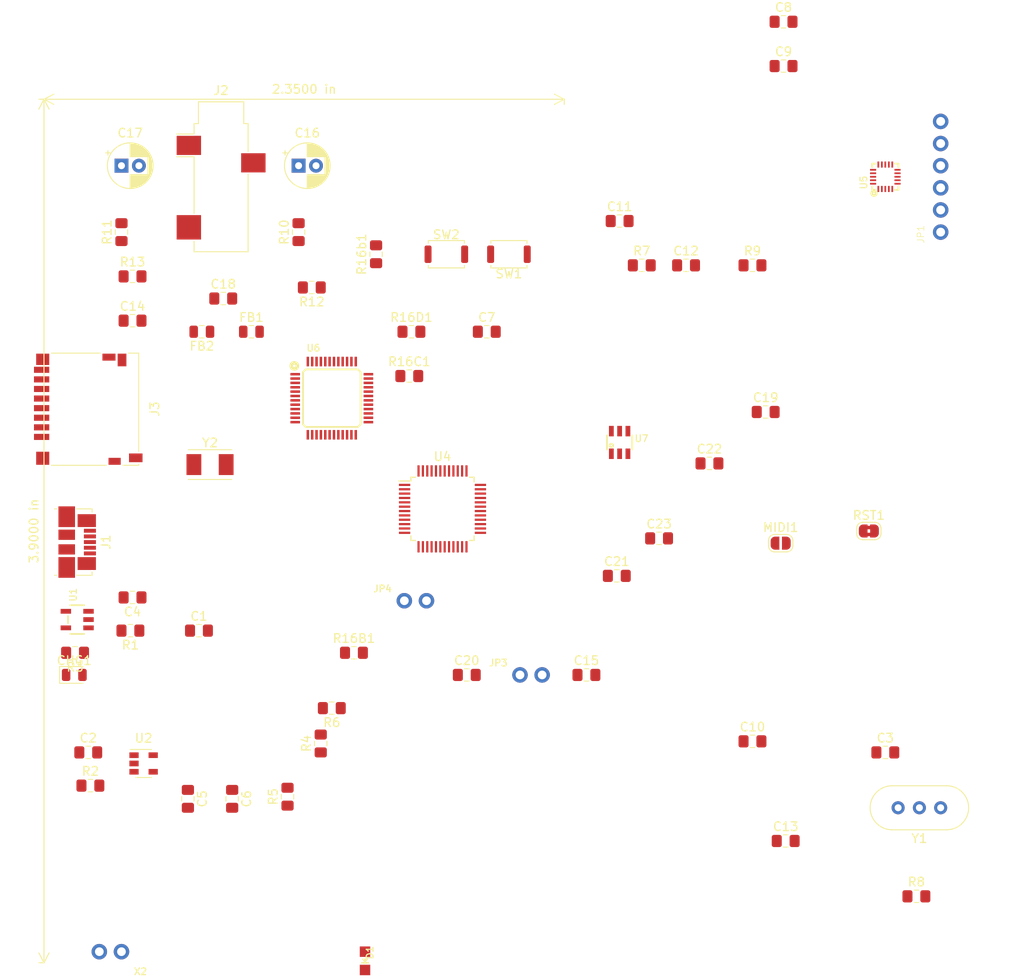
<source format=kicad_pcb>
(kicad_pcb (version 20171130) (host pcbnew 5.1.3-ffb9f22~84~ubuntu18.10.1)

  (general
    (thickness 1.6)
    (drawings 2)
    (tracks 0)
    (zones 0)
    (modules 63)
    (nets 103)
  )

  (page A4)
  (layers
    (0 F.Cu signal)
    (31 B.Cu signal)
    (32 B.Adhes user)
    (33 F.Adhes user)
    (34 B.Paste user)
    (35 F.Paste user)
    (36 B.SilkS user)
    (37 F.SilkS user)
    (38 B.Mask user)
    (39 F.Mask user)
    (40 Dwgs.User user)
    (41 Cmts.User user)
    (42 Eco1.User user)
    (43 Eco2.User user)
    (44 Edge.Cuts user)
    (45 Margin user)
    (46 B.CrtYd user)
    (47 F.CrtYd user)
    (48 B.Fab user)
    (49 F.Fab user)
  )

  (setup
    (last_trace_width 0.25)
    (trace_clearance 0.2)
    (zone_clearance 0.508)
    (zone_45_only no)
    (trace_min 0.2)
    (via_size 0.8)
    (via_drill 0.4)
    (via_min_size 0.4)
    (via_min_drill 0.3)
    (uvia_size 0.3)
    (uvia_drill 0.1)
    (uvias_allowed no)
    (uvia_min_size 0.2)
    (uvia_min_drill 0.1)
    (edge_width 0.05)
    (segment_width 0.2)
    (pcb_text_width 0.3)
    (pcb_text_size 1.5 1.5)
    (mod_edge_width 0.12)
    (mod_text_size 1 1)
    (mod_text_width 0.15)
    (pad_size 1.524 1.524)
    (pad_drill 0.762)
    (pad_to_mask_clearance 0.051)
    (solder_mask_min_width 0.25)
    (aux_axis_origin 0 0)
    (visible_elements FFFFFF7F)
    (pcbplotparams
      (layerselection 0x010fc_ffffffff)
      (usegerberextensions false)
      (usegerberattributes false)
      (usegerberadvancedattributes false)
      (creategerberjobfile false)
      (excludeedgelayer true)
      (linewidth 0.100000)
      (plotframeref false)
      (viasonmask false)
      (mode 1)
      (useauxorigin false)
      (hpglpennumber 1)
      (hpglpenspeed 20)
      (hpglpendiameter 15.000000)
      (psnegative false)
      (psa4output false)
      (plotreference true)
      (plotvalue true)
      (plotinvisibletext false)
      (padsonsilk false)
      (subtractmaskfromsilk false)
      (outputformat 1)
      (mirror false)
      (drillshape 1)
      (scaleselection 1)
      (outputdirectory ""))
  )

  (net 0 "")
  (net 1 "Net-(C1-Pad2)")
  (net 2 Earth)
  (net 3 VBUS)
  (net 4 "Net-(C3-Pad2)")
  (net 5 VBAT)
  (net 6 3.3V)
  (net 7 "Net-(C7-Pad2)")
  (net 8 AREF)
  (net 9 +3V3)
  (net 10 "Net-(C10-Pad1)")
  (net 11 "Net-(C12-Pad1)")
  (net 12 "Net-(C13-Pad1)")
  (net 13 MP3RST)
  (net 14 AGND)
  (net 15 "Net-(C15-Pad1)")
  (net 16 "Net-(C16-Pad1)")
  (net 17 "Net-(C17-Pad1)")
  (net 18 AVDD)
  (net 19 R_OUT)
  (net 20 "Net-(C19-Pad1)")
  (net 21 L_OUT)
  (net 22 "Net-(C20-Pad1)")
  (net 23 +1V8)
  (net 24 "Net-(CHG1-Pad2)")
  (net 25 "Net-(J1-Pad6)")
  (net 26 "Net-(J1-Pad4)")
  (net 27 D+)
  (net 28 D-)
  (net 29 "Net-(J3-Pad1)")
  (net 30 MOSI)
  (net 31 SCK)
  (net 32 MISO)
  (net 33 "Net-(J3-Pad9)")
  (net 34 "Net-(J3-Pad8)")
  (net 35 /ele5)
  (net 36 /ele4)
  (net 37 /ele3)
  (net 38 /ele2)
  (net 39 /ele1)
  (net 40 /ele0)
  (net 41 GPIO1)
  (net 42 "Net-(R1-Pad2)")
  (net 43 "Net-(R2-Pad2)")
  (net 44 "Net-(R3-Pad2)")
  (net 45 D9)
  (net 46 ADDR)
  (net 47 "Net-(R9-Pad1)")
  (net 48 RIGHT)
  (net 49 LEFT)
  (net 50 GPIO0)
  (net 51 RESET)
  (net 52 "Net-(U2-Pad4)")
  (net 53 RXLED)
  (net 54 A5)
  (net 55 SWDIO)
  (net 56 SWCLK)
  (net 57 USBHOSTEN)
  (net 58 TXLED)
  (net 59 RXD)
  (net 60 TXD)
  (net 61 SCL)
  (net 62 SDA)
  (net 63 D7)
  (net 64 D6)
  (net 65 D12)
  (net 66 D10)
  (net 67 D13)
  (net 68 D11)
  (net 69 D5)
  (net 70 D2)
  (net 71 "Net-(U4-Pad22)")
  (net 72 D0)
  (net 73 D1)
  (net 74 D3)
  (net 75 D4)
  (net 76 D8)
  (net 77 A4)
  (net 78 A3)
  (net 79 A2)
  (net 80 A1)
  (net 81 A0)
  (net 82 IRQ)
  (net 83 "Net-(U5-Pad19)")
  (net 84 "Net-(U5-Pad16)")
  (net 85 "Net-(U5-Pad17)")
  (net 86 "Net-(U5-Pad18)")
  (net 87 "Net-(U5-Pad15)")
  (net 88 "Net-(U5-Pad14)")
  (net 89 "Net-(U6-Pad48)")
  (net 90 "Net-(U6-Pad42)")
  (net 91 "Net-(U6-Pad36)")
  (net 92 SCLK)
  (net 93 TX)
  (net 94 RX)
  (net 95 "Net-(U6-Pad25)")
  (net 96 CLKOUT)
  (net 97 "Net-(U6-Pad12)")
  (net 98 "Net-(U6-Pad11)")
  (net 99 "Net-(U6-Pad10)")
  (net 100 "Net-(U6-Pad9)")
  (net 101 "Net-(U6-Pad2)")
  (net 102 "Net-(U6-Pad1)")

  (net_class Default "This is the default net class."
    (clearance 0.2)
    (trace_width 0.25)
    (via_dia 0.8)
    (via_drill 0.4)
    (uvia_dia 0.3)
    (uvia_drill 0.1)
    (add_net +1V8)
    (add_net +3V3)
    (add_net /ele0)
    (add_net /ele1)
    (add_net /ele2)
    (add_net /ele3)
    (add_net /ele4)
    (add_net /ele5)
    (add_net 3.3V)
    (add_net A0)
    (add_net A1)
    (add_net A2)
    (add_net A3)
    (add_net A4)
    (add_net A5)
    (add_net ADDR)
    (add_net AGND)
    (add_net AREF)
    (add_net AVDD)
    (add_net CLKOUT)
    (add_net D+)
    (add_net D-)
    (add_net D0)
    (add_net D1)
    (add_net D10)
    (add_net D11)
    (add_net D12)
    (add_net D13)
    (add_net D2)
    (add_net D3)
    (add_net D4)
    (add_net D5)
    (add_net D6)
    (add_net D7)
    (add_net D8)
    (add_net D9)
    (add_net Earth)
    (add_net GPIO0)
    (add_net GPIO1)
    (add_net IRQ)
    (add_net LEFT)
    (add_net L_OUT)
    (add_net MISO)
    (add_net MOSI)
    (add_net MP3RST)
    (add_net "Net-(C1-Pad2)")
    (add_net "Net-(C10-Pad1)")
    (add_net "Net-(C12-Pad1)")
    (add_net "Net-(C13-Pad1)")
    (add_net "Net-(C15-Pad1)")
    (add_net "Net-(C16-Pad1)")
    (add_net "Net-(C17-Pad1)")
    (add_net "Net-(C19-Pad1)")
    (add_net "Net-(C20-Pad1)")
    (add_net "Net-(C3-Pad2)")
    (add_net "Net-(C7-Pad2)")
    (add_net "Net-(CHG1-Pad2)")
    (add_net "Net-(J1-Pad4)")
    (add_net "Net-(J1-Pad6)")
    (add_net "Net-(J3-Pad1)")
    (add_net "Net-(J3-Pad8)")
    (add_net "Net-(J3-Pad9)")
    (add_net "Net-(R1-Pad2)")
    (add_net "Net-(R2-Pad2)")
    (add_net "Net-(R3-Pad2)")
    (add_net "Net-(R9-Pad1)")
    (add_net "Net-(U2-Pad4)")
    (add_net "Net-(U4-Pad22)")
    (add_net "Net-(U5-Pad14)")
    (add_net "Net-(U5-Pad15)")
    (add_net "Net-(U5-Pad16)")
    (add_net "Net-(U5-Pad17)")
    (add_net "Net-(U5-Pad18)")
    (add_net "Net-(U5-Pad19)")
    (add_net "Net-(U6-Pad1)")
    (add_net "Net-(U6-Pad10)")
    (add_net "Net-(U6-Pad11)")
    (add_net "Net-(U6-Pad12)")
    (add_net "Net-(U6-Pad2)")
    (add_net "Net-(U6-Pad25)")
    (add_net "Net-(U6-Pad36)")
    (add_net "Net-(U6-Pad42)")
    (add_net "Net-(U6-Pad48)")
    (add_net "Net-(U6-Pad9)")
    (add_net RESET)
    (add_net RIGHT)
    (add_net RX)
    (add_net RXD)
    (add_net RXLED)
    (add_net R_OUT)
    (add_net SCK)
    (add_net SCL)
    (add_net SCLK)
    (add_net SDA)
    (add_net SWCLK)
    (add_net SWDIO)
    (add_net TX)
    (add_net TXD)
    (add_net TXLED)
    (add_net USBHOSTEN)
    (add_net VBAT)
    (add_net VBUS)
  )

  (module Crystal:Crystal_SMD_TXC_7A-2Pin_5x3.2mm (layer F.Cu) (tedit 5B7C2945) (tstamp 5D5D30F3)
    (at 95.25 80.01)
    (descr "SMD Crystal TXC 7A http://txccrystal.com/images/pdf/7a.pdf")
    (tags "SMD SMT crystal")
    (path /5D75E97B)
    (attr smd)
    (fp_text reference Y2 (at 0 -2.5) (layer F.SilkS)
      (effects (font (size 1 1) (thickness 0.15)))
    )
    (fp_text value Crystal (at -0.69 5.08) (layer F.Fab)
      (effects (font (size 1 1) (thickness 0.15)))
    )
    (fp_line (start -2.5 -1.6) (end -2.5 1.6) (layer F.Fab) (width 0.1))
    (fp_line (start -2.5 1.6) (end 2.5 1.6) (layer F.Fab) (width 0.1))
    (fp_line (start 2.5 -1.6) (end 2.5 1.6) (layer F.Fab) (width 0.1))
    (fp_line (start -2.5 -1.6) (end 2.5 -1.6) (layer F.Fab) (width 0.1))
    (fp_line (start -2.5 1.71) (end 2.5 1.71) (layer F.SilkS) (width 0.12))
    (fp_line (start -2.5 -1.71) (end 2.5 -1.71) (layer F.SilkS) (width 0.12))
    (fp_line (start 2.95 1.85) (end -2.95 1.85) (layer F.CrtYd) (width 0.05))
    (fp_line (start 2.95 -1.85) (end 2.95 1.85) (layer F.CrtYd) (width 0.05))
    (fp_line (start -2.95 -1.85) (end -2.95 1.85) (layer F.CrtYd) (width 0.05))
    (fp_line (start -2.95 -1.85) (end 2.95 -1.85) (layer F.CrtYd) (width 0.05))
    (fp_text user %R (at 0 -2.5) (layer F.Fab)
      (effects (font (size 1 1) (thickness 0.15)))
    )
    (pad 2 smd rect (at 1.85 0) (size 1.7 2.4) (layers F.Cu F.Paste F.Mask)
      (net 4 "Net-(C3-Pad2)"))
    (pad 1 smd rect (at -1.85 0) (size 1.7 2.4) (layers F.Cu F.Paste F.Mask)
      (net 1 "Net-(C1-Pad2)"))
    (model ${KISYS3DMOD}/Crystal.3dshapes/Crystal_SMD_TXC_7A-2Pin_5x3.2mm.wrl
      (at (xyz 0 0 0))
      (scale (xyz 1 1 1))
      (rotate (xyz 0 0 0))
    )
  )

  (module Crystal:Crystal_HC49-U-3Pin_Vertical (layer F.Cu) (tedit 5A0FD1B2) (tstamp 5D5D30E2)
    (at 179.07 119.38 180)
    (descr "Crystal THT HC-49/U, 3pin-version, http://www.raltron.com/products/pdfspecs/crystal_hc_49_45_51.pdf")
    (tags "THT crystalHC-49/U")
    (path /5DABB649)
    (fp_text reference Y1 (at 2.44 -3.525) (layer F.SilkS)
      (effects (font (size 1 1) (thickness 0.15)))
    )
    (fp_text value ABM8G-12.288MHZ-18-D2Y-T (at 2.44 3.525) (layer F.Fab)
      (effects (font (size 1 1) (thickness 0.15)))
    )
    (fp_arc (start 5.565 0) (end 5.565 -2.525) (angle 180) (layer F.SilkS) (width 0.12))
    (fp_arc (start -0.685 0) (end -0.685 -2.525) (angle -180) (layer F.SilkS) (width 0.12))
    (fp_arc (start 5.44 0) (end 5.44 -2) (angle 180) (layer F.Fab) (width 0.1))
    (fp_arc (start -0.56 0) (end -0.56 -2) (angle -180) (layer F.Fab) (width 0.1))
    (fp_arc (start 5.565 0) (end 5.565 -2.325) (angle 180) (layer F.Fab) (width 0.1))
    (fp_arc (start -0.685 0) (end -0.685 -2.325) (angle -180) (layer F.Fab) (width 0.1))
    (fp_line (start 8.4 -2.8) (end -3.5 -2.8) (layer F.CrtYd) (width 0.05))
    (fp_line (start 8.4 2.8) (end 8.4 -2.8) (layer F.CrtYd) (width 0.05))
    (fp_line (start -3.5 2.8) (end 8.4 2.8) (layer F.CrtYd) (width 0.05))
    (fp_line (start -3.5 -2.8) (end -3.5 2.8) (layer F.CrtYd) (width 0.05))
    (fp_line (start -0.685 2.525) (end 5.565 2.525) (layer F.SilkS) (width 0.12))
    (fp_line (start -0.685 -2.525) (end 5.565 -2.525) (layer F.SilkS) (width 0.12))
    (fp_line (start -0.56 2) (end 5.44 2) (layer F.Fab) (width 0.1))
    (fp_line (start -0.56 -2) (end 5.44 -2) (layer F.Fab) (width 0.1))
    (fp_line (start -0.685 2.325) (end 5.565 2.325) (layer F.Fab) (width 0.1))
    (fp_line (start -0.685 -2.325) (end 5.565 -2.325) (layer F.Fab) (width 0.1))
    (fp_text user %R (at 2.44 0) (layer F.Fab)
      (effects (font (size 1 1) (thickness 0.15)))
    )
    (pad 3 thru_hole circle (at 4.88 0 180) (size 1.5 1.5) (drill 0.8) (layers *.Cu *.Mask)
      (net 12 "Net-(C13-Pad1)"))
    (pad 2 thru_hole circle (at 2.44 0 180) (size 1.5 1.5) (drill 0.8) (layers *.Cu *.Mask)
      (net 2 Earth))
    (pad 1 thru_hole circle (at 0 0 180) (size 1.5 1.5) (drill 0.8) (layers *.Cu *.Mask)
      (net 10 "Net-(C10-Pad1)"))
    (model ${KISYS3DMOD}/Crystal.3dshapes/Crystal_HC49-U-3Pin_Vertical.wrl
      (at (xyz 0 0 0))
      (scale (xyz 1 1 1))
      (rotate (xyz 0 0 0))
    )
  )

  (module "adafruit -music:1X02_ROUND" (layer F.Cu) (tedit 0) (tstamp 5D5D30CA)
    (at 83.82 135.89 180)
    (path /5D79CCA6)
    (fp_text reference X2 (at -2.6162 -1.8288) (layer F.SilkS)
      (effects (font (size 0.77216 0.77216) (thickness 0.146304)) (justify left top))
    )
    (fp_text value JSTPH (at -2.54 3.175) (layer F.Fab)
      (effects (font (size 0.38608 0.38608) (thickness 0.04064)) (justify left top))
    )
    (fp_poly (pts (xy 1.016 0.254) (xy 1.524 0.254) (xy 1.524 -0.254) (xy 1.016 -0.254)) (layer F.Fab) (width 0))
    (fp_poly (pts (xy -1.524 0.254) (xy -1.016 0.254) (xy -1.016 -0.254) (xy -1.524 -0.254)) (layer F.Fab) (width 0))
    (fp_line (start -2.54 -0.635) (end -2.54 0.635) (layer F.Fab) (width 0.2032))
    (pad 2 thru_hole circle (at 1.27 0 270) (size 1.778 1.778) (drill 1) (layers *.Cu *.Mask)
      (net 2 Earth) (solder_mask_margin 0.0508))
    (pad 1 thru_hole circle (at -1.27 0 270) (size 1.778 1.778) (drill 1) (layers *.Cu *.Mask)
      (net 5 VBAT) (solder_mask_margin 0.0508))
  )

  (module "adafruit -music:SOT23-6" (layer F.Cu) (tedit 0) (tstamp 5D5D30C1)
    (at 142.24 77.47)
    (descr "<b>Small Outline Transistor</b> - 6 Pin")
    (path /5DEA24B8)
    (fp_text reference U7 (at 1.651 0) (layer F.SilkS)
      (effects (font (size 0.77216 0.77216) (thickness 0.138988)) (justify left bottom))
    )
    (fp_text value VREG_SOT23-6_DUALAP7312 (at 1.651 0.635) (layer F.Fab)
      (effects (font (size 0.77216 0.77216) (thickness 0.077216)) (justify left bottom))
    )
    (fp_poly (pts (xy -1.2 -0.85) (xy -0.7 -0.85) (xy -0.7 -1.5) (xy -1.2 -1.5)) (layer F.Fab) (width 0))
    (fp_poly (pts (xy -0.25 -0.85) (xy 0.25 -0.85) (xy 0.25 -1.5) (xy -0.25 -1.5)) (layer F.Fab) (width 0))
    (fp_poly (pts (xy 0.7 -0.85) (xy 1.2 -0.85) (xy 1.2 -1.5) (xy 0.7 -1.5)) (layer F.Fab) (width 0))
    (fp_poly (pts (xy 0.7 1.5) (xy 1.2 1.5) (xy 1.2 0.85) (xy 0.7 0.85)) (layer F.Fab) (width 0))
    (fp_poly (pts (xy -0.25 1.5) (xy 0.25 1.5) (xy 0.25 0.85) (xy -0.25 0.85)) (layer F.Fab) (width 0))
    (fp_poly (pts (xy -1.2 1.5) (xy -0.7 1.5) (xy -0.7 0.85) (xy -1.2 0.85)) (layer F.Fab) (width 0))
    (fp_circle (center -0.95 0.35) (end -0.85 0.35) (layer F.SilkS) (width 0.2032))
    (fp_line (start 1.45 0.8) (end 1.45 -0.8) (layer F.SilkS) (width 0.2032))
    (fp_line (start -1.45 -0.8) (end -1.45 0.8) (layer F.SilkS) (width 0.2032))
    (fp_line (start -1.422 -0.81) (end 1.422 -0.81) (layer F.Fab) (width 0.2032))
    (fp_line (start -1.422 0.81) (end -1.422 -0.81) (layer F.Fab) (width 0.2032))
    (fp_line (start 1.422 0.81) (end -1.422 0.81) (layer F.Fab) (width 0.2032))
    (fp_line (start 1.422 -0.81) (end 1.422 0.81) (layer F.Fab) (width 0.2032))
    (pad 6 smd rect (at -0.95 -1.3) (size 0.55 1.2) (layers F.Cu F.Paste F.Mask)
      (net 23 +1V8) (solder_mask_margin 0.0508))
    (pad 5 smd rect (at 0 -1.3) (size 0.55 1.2) (layers F.Cu F.Paste F.Mask)
      (net 9 +3V3) (solder_mask_margin 0.0508))
    (pad 4 smd rect (at 0.95 -1.3) (size 0.55 1.2) (layers F.Cu F.Paste F.Mask)
      (net 9 +3V3) (solder_mask_margin 0.0508))
    (pad 3 smd rect (at 0.95 1.3) (size 0.55 1.2) (layers F.Cu F.Paste F.Mask)
      (net 9 +3V3) (solder_mask_margin 0.0508))
    (pad 2 smd rect (at 0 1.3) (size 0.55 1.2) (layers F.Cu F.Paste F.Mask)
      (net 2 Earth) (solder_mask_margin 0.0508))
    (pad 1 smd rect (at -0.95 1.3) (size 0.55 1.2) (layers F.Cu F.Paste F.Mask)
      (net 9 +3V3) (solder_mask_margin 0.0508))
  )

  (module "adafruit -music:LQFP48" (layer F.Cu) (tedit 0) (tstamp 5D5D30AA)
    (at 109.22 72.39)
    (path /5DA461CE)
    (fp_text reference U6 (at -2.974 -5.3001) (layer F.SilkS)
      (effects (font (size 0.77216 0.77216) (thickness 0.138988)) (justify left bottom))
    )
    (fp_text value VS1053B (at -2.9261 5.9379) (layer F.Fab)
      (effects (font (size 0.77216 0.77216) (thickness 0.077216)) (justify left bottom))
    )
    (fp_poly (pts (xy 4.8 -2.55) (xy 4.8 -2.95) (xy 3.6 -2.95) (xy 3.6 -2.55)) (layer F.Mask) (width 0))
    (fp_poly (pts (xy 4.8 -2.05) (xy 4.8 -2.45) (xy 3.6 -2.45) (xy 3.6 -2.05)) (layer F.Mask) (width 0))
    (fp_poly (pts (xy 4.8 -1.55) (xy 4.8 -1.95) (xy 3.6 -1.95) (xy 3.6 -1.55)) (layer F.Mask) (width 0))
    (fp_poly (pts (xy 4.8 -1.05) (xy 4.8 -1.45) (xy 3.6 -1.45) (xy 3.6 -1.05)) (layer F.Mask) (width 0))
    (fp_poly (pts (xy 4.8 -0.55) (xy 4.8 -0.95) (xy 3.6 -0.95) (xy 3.6 -0.55)) (layer F.Mask) (width 0))
    (fp_poly (pts (xy 4.8 -0.05) (xy 4.8 -0.45) (xy 3.6 -0.45) (xy 3.6 -0.05)) (layer F.Mask) (width 0))
    (fp_poly (pts (xy 4.8 0.45) (xy 4.8 0.05) (xy 3.6 0.05) (xy 3.6 0.45)) (layer F.Mask) (width 0))
    (fp_poly (pts (xy 4.8 0.95) (xy 4.8 0.55) (xy 3.6 0.55) (xy 3.6 0.95)) (layer F.Mask) (width 0))
    (fp_poly (pts (xy 4.8 1.45) (xy 4.8 1.05) (xy 3.6 1.05) (xy 3.6 1.45)) (layer F.Mask) (width 0))
    (fp_poly (pts (xy 4.8 1.95) (xy 4.8 1.55) (xy 3.6 1.55) (xy 3.6 1.95)) (layer F.Mask) (width 0))
    (fp_poly (pts (xy 4.8 2.45) (xy 4.8 2.05) (xy 3.6 2.05) (xy 3.6 2.45)) (layer F.Mask) (width 0))
    (fp_poly (pts (xy 4.8 2.95) (xy 4.8 2.55) (xy 3.6 2.55) (xy 3.6 2.95)) (layer F.Mask) (width 0))
    (fp_poly (pts (xy -3.6 -2.55) (xy -3.6 -2.95) (xy -4.8 -2.95) (xy -4.8 -2.55)) (layer F.Mask) (width 0))
    (fp_poly (pts (xy -3.6 -2.05) (xy -3.6 -2.45) (xy -4.8 -2.45) (xy -4.8 -2.05)) (layer F.Mask) (width 0))
    (fp_poly (pts (xy -3.6 -1.55) (xy -3.6 -1.95) (xy -4.8 -1.95) (xy -4.8 -1.55)) (layer F.Mask) (width 0))
    (fp_poly (pts (xy -3.6 -1.05) (xy -3.6 -1.45) (xy -4.8 -1.45) (xy -4.8 -1.05)) (layer F.Mask) (width 0))
    (fp_poly (pts (xy -3.6 -0.55) (xy -3.6 -0.95) (xy -4.8 -0.95) (xy -4.8 -0.55)) (layer F.Mask) (width 0))
    (fp_poly (pts (xy -3.6 -0.05) (xy -3.6 -0.45) (xy -4.8 -0.45) (xy -4.8 -0.05)) (layer F.Mask) (width 0))
    (fp_poly (pts (xy -3.6 0.45) (xy -3.6 0.05) (xy -4.8 0.05) (xy -4.8 0.45)) (layer F.Mask) (width 0))
    (fp_poly (pts (xy -3.6 0.95) (xy -3.6 0.55) (xy -4.8 0.55) (xy -4.8 0.95)) (layer F.Mask) (width 0))
    (fp_poly (pts (xy -3.6 1.45) (xy -3.6 1.05) (xy -4.8 1.05) (xy -4.8 1.45)) (layer F.Mask) (width 0))
    (fp_poly (pts (xy -3.6 1.95) (xy -3.6 1.55) (xy -4.8 1.55) (xy -4.8 1.95)) (layer F.Mask) (width 0))
    (fp_poly (pts (xy -3.6 2.45) (xy -3.6 2.05) (xy -4.8 2.05) (xy -4.8 2.45)) (layer F.Mask) (width 0))
    (fp_poly (pts (xy -3.6 2.95) (xy -3.6 2.55) (xy -4.8 2.55) (xy -4.8 2.95)) (layer F.Mask) (width 0))
    (fp_poly (pts (xy 2.55 4.8) (xy 2.95 4.8) (xy 2.95 3.6) (xy 2.55 3.6)) (layer F.Mask) (width 0))
    (fp_poly (pts (xy 2.05 4.8) (xy 2.45 4.8) (xy 2.45 3.6) (xy 2.05 3.6)) (layer F.Mask) (width 0))
    (fp_poly (pts (xy 1.55 4.8) (xy 1.95 4.8) (xy 1.95 3.6) (xy 1.55 3.6)) (layer F.Mask) (width 0))
    (fp_poly (pts (xy 1.05 4.8) (xy 1.45 4.8) (xy 1.45 3.6) (xy 1.05 3.6)) (layer F.Mask) (width 0))
    (fp_poly (pts (xy 0.55 4.8) (xy 0.95 4.8) (xy 0.95 3.6) (xy 0.55 3.6)) (layer F.Mask) (width 0))
    (fp_poly (pts (xy 0.05 4.8) (xy 0.45 4.8) (xy 0.45 3.6) (xy 0.05 3.6)) (layer F.Mask) (width 0))
    (fp_poly (pts (xy -0.45 4.8) (xy -0.05 4.8) (xy -0.05 3.6) (xy -0.45 3.6)) (layer F.Mask) (width 0))
    (fp_poly (pts (xy -0.95 4.8) (xy -0.55 4.8) (xy -0.55 3.6) (xy -0.95 3.6)) (layer F.Mask) (width 0))
    (fp_poly (pts (xy -1.45 4.8) (xy -1.05 4.8) (xy -1.05 3.6) (xy -1.45 3.6)) (layer F.Mask) (width 0))
    (fp_poly (pts (xy -1.95 4.8) (xy -1.55 4.8) (xy -1.55 3.6) (xy -1.95 3.6)) (layer F.Mask) (width 0))
    (fp_poly (pts (xy -2.45 4.8) (xy -2.05 4.8) (xy -2.05 3.6) (xy -2.45 3.6)) (layer F.Mask) (width 0))
    (fp_poly (pts (xy -2.95 4.8) (xy -2.55 4.8) (xy -2.55 3.6) (xy -2.95 3.6)) (layer F.Mask) (width 0))
    (fp_poly (pts (xy 2.55 -3.6) (xy 2.95 -3.6) (xy 2.95 -4.8) (xy 2.55 -4.8)) (layer F.Mask) (width 0))
    (fp_poly (pts (xy 2.05 -3.6) (xy 2.45 -3.6) (xy 2.45 -4.8) (xy 2.05 -4.8)) (layer F.Mask) (width 0))
    (fp_poly (pts (xy 1.55 -3.6) (xy 1.95 -3.6) (xy 1.95 -4.8) (xy 1.55 -4.8)) (layer F.Mask) (width 0))
    (fp_poly (pts (xy 1.05 -3.6) (xy 1.45 -3.6) (xy 1.45 -4.8) (xy 1.05 -4.8)) (layer F.Mask) (width 0))
    (fp_poly (pts (xy 0.55 -3.6) (xy 0.95 -3.6) (xy 0.95 -4.8) (xy 0.55 -4.8)) (layer F.Mask) (width 0))
    (fp_poly (pts (xy 0.05 -3.6) (xy 0.45 -3.6) (xy 0.45 -4.8) (xy 0.05 -4.8)) (layer F.Mask) (width 0))
    (fp_poly (pts (xy -0.45 -3.6) (xy -0.05 -3.6) (xy -0.05 -4.8) (xy -0.45 -4.8)) (layer F.Mask) (width 0))
    (fp_poly (pts (xy -0.95 -3.6) (xy -0.55 -3.6) (xy -0.55 -4.8) (xy -0.95 -4.8)) (layer F.Mask) (width 0))
    (fp_poly (pts (xy -1.45 -3.6) (xy -1.05 -3.6) (xy -1.05 -4.8) (xy -1.45 -4.8)) (layer F.Mask) (width 0))
    (fp_poly (pts (xy -1.95 -3.6) (xy -1.55 -3.6) (xy -1.55 -4.8) (xy -1.95 -4.8)) (layer F.Mask) (width 0))
    (fp_poly (pts (xy -2.45 -3.6) (xy -2.05 -3.6) (xy -2.05 -4.8) (xy -2.45 -4.8)) (layer F.Mask) (width 0))
    (fp_poly (pts (xy -2.95 -3.6) (xy -2.55 -3.6) (xy -2.55 -4.8) (xy -2.95 -4.8)) (layer F.Mask) (width 0))
    (fp_line (start 3.3 -3) (end 3 -3.3) (layer F.Fab) (width 0.2032))
    (fp_line (start 3 3.3) (end 3.3 3) (layer F.Fab) (width 0.2032))
    (fp_line (start -3.3 3) (end -3 3.3) (layer F.Fab) (width 0.2032))
    (fp_line (start -3.3 -3) (end -3.3 3) (layer F.Fab) (width 0.2032))
    (fp_line (start -3 -3.3) (end -3.3 -3) (layer F.Fab) (width 0.2032))
    (fp_line (start 3 -3.3) (end -3 -3.3) (layer F.Fab) (width 0.2032))
    (fp_line (start 3.3 3) (end 3.3 -3) (layer F.Fab) (width 0.2032))
    (fp_line (start -3 3.3) (end 3 3.3) (layer F.Fab) (width 0.2032))
    (fp_poly (pts (xy -2.9001 -3.4501) (xy -2.5999 -3.4501) (xy -2.5999 -4.4999) (xy -2.9001 -4.4999)) (layer F.Fab) (width 0))
    (fp_poly (pts (xy -2.4001 -3.4501) (xy -2.0999 -3.4501) (xy -2.0999 -4.4999) (xy -2.4001 -4.4999)) (layer F.Fab) (width 0))
    (fp_poly (pts (xy -1.9001 -3.4501) (xy -1.5999 -3.4501) (xy -1.5999 -4.4999) (xy -1.9001 -4.4999)) (layer F.Fab) (width 0))
    (fp_poly (pts (xy -1.4001 -3.4501) (xy -1.0999 -3.4501) (xy -1.0999 -4.4999) (xy -1.4001 -4.4999)) (layer F.Fab) (width 0))
    (fp_poly (pts (xy -0.9001 -3.4501) (xy -0.5999 -3.4501) (xy -0.5999 -4.4999) (xy -0.9001 -4.4999)) (layer F.Fab) (width 0))
    (fp_poly (pts (xy -0.4001 -3.4501) (xy -0.0999 -3.4501) (xy -0.0999 -4.4999) (xy -0.4001 -4.4999)) (layer F.Fab) (width 0))
    (fp_poly (pts (xy 0.0999 -3.4501) (xy 0.4001 -3.4501) (xy 0.4001 -4.4999) (xy 0.0999 -4.4999)) (layer F.Fab) (width 0))
    (fp_poly (pts (xy 0.5999 -3.4501) (xy 0.9001 -3.4501) (xy 0.9001 -4.4999) (xy 0.5999 -4.4999)) (layer F.Fab) (width 0))
    (fp_poly (pts (xy 1.0999 -3.4501) (xy 1.4001 -3.4501) (xy 1.4001 -4.4999) (xy 1.0999 -4.4999)) (layer F.Fab) (width 0))
    (fp_poly (pts (xy 1.5999 -3.4501) (xy 1.9001 -3.4501) (xy 1.9001 -4.4999) (xy 1.5999 -4.4999)) (layer F.Fab) (width 0))
    (fp_poly (pts (xy 2.0999 -3.4501) (xy 2.4001 -3.4501) (xy 2.4001 -4.4999) (xy 2.0999 -4.4999)) (layer F.Fab) (width 0))
    (fp_poly (pts (xy 2.5999 -3.4501) (xy 2.9001 -3.4501) (xy 2.9001 -4.4999) (xy 2.5999 -4.4999)) (layer F.Fab) (width 0))
    (fp_poly (pts (xy 3.4501 -2.5999) (xy 4.4999 -2.5999) (xy 4.4999 -2.9001) (xy 3.4501 -2.9001)) (layer F.Fab) (width 0))
    (fp_poly (pts (xy 3.4501 -2.0999) (xy 4.4999 -2.0999) (xy 4.4999 -2.4001) (xy 3.4501 -2.4001)) (layer F.Fab) (width 0))
    (fp_poly (pts (xy 3.4501 -1.5999) (xy 4.4999 -1.5999) (xy 4.4999 -1.9001) (xy 3.4501 -1.9001)) (layer F.Fab) (width 0))
    (fp_poly (pts (xy 3.4501 -1.0999) (xy 4.4999 -1.0999) (xy 4.4999 -1.4001) (xy 3.4501 -1.4001)) (layer F.Fab) (width 0))
    (fp_poly (pts (xy 3.4501 -0.5999) (xy 4.4999 -0.5999) (xy 4.4999 -0.9001) (xy 3.4501 -0.9001)) (layer F.Fab) (width 0))
    (fp_poly (pts (xy 3.4501 -0.0999) (xy 4.4999 -0.0999) (xy 4.4999 -0.4001) (xy 3.4501 -0.4001)) (layer F.Fab) (width 0))
    (fp_poly (pts (xy 3.4501 0.4001) (xy 4.4999 0.4001) (xy 4.4999 0.0999) (xy 3.4501 0.0999)) (layer F.Fab) (width 0))
    (fp_poly (pts (xy 3.4501 0.9001) (xy 4.4999 0.9001) (xy 4.4999 0.5999) (xy 3.4501 0.5999)) (layer F.Fab) (width 0))
    (fp_poly (pts (xy 3.4501 1.4001) (xy 4.4999 1.4001) (xy 4.4999 1.0999) (xy 3.4501 1.0999)) (layer F.Fab) (width 0))
    (fp_poly (pts (xy 3.4501 1.9001) (xy 4.4999 1.9001) (xy 4.4999 1.5999) (xy 3.4501 1.5999)) (layer F.Fab) (width 0))
    (fp_poly (pts (xy 3.4501 2.4001) (xy 4.4999 2.4001) (xy 4.4999 2.0999) (xy 3.4501 2.0999)) (layer F.Fab) (width 0))
    (fp_poly (pts (xy 3.4501 2.9001) (xy 4.4999 2.9001) (xy 4.4999 2.5999) (xy 3.4501 2.5999)) (layer F.Fab) (width 0))
    (fp_poly (pts (xy 2.5999 4.4999) (xy 2.9001 4.4999) (xy 2.9001 3.4501) (xy 2.5999 3.4501)) (layer F.Fab) (width 0))
    (fp_poly (pts (xy 2.0999 4.4999) (xy 2.4001 4.4999) (xy 2.4001 3.4501) (xy 2.0999 3.4501)) (layer F.Fab) (width 0))
    (fp_poly (pts (xy 1.5999 4.4999) (xy 1.9001 4.4999) (xy 1.9001 3.4501) (xy 1.5999 3.4501)) (layer F.Fab) (width 0))
    (fp_poly (pts (xy 1.0999 4.4999) (xy 1.4001 4.4999) (xy 1.4001 3.4501) (xy 1.0999 3.4501)) (layer F.Fab) (width 0))
    (fp_poly (pts (xy 0.5999 4.4999) (xy 0.9001 4.4999) (xy 0.9001 3.4501) (xy 0.5999 3.4501)) (layer F.Fab) (width 0))
    (fp_poly (pts (xy 0.0999 4.4999) (xy 0.4001 4.4999) (xy 0.4001 3.4501) (xy 0.0999 3.4501)) (layer F.Fab) (width 0))
    (fp_poly (pts (xy -0.4001 4.4999) (xy -0.0999 4.4999) (xy -0.0999 3.4501) (xy -0.4001 3.4501)) (layer F.Fab) (width 0))
    (fp_poly (pts (xy -0.9001 4.4999) (xy -0.5999 4.4999) (xy -0.5999 3.4501) (xy -0.9001 3.4501)) (layer F.Fab) (width 0))
    (fp_poly (pts (xy -1.4001 4.4999) (xy -1.0999 4.4999) (xy -1.0999 3.4501) (xy -1.4001 3.4501)) (layer F.Fab) (width 0))
    (fp_poly (pts (xy -1.9001 4.4999) (xy -1.5999 4.4999) (xy -1.5999 3.4501) (xy -1.9001 3.4501)) (layer F.Fab) (width 0))
    (fp_poly (pts (xy -2.4001 4.4999) (xy -2.0999 4.4999) (xy -2.0999 3.4501) (xy -2.4001 3.4501)) (layer F.Fab) (width 0))
    (fp_poly (pts (xy -2.9001 4.4999) (xy -2.5999 4.4999) (xy -2.5999 3.4501) (xy -2.9001 3.4501)) (layer F.Fab) (width 0))
    (fp_poly (pts (xy -4.4999 2.9001) (xy -3.4501 2.9001) (xy -3.4501 2.5999) (xy -4.4999 2.5999)) (layer F.Fab) (width 0))
    (fp_poly (pts (xy -4.4999 2.4001) (xy -3.4501 2.4001) (xy -3.4501 2.0999) (xy -4.4999 2.0999)) (layer F.Fab) (width 0))
    (fp_poly (pts (xy -4.4999 1.9001) (xy -3.4501 1.9001) (xy -3.4501 1.5999) (xy -4.4999 1.5999)) (layer F.Fab) (width 0))
    (fp_poly (pts (xy -4.4999 1.4001) (xy -3.4501 1.4001) (xy -3.4501 1.0999) (xy -4.4999 1.0999)) (layer F.Fab) (width 0))
    (fp_poly (pts (xy -4.4999 0.9001) (xy -3.4501 0.9001) (xy -3.4501 0.5999) (xy -4.4999 0.5999)) (layer F.Fab) (width 0))
    (fp_poly (pts (xy -4.4999 0.4001) (xy -3.4501 0.4001) (xy -3.4501 0.0999) (xy -4.4999 0.0999)) (layer F.Fab) (width 0))
    (fp_poly (pts (xy -4.4999 -0.0999) (xy -3.4501 -0.0999) (xy -3.4501 -0.4001) (xy -4.4999 -0.4001)) (layer F.Fab) (width 0))
    (fp_poly (pts (xy -4.4999 -0.5999) (xy -3.4501 -0.5999) (xy -3.4501 -0.9001) (xy -4.4999 -0.9001)) (layer F.Fab) (width 0))
    (fp_poly (pts (xy -4.4999 -1.0999) (xy -3.4501 -1.0999) (xy -3.4501 -1.4001) (xy -4.4999 -1.4001)) (layer F.Fab) (width 0))
    (fp_poly (pts (xy -4.4999 -1.5999) (xy -3.4501 -1.5999) (xy -3.4501 -1.9001) (xy -4.4999 -1.9001)) (layer F.Fab) (width 0))
    (fp_poly (pts (xy -4.4999 -2.0999) (xy -3.4501 -2.0999) (xy -3.4501 -2.4001) (xy -4.4999 -2.4001)) (layer F.Fab) (width 0))
    (fp_poly (pts (xy -4.4999 -2.5999) (xy -3.4501 -2.5999) (xy -3.4501 -2.9001) (xy -4.4999 -2.9001)) (layer F.Fab) (width 0))
    (fp_circle (center -4.3 -3.704) (end -4.15 -3.704) (layer F.SilkS) (width 0.4064))
    (fp_line (start 3.3 -3) (end 3 -3.3) (layer F.SilkS) (width 0.2032))
    (fp_line (start 3 3.3) (end 3.3 3) (layer F.SilkS) (width 0.2032))
    (fp_line (start -3.3 3) (end -3 3.3) (layer F.SilkS) (width 0.2032))
    (fp_line (start -3.3 -3) (end -3.3 3) (layer F.SilkS) (width 0.2032))
    (fp_line (start -3 -3.3) (end -3.3 -3) (layer F.SilkS) (width 0.2032))
    (fp_line (start 3 -3.3) (end -3 -3.3) (layer F.SilkS) (width 0.2032))
    (fp_line (start 3.3 3) (end 3.3 -3) (layer F.SilkS) (width 0.2032))
    (fp_line (start -3 3.3) (end 3 3.3) (layer F.SilkS) (width 0.2032))
    (pad 48 smd rect (at -2.75 -4.2) (size 0.28 1.1) (layers F.Cu F.Paste F.Mask)
      (net 89 "Net-(U6-Pad48)") (solder_mask_margin 0.0508))
    (pad 47 smd rect (at -2.25 -4.2) (size 0.285 1.1) (layers F.Cu F.Paste F.Mask)
      (net 14 AGND) (solder_mask_margin 0.0508))
    (pad 46 smd rect (at -1.75 -4.2) (size 0.285 1.1) (layers F.Cu F.Paste F.Mask)
      (net 49 LEFT) (solder_mask_margin 0.0508))
    (pad 45 smd rect (at -1.25 -4.2) (size 0.285 1.1) (layers F.Cu F.Paste F.Mask)
      (net 18 AVDD) (solder_mask_margin 0.0508))
    (pad 44 smd rect (at -0.75 -4.2) (size 0.285 1.1) (layers F.Cu F.Paste F.Mask)
      (net 15 "Net-(C15-Pad1)") (solder_mask_margin 0.0508))
    (pad 43 smd rect (at -0.25 -4.2) (size 0.285 1.1) (layers F.Cu F.Paste F.Mask)
      (net 18 AVDD) (solder_mask_margin 0.0508))
    (pad 42 smd rect (at 0.25 -4.2) (size 0.285 1.1) (layers F.Cu F.Paste F.Mask)
      (net 90 "Net-(U6-Pad42)") (solder_mask_margin 0.0508))
    (pad 41 smd rect (at 0.75 -4.2) (size 0.285 1.1) (layers F.Cu F.Paste F.Mask)
      (net 14 AGND) (solder_mask_margin 0.0508))
    (pad 40 smd rect (at 1.25 -4.2) (size 0.285 1.1) (layers F.Cu F.Paste F.Mask)
      (net 14 AGND) (solder_mask_margin 0.0508))
    (pad 39 smd rect (at 1.75 -4.2) (size 0.285 1.1) (layers F.Cu F.Paste F.Mask)
      (net 48 RIGHT) (solder_mask_margin 0.0508))
    (pad 38 smd rect (at 2.25 -4.2) (size 0.285 1.1) (layers F.Cu F.Paste F.Mask)
      (net 18 AVDD) (solder_mask_margin 0.0508))
    (pad 37 smd rect (at 2.75 -4.2) (size 0.285 1.1) (layers F.Cu F.Paste F.Mask)
      (net 14 AGND) (solder_mask_margin 0.0508))
    (pad 36 smd rect (at 4.2 -2.75) (size 1.1 0.285) (layers F.Cu F.Paste F.Mask)
      (net 91 "Net-(U6-Pad36)") (solder_mask_margin 0.0508))
    (pad 35 smd rect (at 4.2 -2.25) (size 1.1 0.285) (layers F.Cu F.Paste F.Mask)
      (net 2 Earth) (solder_mask_margin 0.0508))
    (pad 34 smd rect (at 4.2 -1.75) (size 1.1 0.285) (layers F.Cu F.Paste F.Mask)
      (net 41 GPIO1) (solder_mask_margin 0.0508))
    (pad 33 smd rect (at 4.2 -1.25) (size 1.1 0.285) (layers F.Cu F.Paste F.Mask)
      (net 50 GPIO0) (solder_mask_margin 0.0508))
    (pad 32 smd rect (at 4.2 -0.75) (size 1.1 0.285) (layers F.Cu F.Paste F.Mask)
      (net 9 +3V3) (solder_mask_margin 0.0508))
    (pad 31 smd rect (at 4.2 -0.25) (size 1.1 0.285) (layers F.Cu F.Paste F.Mask)
      (net 23 +1V8) (solder_mask_margin 0.0508))
    (pad 30 smd rect (at 4.2 0.25) (size 1.1 0.285) (layers F.Cu F.Paste F.Mask)
      (net 32 MISO) (solder_mask_margin 0.0508))
    (pad 29 smd rect (at 4.2 0.75) (size 1.1 0.285) (layers F.Cu F.Paste F.Mask)
      (net 30 MOSI) (solder_mask_margin 0.0508))
    (pad 28 smd rect (at 4.2 1.25) (size 1.1 0.285) (layers F.Cu F.Paste F.Mask)
      (net 92 SCLK) (solder_mask_margin 0.0508))
    (pad 27 smd rect (at 4.2 1.75) (size 1.1 0.285) (layers F.Cu F.Paste F.Mask)
      (net 93 TX) (solder_mask_margin 0.0508))
    (pad 26 smd rect (at 4.2 2.25) (size 1.1 0.285) (layers F.Cu F.Paste F.Mask)
      (net 94 RX) (solder_mask_margin 0.0508))
    (pad 25 smd rect (at 4.2 2.75) (size 1.1 0.285) (layers F.Cu F.Paste F.Mask)
      (net 95 "Net-(U6-Pad25)") (solder_mask_margin 0.0508))
    (pad 24 smd rect (at 2.75 4.2) (size 0.285 1.1) (layers F.Cu F.Paste F.Mask)
      (net 23 +1V8) (solder_mask_margin 0.0508))
    (pad 23 smd rect (at 2.25 4.2) (size 0.285 1.1) (layers F.Cu F.Paste F.Mask)
      (net 64 D6) (solder_mask_margin 0.0508))
    (pad 22 smd rect (at 1.75 4.2) (size 0.285 1.1) (layers F.Cu F.Paste F.Mask)
      (net 2 Earth) (solder_mask_margin 0.0508))
    (pad 21 smd rect (at 1.25 4.2) (size 0.285 1.1) (layers F.Cu F.Paste F.Mask)
      (net 2 Earth) (solder_mask_margin 0.0508))
    (pad 20 smd rect (at 0.75 4.2) (size 0.285 1.1) (layers F.Cu F.Paste F.Mask)
      (net 2 Earth) (solder_mask_margin 0.0508))
    (pad 19 smd rect (at 0.25 4.2) (size 0.285 1.1) (layers F.Cu F.Paste F.Mask)
      (net 9 +3V3) (solder_mask_margin 0.0508))
    (pad 18 smd rect (at -0.25 4.2) (size 0.285 1.1) (layers F.Cu F.Paste F.Mask)
      (net 10 "Net-(C10-Pad1)") (solder_mask_margin 0.0508))
    (pad 17 smd rect (at -0.75 4.2) (size 0.285 1.1) (layers F.Cu F.Paste F.Mask)
      (net 12 "Net-(C13-Pad1)") (solder_mask_margin 0.0508))
    (pad 16 smd rect (at -1.25 4.2) (size 0.285 1.1) (layers F.Cu F.Paste F.Mask)
      (net 2 Earth) (solder_mask_margin 0.0508))
    (pad 15 smd rect (at -1.75 4.2) (size 0.285 1.1) (layers F.Cu F.Paste F.Mask)
      (net 96 CLKOUT) (solder_mask_margin 0.0508))
    (pad 14 smd rect (at -2.25 4.2) (size 0.285 1.1) (layers F.Cu F.Paste F.Mask)
      (net 9 +3V3) (solder_mask_margin 0.0508))
    (pad 13 smd rect (at -2.75 4.2) (size 0.285 1.1) (layers F.Cu F.Paste F.Mask)
      (net 66 D10) (solder_mask_margin 0.0508))
    (pad 12 smd rect (at -4.2 2.75) (size 1.1 0.285) (layers F.Cu F.Paste F.Mask)
      (net 97 "Net-(U6-Pad12)") (solder_mask_margin 0.0508))
    (pad 11 smd rect (at -4.2 2.25) (size 1.1 0.285) (layers F.Cu F.Paste F.Mask)
      (net 98 "Net-(U6-Pad11)") (solder_mask_margin 0.0508))
    (pad 10 smd rect (at -4.2 1.75) (size 1.1 0.285) (layers F.Cu F.Paste F.Mask)
      (net 99 "Net-(U6-Pad10)") (solder_mask_margin 0.0508))
    (pad 9 smd rect (at -4.2 1.25) (size 1.1 0.285) (layers F.Cu F.Paste F.Mask)
      (net 100 "Net-(U6-Pad9)") (solder_mask_margin 0.0508))
    (pad 8 smd rect (at -4.2 0.75) (size 1.1 0.285) (layers F.Cu F.Paste F.Mask)
      (net 45 D9) (solder_mask_margin 0.0508))
    (pad 7 smd rect (at -4.2 0.25) (size 1.1 0.285) (layers F.Cu F.Paste F.Mask)
      (net 23 +1V8) (solder_mask_margin 0.0508))
    (pad 6 smd rect (at -4.2 -0.25) (size 1.1 0.285) (layers F.Cu F.Paste F.Mask)
      (net 9 +3V3) (solder_mask_margin 0.0508))
    (pad 5 smd rect (at -4.2 -0.75) (size 1.1 0.285) (layers F.Cu F.Paste F.Mask)
      (net 23 +1V8) (solder_mask_margin 0.0508))
    (pad 4 smd rect (at -4.2 -1.25) (size 1.1 0.285) (layers F.Cu F.Paste F.Mask)
      (net 2 Earth) (solder_mask_margin 0.0508))
    (pad 3 smd rect (at -4.2 -1.75) (size 1.1 0.285) (layers F.Cu F.Paste F.Mask)
      (net 13 MP3RST) (solder_mask_margin 0.0508))
    (pad 2 smd rect (at -4.2 -2.25) (size 1.1 0.285) (layers F.Cu F.Paste F.Mask)
      (net 101 "Net-(U6-Pad2)") (solder_mask_margin 0.0508))
    (pad 1 smd rect (at -4.2 -2.75) (size 1.1 0.285) (layers F.Cu F.Paste F.Mask)
      (net 102 "Net-(U6-Pad1)") (solder_mask_margin 0.0508))
  )

  (module mpr121:QFN20_3MM_NOTHERMAL (layer F.Cu) (tedit 0) (tstamp 5D5D3005)
    (at 172.72 46.99 90)
    (path /5E041D9B)
    (fp_text reference U5 (at -1.524 -2.032 -90) (layer F.SilkS)
      (effects (font (size 0.77216 0.77216) (thickness 0.138988)) (justify left bottom))
    )
    (fp_text value MPR121QR2 (at -1.524 2.54) (layer F.Fab)
      (effects (font (size 0.9652 0.9652) (thickness 0.09652)) (justify right bottom))
    )
    (fp_circle (center -1.9 -1.3) (end -1.8 -1.3) (layer F.SilkS) (width 0.3048))
    (fp_line (start 1.5 1.5) (end 1.1 1.5) (layer F.SilkS) (width 0.2032))
    (fp_line (start 1.5 1.1) (end 1.5 1.5) (layer F.SilkS) (width 0.2032))
    (fp_line (start -1.5 1.5) (end -1.1 1.5) (layer F.SilkS) (width 0.2032))
    (fp_line (start -1.5 1.1) (end -1.5 1.5) (layer F.SilkS) (width 0.2032))
    (fp_line (start 1.5 -1.5) (end 1.5 -1.1) (layer F.SilkS) (width 0.2032))
    (fp_line (start 1.1 -1.5) (end 1.5 -1.5) (layer F.SilkS) (width 0.2032))
    (fp_line (start -1.5 -1.5) (end -1.1 -1.5) (layer F.SilkS) (width 0.2032))
    (fp_line (start -1.5 -1.1) (end -1.5 -1.5) (layer F.SilkS) (width 0.2032))
    (fp_line (start -1.5 1.5) (end -1.5 -1.5) (layer F.Fab) (width 0.2032))
    (fp_line (start 1.5 1.5) (end -1.5 1.5) (layer F.Fab) (width 0.2032))
    (fp_line (start 1.5 -1.5) (end 1.5 1.5) (layer F.Fab) (width 0.2032))
    (fp_line (start -1.5 -1.5) (end 1.5 -1.5) (layer F.Fab) (width 0.2032))
    (pad 5 smd rect (at -1.4 0.8 270) (size 0.7 0.2) (layers F.Cu F.Paste F.Mask)
      (net 11 "Net-(C12-Pad1)") (solder_mask_margin 0.0508))
    (pad 4 smd rect (at -1.4 0.4 270) (size 0.7 0.2) (layers F.Cu F.Paste F.Mask)
      (net 46 ADDR) (solder_mask_margin 0.0508))
    (pad 1 smd rect (at -1.4 -0.8 270) (size 0.7 0.2) (layers F.Cu F.Paste F.Mask)
      (net 82 IRQ) (solder_mask_margin 0.0508))
    (pad 2 smd rect (at -1.4 -0.4 270) (size 0.7 0.2) (layers F.Cu F.Paste F.Mask)
      (net 61 SCL) (solder_mask_margin 0.0508))
    (pad 3 smd rect (at -1.4 0 270) (size 0.7 0.2) (layers F.Cu F.Paste F.Mask)
      (net 62 SDA) (solder_mask_margin 0.0508))
    (pad 20 smd rect (at -0.8 -1.4 180) (size 0.7 0.2) (layers F.Cu F.Paste F.Mask)
      (net 9 +3V3) (solder_mask_margin 0.0508))
    (pad 19 smd rect (at -0.4 -1.4 180) (size 0.7 0.2) (layers F.Cu F.Paste F.Mask)
      (net 83 "Net-(U5-Pad19)") (solder_mask_margin 0.0508))
    (pad 16 smd rect (at 0.8 -1.4 180) (size 0.7 0.2) (layers F.Cu F.Paste F.Mask)
      (net 84 "Net-(U5-Pad16)") (solder_mask_margin 0.0508))
    (pad 17 smd rect (at 0.4 -1.4 180) (size 0.7 0.2) (layers F.Cu F.Paste F.Mask)
      (net 85 "Net-(U5-Pad17)") (solder_mask_margin 0.0508))
    (pad 18 smd rect (at 0 -1.4 180) (size 0.7 0.2) (layers F.Cu F.Paste F.Mask)
      (net 86 "Net-(U5-Pad18)") (solder_mask_margin 0.0508))
    (pad 11 smd rect (at 1.4 0.8 270) (size 0.7 0.2) (layers F.Cu F.Paste F.Mask)
      (net 37 /ele3) (solder_mask_margin 0.0508))
    (pad 12 smd rect (at 1.4 0.4 270) (size 0.7 0.2) (layers F.Cu F.Paste F.Mask)
      (net 36 /ele4) (solder_mask_margin 0.0508))
    (pad 15 smd rect (at 1.4 -0.8 270) (size 0.7 0.2) (layers F.Cu F.Paste F.Mask)
      (net 87 "Net-(U5-Pad15)") (solder_mask_margin 0.0508))
    (pad 14 smd rect (at 1.4 -0.4 270) (size 0.7 0.2) (layers F.Cu F.Paste F.Mask)
      (net 88 "Net-(U5-Pad14)") (solder_mask_margin 0.0508))
    (pad 13 smd rect (at 1.4 0 270) (size 0.7 0.2) (layers F.Cu F.Paste F.Mask)
      (net 35 /ele5) (solder_mask_margin 0.0508))
    (pad 6 smd rect (at -0.8 1.4 180) (size 0.7 0.2) (layers F.Cu F.Paste F.Mask)
      (net 2 Earth) (solder_mask_margin 0.0508))
    (pad 7 smd rect (at -0.4 1.4 180) (size 0.7 0.2) (layers F.Cu F.Paste F.Mask)
      (net 47 "Net-(R9-Pad1)") (solder_mask_margin 0.0508))
    (pad 10 smd rect (at 0.8 1.4 180) (size 0.7 0.2) (layers F.Cu F.Paste F.Mask)
      (net 38 /ele2) (solder_mask_margin 0.0508))
    (pad 9 smd rect (at 0.4 1.4 180) (size 0.7 0.2) (layers F.Cu F.Paste F.Mask)
      (net 39 /ele1) (solder_mask_margin 0.0508))
    (pad 8 smd rect (at 0 1.4 180) (size 0.7 0.2) (layers F.Cu F.Paste F.Mask)
      (net 40 /ele0) (solder_mask_margin 0.0508))
  )

  (module Package_QFP:TQFP-48_7x7mm_P0.5mm (layer F.Cu) (tedit 5A02F146) (tstamp 5D5D64E8)
    (at 121.92 85.09)
    (descr "48 LEAD TQFP 7x7mm (see MICREL TQFP7x7-48LD-PL-1.pdf)")
    (tags "QFP 0.5")
    (path /5D8119BB)
    (attr smd)
    (fp_text reference U4 (at 0 -6) (layer F.SilkS)
      (effects (font (size 1 1) (thickness 0.15)))
    )
    (fp_text value ATSAMD21G18A-AUT (at 0 6) (layer F.Fab)
      (effects (font (size 1 1) (thickness 0.15)))
    )
    (fp_line (start -3.625 -3.2) (end -5 -3.2) (layer F.SilkS) (width 0.15))
    (fp_line (start 3.625 -3.625) (end 3.1 -3.625) (layer F.SilkS) (width 0.15))
    (fp_line (start 3.625 3.625) (end 3.1 3.625) (layer F.SilkS) (width 0.15))
    (fp_line (start -3.625 3.625) (end -3.1 3.625) (layer F.SilkS) (width 0.15))
    (fp_line (start -3.625 -3.625) (end -3.1 -3.625) (layer F.SilkS) (width 0.15))
    (fp_line (start -3.625 3.625) (end -3.625 3.1) (layer F.SilkS) (width 0.15))
    (fp_line (start 3.625 3.625) (end 3.625 3.1) (layer F.SilkS) (width 0.15))
    (fp_line (start 3.625 -3.625) (end 3.625 -3.1) (layer F.SilkS) (width 0.15))
    (fp_line (start -3.625 -3.625) (end -3.625 -3.2) (layer F.SilkS) (width 0.15))
    (fp_line (start -5.25 5.25) (end 5.25 5.25) (layer F.CrtYd) (width 0.05))
    (fp_line (start -5.25 -5.25) (end 5.25 -5.25) (layer F.CrtYd) (width 0.05))
    (fp_line (start 5.25 -5.25) (end 5.25 5.25) (layer F.CrtYd) (width 0.05))
    (fp_line (start -5.25 -5.25) (end -5.25 5.25) (layer F.CrtYd) (width 0.05))
    (fp_line (start -3.5 -2.5) (end -2.5 -3.5) (layer F.Fab) (width 0.15))
    (fp_line (start -3.5 3.5) (end -3.5 -2.5) (layer F.Fab) (width 0.15))
    (fp_line (start 3.5 3.5) (end -3.5 3.5) (layer F.Fab) (width 0.15))
    (fp_line (start 3.5 -3.5) (end 3.5 3.5) (layer F.Fab) (width 0.15))
    (fp_line (start -2.5 -3.5) (end 3.5 -3.5) (layer F.Fab) (width 0.15))
    (fp_text user %R (at 0 0) (layer F.Fab)
      (effects (font (size 1 1) (thickness 0.15)))
    )
    (pad 48 smd rect (at -2.75 -4.35 90) (size 1.3 0.25) (layers F.Cu F.Paste F.Mask)
      (net 53 RXLED))
    (pad 47 smd rect (at -2.25 -4.35 90) (size 1.3 0.25) (layers F.Cu F.Paste F.Mask)
      (net 54 A5))
    (pad 46 smd rect (at -1.75 -4.35 90) (size 1.3 0.25) (layers F.Cu F.Paste F.Mask)
      (net 55 SWDIO))
    (pad 45 smd rect (at -1.25 -4.35 90) (size 1.3 0.25) (layers F.Cu F.Paste F.Mask)
      (net 56 SWCLK))
    (pad 44 smd rect (at -0.75 -4.35 90) (size 1.3 0.25) (layers F.Cu F.Paste F.Mask)
      (net 9 +3V3))
    (pad 43 smd rect (at -0.25 -4.35 90) (size 1.3 0.25) (layers F.Cu F.Paste F.Mask)
      (net 7 "Net-(C7-Pad2)"))
    (pad 42 smd rect (at 0.25 -4.35 90) (size 1.3 0.25) (layers F.Cu F.Paste F.Mask)
      (net 2 Earth))
    (pad 41 smd rect (at 0.75 -4.35 90) (size 1.3 0.25) (layers F.Cu F.Paste F.Mask)
      (net 57 USBHOSTEN))
    (pad 40 smd rect (at 1.25 -4.35 90) (size 1.3 0.25) (layers F.Cu F.Paste F.Mask)
      (net 51 RESET))
    (pad 39 smd rect (at 1.75 -4.35 90) (size 1.3 0.25) (layers F.Cu F.Paste F.Mask)
      (net 58 TXLED))
    (pad 38 smd rect (at 2.25 -4.35 90) (size 1.3 0.25) (layers F.Cu F.Paste F.Mask)
      (net 59 RXD))
    (pad 37 smd rect (at 2.75 -4.35 90) (size 1.3 0.25) (layers F.Cu F.Paste F.Mask)
      (net 60 TXD))
    (pad 36 smd rect (at 4.35 -2.75) (size 1.3 0.25) (layers F.Cu F.Paste F.Mask)
      (net 9 +3V3))
    (pad 35 smd rect (at 4.35 -2.25) (size 1.3 0.25) (layers F.Cu F.Paste F.Mask)
      (net 2 Earth))
    (pad 34 smd rect (at 4.35 -1.75) (size 1.3 0.25) (layers F.Cu F.Paste F.Mask)
      (net 27 D+))
    (pad 33 smd rect (at 4.35 -1.25) (size 1.3 0.25) (layers F.Cu F.Paste F.Mask)
      (net 28 D-))
    (pad 32 smd rect (at 4.35 -0.75) (size 1.3 0.25) (layers F.Cu F.Paste F.Mask)
      (net 61 SCL))
    (pad 31 smd rect (at 4.35 -0.25) (size 1.3 0.25) (layers F.Cu F.Paste F.Mask)
      (net 62 SDA))
    (pad 30 smd rect (at 4.35 0.25) (size 1.3 0.25) (layers F.Cu F.Paste F.Mask)
      (net 63 D7))
    (pad 29 smd rect (at 4.35 0.75) (size 1.3 0.25) (layers F.Cu F.Paste F.Mask)
      (net 64 D6))
    (pad 28 smd rect (at 4.35 1.25) (size 1.3 0.25) (layers F.Cu F.Paste F.Mask)
      (net 65 D12))
    (pad 27 smd rect (at 4.35 1.75) (size 1.3 0.25) (layers F.Cu F.Paste F.Mask)
      (net 66 D10))
    (pad 26 smd rect (at 4.35 2.25) (size 1.3 0.25) (layers F.Cu F.Paste F.Mask)
      (net 67 D13))
    (pad 25 smd rect (at 4.35 2.75) (size 1.3 0.25) (layers F.Cu F.Paste F.Mask)
      (net 68 D11))
    (pad 24 smd rect (at 2.75 4.35 90) (size 1.3 0.25) (layers F.Cu F.Paste F.Mask)
      (net 69 D5))
    (pad 23 smd rect (at 2.25 4.35 90) (size 1.3 0.25) (layers F.Cu F.Paste F.Mask)
      (net 70 D2))
    (pad 22 smd rect (at 1.75 4.35 90) (size 1.3 0.25) (layers F.Cu F.Paste F.Mask)
      (net 71 "Net-(U4-Pad22)"))
    (pad 21 smd rect (at 1.25 4.35 90) (size 1.3 0.25) (layers F.Cu F.Paste F.Mask)
      (net 32 MISO))
    (pad 20 smd rect (at 0.75 4.35 90) (size 1.3 0.25) (layers F.Cu F.Paste F.Mask)
      (net 31 SCK))
    (pad 19 smd rect (at 0.25 4.35 90) (size 1.3 0.25) (layers F.Cu F.Paste F.Mask)
      (net 30 MOSI))
    (pad 18 smd rect (at -0.25 4.35 90) (size 1.3 0.25) (layers F.Cu F.Paste F.Mask)
      (net 2 Earth))
    (pad 17 smd rect (at -0.75 4.35 90) (size 1.3 0.25) (layers F.Cu F.Paste F.Mask)
      (net 9 +3V3))
    (pad 16 smd rect (at -1.25 4.35 90) (size 1.3 0.25) (layers F.Cu F.Paste F.Mask)
      (net 72 D0))
    (pad 15 smd rect (at -1.75 4.35 90) (size 1.3 0.25) (layers F.Cu F.Paste F.Mask)
      (net 73 D1))
    (pad 14 smd rect (at -2.25 4.35 90) (size 1.3 0.25) (layers F.Cu F.Paste F.Mask)
      (net 74 D3))
    (pad 13 smd rect (at -2.75 4.35 90) (size 1.3 0.25) (layers F.Cu F.Paste F.Mask)
      (net 75 D4))
    (pad 12 smd rect (at -4.35 2.75) (size 1.3 0.25) (layers F.Cu F.Paste F.Mask)
      (net 45 D9))
    (pad 11 smd rect (at -4.35 2.25) (size 1.3 0.25) (layers F.Cu F.Paste F.Mask)
      (net 76 D8))
    (pad 10 smd rect (at -4.35 1.75) (size 1.3 0.25) (layers F.Cu F.Paste F.Mask)
      (net 77 A4))
    (pad 9 smd rect (at -4.35 1.25) (size 1.3 0.25) (layers F.Cu F.Paste F.Mask)
      (net 78 A3))
    (pad 8 smd rect (at -4.35 0.75) (size 1.3 0.25) (layers F.Cu F.Paste F.Mask)
      (net 79 A2))
    (pad 7 smd rect (at -4.35 0.25) (size 1.3 0.25) (layers F.Cu F.Paste F.Mask)
      (net 80 A1))
    (pad 6 smd rect (at -4.35 -0.25) (size 1.3 0.25) (layers F.Cu F.Paste F.Mask)
      (net 9 +3V3))
    (pad 5 smd rect (at -4.35 -0.75) (size 1.3 0.25) (layers F.Cu F.Paste F.Mask)
      (net 2 Earth))
    (pad 4 smd rect (at -4.35 -1.25) (size 1.3 0.25) (layers F.Cu F.Paste F.Mask)
      (net 8 AREF))
    (pad 3 smd rect (at -4.35 -1.75) (size 1.3 0.25) (layers F.Cu F.Paste F.Mask)
      (net 81 A0))
    (pad 2 smd rect (at -4.35 -2.25) (size 1.3 0.25) (layers F.Cu F.Paste F.Mask)
      (net 1 "Net-(C1-Pad2)"))
    (pad 1 smd rect (at -4.35 -2.75) (size 1.3 0.25) (layers F.Cu F.Paste F.Mask)
      (net 4 "Net-(C3-Pad2)"))
    (model ${KISYS3DMOD}/Package_QFP.3dshapes/TQFP-48_7x7mm_P0.5mm.wrl
      (at (xyz 0 0 0))
      (scale (xyz 1 1 1))
      (rotate (xyz 0 0 0))
    )
  )

  (module Package_TO_SOT_SMD:SOT-23-5 (layer F.Cu) (tedit 5A02FF57) (tstamp 5D5D6CF0)
    (at 87.63 114.3)
    (descr "5-pin SOT23 package")
    (tags SOT-23-5)
    (path /5D6E6679)
    (attr smd)
    (fp_text reference U2 (at 0 -2.9) (layer F.SilkS)
      (effects (font (size 1 1) (thickness 0.15)))
    )
    (fp_text value SPX3819M5-L-3-3 (at 0 2.9) (layer F.Fab)
      (effects (font (size 1 1) (thickness 0.15)))
    )
    (fp_line (start 0.9 -1.55) (end 0.9 1.55) (layer F.Fab) (width 0.1))
    (fp_line (start 0.9 1.55) (end -0.9 1.55) (layer F.Fab) (width 0.1))
    (fp_line (start -0.9 -0.9) (end -0.9 1.55) (layer F.Fab) (width 0.1))
    (fp_line (start 0.9 -1.55) (end -0.25 -1.55) (layer F.Fab) (width 0.1))
    (fp_line (start -0.9 -0.9) (end -0.25 -1.55) (layer F.Fab) (width 0.1))
    (fp_line (start -1.9 1.8) (end -1.9 -1.8) (layer F.CrtYd) (width 0.05))
    (fp_line (start 1.9 1.8) (end -1.9 1.8) (layer F.CrtYd) (width 0.05))
    (fp_line (start 1.9 -1.8) (end 1.9 1.8) (layer F.CrtYd) (width 0.05))
    (fp_line (start -1.9 -1.8) (end 1.9 -1.8) (layer F.CrtYd) (width 0.05))
    (fp_line (start 0.9 -1.61) (end -1.55 -1.61) (layer F.SilkS) (width 0.12))
    (fp_line (start -0.9 1.61) (end 0.9 1.61) (layer F.SilkS) (width 0.12))
    (fp_text user %R (at 0 0 90) (layer F.Fab)
      (effects (font (size 0.5 0.5) (thickness 0.075)))
    )
    (pad 5 smd rect (at 1.1 -0.95) (size 1.06 0.65) (layers F.Cu F.Paste F.Mask)
      (net 6 3.3V))
    (pad 4 smd rect (at 1.1 0.95) (size 1.06 0.65) (layers F.Cu F.Paste F.Mask)
      (net 52 "Net-(U2-Pad4)"))
    (pad 3 smd rect (at -1.1 0.95) (size 1.06 0.65) (layers F.Cu F.Paste F.Mask)
      (net 43 "Net-(R2-Pad2)"))
    (pad 2 smd rect (at -1.1 0) (size 1.06 0.65) (layers F.Cu F.Paste F.Mask)
      (net 2 Earth))
    (pad 1 smd rect (at -1.1 -0.95) (size 1.06 0.65) (layers F.Cu F.Paste F.Mask)
      (net 3 VBUS))
    (model ${KISYS3DMOD}/Package_TO_SOT_SMD.3dshapes/SOT-23-5.wrl
      (at (xyz 0 0 0))
      (scale (xyz 1 1 1))
      (rotate (xyz 0 0 0))
    )
  )

  (module adafruit-m0:SOT23-5 (layer F.Cu) (tedit 0) (tstamp 5D5D2F84)
    (at 80.01 97.79 90)
    (descr "<b>Small Outline Transistor</b> - 5 Pin")
    (path /5D6A0B36)
    (fp_text reference U1 (at 1.978 0 270) (layer F.SilkS)
      (effects (font (size 0.77216 0.77216) (thickness 0.138988)) (justify left bottom))
    )
    (fp_text value MCP73831-2-OT (at 1.978 0.635 270) (layer F.Fab)
      (effects (font (size 0.77216 0.77216) (thickness 0.077216)) (justify left bottom))
    )
    (fp_line (start -0.4 -1.05) (end 0.4 -1.05) (layer F.SilkS) (width 0.2032))
    (fp_poly (pts (xy -1.2 -0.85) (xy -0.7 -0.85) (xy -0.7 -1.5) (xy -1.2 -1.5)) (layer F.Fab) (width 0))
    (fp_poly (pts (xy 0.7 -0.85) (xy 1.2 -0.85) (xy 1.2 -1.5) (xy 0.7 -1.5)) (layer F.Fab) (width 0))
    (fp_poly (pts (xy 0.7 1.5) (xy 1.2 1.5) (xy 1.2 0.85) (xy 0.7 0.85)) (layer F.Fab) (width 0))
    (fp_poly (pts (xy -0.25 1.5) (xy 0.25 1.5) (xy 0.25 0.85) (xy -0.25 0.85)) (layer F.Fab) (width 0))
    (fp_poly (pts (xy -1.2 1.5) (xy -0.7 1.5) (xy -0.7 0.85) (xy -1.2 0.85)) (layer F.Fab) (width 0))
    (fp_line (start 1.65 -0.8) (end 1.65 0.8) (layer F.SilkS) (width 0.2032))
    (fp_line (start -1.65 -0.8) (end -1.65 0.8) (layer F.SilkS) (width 0.2032))
    (fp_line (start -1.4224 -0.8104) (end 1.4224 -0.8104) (layer F.Fab) (width 0.2032))
    (fp_line (start -1.4224 0.8104) (end -1.4224 -0.8104) (layer F.Fab) (width 0.2032))
    (fp_line (start 1.4224 0.8104) (end -1.4224 0.8104) (layer F.Fab) (width 0.2032))
    (fp_line (start 1.4224 -0.8104) (end 1.4224 0.8104) (layer F.Fab) (width 0.2032))
    (pad 5 smd rect (at -0.95 -1.3001 90) (size 0.55 1.2) (layers F.Cu F.Paste F.Mask)
      (net 42 "Net-(R1-Pad2)") (solder_mask_margin 0.0508))
    (pad 4 smd rect (at 0.95 -1.3001 90) (size 0.55 1.2) (layers F.Cu F.Paste F.Mask)
      (net 3 VBUS) (solder_mask_margin 0.0508))
    (pad 3 smd rect (at 0.95 1.3001 90) (size 0.55 1.2) (layers F.Cu F.Paste F.Mask)
      (net 5 VBAT) (solder_mask_margin 0.0508))
    (pad 2 smd rect (at 0 1.3001 90) (size 0.55 1.2) (layers F.Cu F.Paste F.Mask)
      (net 2 Earth) (solder_mask_margin 0.0508))
    (pad 1 smd rect (at -0.95 1.3001 90) (size 0.55 1.2) (layers F.Cu F.Paste F.Mask)
      (net 44 "Net-(R3-Pad2)") (solder_mask_margin 0.0508))
  )

  (module Button_Switch_SMD:SW_Push_SPST_NO_Alps_SKRK (layer F.Cu) (tedit 5C2A8900) (tstamp 5D5D2F6F)
    (at 122.36 55.88)
    (descr http://www.alps.com/prod/info/E/HTML/Tact/SurfaceMount/SKRK/SKRKAHE020.html)
    (tags "SMD SMT button")
    (path /5D8158F7)
    (attr smd)
    (fp_text reference SW2 (at 0 -2.25) (layer F.SilkS)
      (effects (font (size 1 1) (thickness 0.15)))
    )
    (fp_text value SW_Push (at 0 2.5) (layer F.Fab)
      (effects (font (size 1 1) (thickness 0.15)))
    )
    (fp_line (start 2.07 -1.57) (end 2.07 -1.27) (layer F.SilkS) (width 0.12))
    (fp_line (start -2.07 1.57) (end -2.07 1.27) (layer F.SilkS) (width 0.12))
    (fp_line (start 1.95 -1.45) (end 1.95 1.45) (layer F.Fab) (width 0.1))
    (fp_line (start -1.95 -1.45) (end 1.95 -1.45) (layer F.Fab) (width 0.1))
    (fp_line (start -1.95 1.45) (end -1.95 -1.45) (layer F.Fab) (width 0.1))
    (fp_line (start 1.95 1.45) (end -1.95 1.45) (layer F.Fab) (width 0.1))
    (fp_line (start -2.75 1.7) (end -2.75 -1.7) (layer F.CrtYd) (width 0.05))
    (fp_line (start 2.75 1.7) (end -2.75 1.7) (layer F.CrtYd) (width 0.05))
    (fp_line (start 2.75 -1.7) (end 2.75 1.7) (layer F.CrtYd) (width 0.05))
    (fp_line (start -2.75 -1.7) (end 2.75 -1.7) (layer F.CrtYd) (width 0.05))
    (fp_text user %R (at 0 0) (layer F.Fab)
      (effects (font (size 1 1) (thickness 0.15)))
    )
    (fp_circle (center 0 0) (end 1 0) (layer F.Fab) (width 0.1))
    (fp_line (start -2.07 -1.27) (end -2.07 -1.57) (layer F.SilkS) (width 0.12))
    (fp_line (start 2.07 1.57) (end -2.07 1.57) (layer F.SilkS) (width 0.12))
    (fp_line (start 2.07 1.27) (end 2.07 1.57) (layer F.SilkS) (width 0.12))
    (fp_line (start -2.07 -1.57) (end 2.07 -1.57) (layer F.SilkS) (width 0.12))
    (pad 1 smd roundrect (at -2.1 0) (size 0.8 2) (layers F.Cu F.Paste F.Mask) (roundrect_rratio 0.25)
      (net 14 AGND))
    (pad 2 smd roundrect (at 2.1 0) (size 0.8 2) (layers F.Cu F.Paste F.Mask) (roundrect_rratio 0.25)
      (net 51 RESET))
    (model ${KISYS3DMOD}/Button_Switch_SMD.3dshapes/SW_Push_SPST_NO_Alps_SKRK.wrl
      (at (xyz 0 0 0))
      (scale (xyz 1 1 1))
      (rotate (xyz 0 0 0))
    )
  )

  (module Button_Switch_SMD:SW_Push_SPST_NO_Alps_SKRK (layer F.Cu) (tedit 5C2A8900) (tstamp 5D5D69ED)
    (at 129.54 55.88 180)
    (descr http://www.alps.com/prod/info/E/HTML/Tact/SurfaceMount/SKRK/SKRKAHE020.html)
    (tags "SMD SMT button")
    (path /5D842A8D)
    (attr smd)
    (fp_text reference SW1 (at 0 -2.25) (layer F.SilkS)
      (effects (font (size 1 1) (thickness 0.15)))
    )
    (fp_text value SW_Push (at 0 2.5) (layer F.Fab)
      (effects (font (size 1 1) (thickness 0.15)))
    )
    (fp_line (start 2.07 -1.57) (end 2.07 -1.27) (layer F.SilkS) (width 0.12))
    (fp_line (start -2.07 1.57) (end -2.07 1.27) (layer F.SilkS) (width 0.12))
    (fp_line (start 1.95 -1.45) (end 1.95 1.45) (layer F.Fab) (width 0.1))
    (fp_line (start -1.95 -1.45) (end 1.95 -1.45) (layer F.Fab) (width 0.1))
    (fp_line (start -1.95 1.45) (end -1.95 -1.45) (layer F.Fab) (width 0.1))
    (fp_line (start 1.95 1.45) (end -1.95 1.45) (layer F.Fab) (width 0.1))
    (fp_line (start -2.75 1.7) (end -2.75 -1.7) (layer F.CrtYd) (width 0.05))
    (fp_line (start 2.75 1.7) (end -2.75 1.7) (layer F.CrtYd) (width 0.05))
    (fp_line (start 2.75 -1.7) (end 2.75 1.7) (layer F.CrtYd) (width 0.05))
    (fp_line (start -2.75 -1.7) (end 2.75 -1.7) (layer F.CrtYd) (width 0.05))
    (fp_text user %R (at 0 0) (layer F.Fab)
      (effects (font (size 1 1) (thickness 0.15)))
    )
    (fp_circle (center 0 0) (end 1 0) (layer F.Fab) (width 0.1))
    (fp_line (start -2.07 -1.27) (end -2.07 -1.57) (layer F.SilkS) (width 0.12))
    (fp_line (start 2.07 1.57) (end -2.07 1.57) (layer F.SilkS) (width 0.12))
    (fp_line (start 2.07 1.27) (end 2.07 1.57) (layer F.SilkS) (width 0.12))
    (fp_line (start -2.07 -1.57) (end 2.07 -1.57) (layer F.SilkS) (width 0.12))
    (pad 1 smd roundrect (at -2.1 0 180) (size 0.8 2) (layers F.Cu F.Paste F.Mask) (roundrect_rratio 0.25)
      (net 51 RESET))
    (pad 2 smd roundrect (at 2.1 0 180) (size 0.8 2) (layers F.Cu F.Paste F.Mask) (roundrect_rratio 0.25)
      (net 2 Earth))
    (model ${KISYS3DMOD}/Button_Switch_SMD.3dshapes/SW_Push_SPST_NO_Alps_SKRK.wrl
      (at (xyz 0 0 0))
      (scale (xyz 1 1 1))
      (rotate (xyz 0 0 0))
    )
  )

  (module Jumper:SolderJumper-2_P1.3mm_Bridged2Bar_RoundedPad1.0x1.5mm (layer F.Cu) (tedit 5C74525F) (tstamp 5D5D2F43)
    (at 170.83 87.63)
    (descr "SMD Solder Jumper, 1x1.5mm, rounded Pads, 0.3mm gap, bridged with 2 copper strips")
    (tags "solder jumper open")
    (path /5DC7E087)
    (attr virtual)
    (fp_text reference RST1 (at 0 -1.8) (layer F.SilkS)
      (effects (font (size 1 1) (thickness 0.15)))
    )
    (fp_text value SolderJumper_2_Bridged (at 0 1.9) (layer F.Fab)
      (effects (font (size 1 1) (thickness 0.15)))
    )
    (fp_poly (pts (xy -0.25 -0.6) (xy 0.25 -0.6) (xy 0.25 -0.2) (xy -0.25 -0.2)) (layer F.Cu) (width 0))
    (fp_poly (pts (xy -0.25 0.2) (xy 0.25 0.2) (xy 0.25 0.6) (xy -0.25 0.6)) (layer F.Cu) (width 0))
    (fp_line (start 1.65 1.25) (end -1.65 1.25) (layer F.CrtYd) (width 0.05))
    (fp_line (start 1.65 1.25) (end 1.65 -1.25) (layer F.CrtYd) (width 0.05))
    (fp_line (start -1.65 -1.25) (end -1.65 1.25) (layer F.CrtYd) (width 0.05))
    (fp_line (start -1.65 -1.25) (end 1.65 -1.25) (layer F.CrtYd) (width 0.05))
    (fp_line (start -0.7 -1) (end 0.7 -1) (layer F.SilkS) (width 0.12))
    (fp_line (start 1.4 -0.3) (end 1.4 0.3) (layer F.SilkS) (width 0.12))
    (fp_line (start 0.7 1) (end -0.7 1) (layer F.SilkS) (width 0.12))
    (fp_line (start -1.4 0.3) (end -1.4 -0.3) (layer F.SilkS) (width 0.12))
    (fp_arc (start -0.7 -0.3) (end -0.7 -1) (angle -90) (layer F.SilkS) (width 0.12))
    (fp_arc (start -0.7 0.3) (end -1.4 0.3) (angle -90) (layer F.SilkS) (width 0.12))
    (fp_arc (start 0.7 0.3) (end 0.7 1) (angle -90) (layer F.SilkS) (width 0.12))
    (fp_arc (start 0.7 -0.3) (end 1.4 -0.3) (angle -90) (layer F.SilkS) (width 0.12))
    (pad 1 smd custom (at -0.65 0) (size 1 0.5) (layers F.Cu F.Mask)
      (net 13 MP3RST) (zone_connect 2)
      (options (clearance outline) (anchor rect))
      (primitives
        (gr_circle (center 0 0.25) (end 0.5 0.25) (width 0))
        (gr_circle (center 0 -0.25) (end 0.5 -0.25) (width 0))
        (gr_poly (pts
           (xy 0.5 0.75) (xy 0.5 -0.75) (xy 0 -0.75) (xy 0 0.75)) (width 0))
      ))
    (pad 2 smd custom (at 0.65 0) (size 1 0.5) (layers F.Cu F.Mask)
      (net 51 RESET) (zone_connect 2)
      (options (clearance outline) (anchor rect))
      (primitives
        (gr_circle (center 0 0.25) (end 0.5 0.25) (width 0))
        (gr_circle (center 0 -0.25) (end 0.5 -0.25) (width 0))
        (gr_poly (pts
           (xy -0.5 0.75) (xy -0.5 -0.75) (xy 0 -0.75) (xy 0 0.75)) (width 0))
      ))
  )

  (module Resistor_SMD:R_0805_2012Metric_Pad1.15x1.40mm_HandSolder (layer F.Cu) (tedit 5B36C52B) (tstamp 5D5D6FFD)
    (at 118.355 64.77)
    (descr "Resistor SMD 0805 (2012 Metric), square (rectangular) end terminal, IPC_7351 nominal with elongated pad for handsoldering. (Body size source: https://docs.google.com/spreadsheets/d/1BsfQQcO9C6DZCsRaXUlFlo91Tg2WpOkGARC1WS5S8t0/edit?usp=sharing), generated with kicad-footprint-generator")
    (tags "resistor handsolder")
    (path /5DC18A8B)
    (attr smd)
    (fp_text reference R16D1 (at 0 -1.65) (layer F.SilkS)
      (effects (font (size 1 1) (thickness 0.15)))
    )
    (fp_text value 100k (at 0 1.65) (layer F.Fab)
      (effects (font (size 1 1) (thickness 0.15)))
    )
    (fp_text user %R (at 0 0) (layer F.Fab)
      (effects (font (size 0.5 0.5) (thickness 0.08)))
    )
    (fp_line (start 1.85 0.95) (end -1.85 0.95) (layer F.CrtYd) (width 0.05))
    (fp_line (start 1.85 -0.95) (end 1.85 0.95) (layer F.CrtYd) (width 0.05))
    (fp_line (start -1.85 -0.95) (end 1.85 -0.95) (layer F.CrtYd) (width 0.05))
    (fp_line (start -1.85 0.95) (end -1.85 -0.95) (layer F.CrtYd) (width 0.05))
    (fp_line (start -0.261252 0.71) (end 0.261252 0.71) (layer F.SilkS) (width 0.12))
    (fp_line (start -0.261252 -0.71) (end 0.261252 -0.71) (layer F.SilkS) (width 0.12))
    (fp_line (start 1 0.6) (end -1 0.6) (layer F.Fab) (width 0.1))
    (fp_line (start 1 -0.6) (end 1 0.6) (layer F.Fab) (width 0.1))
    (fp_line (start -1 -0.6) (end 1 -0.6) (layer F.Fab) (width 0.1))
    (fp_line (start -1 0.6) (end -1 -0.6) (layer F.Fab) (width 0.1))
    (pad 2 smd roundrect (at 1.025 0) (size 1.15 1.4) (layers F.Cu F.Paste F.Mask) (roundrect_rratio 0.217391)
      (net 2 Earth))
    (pad 1 smd roundrect (at -1.025 0) (size 1.15 1.4) (layers F.Cu F.Paste F.Mask) (roundrect_rratio 0.217391)
      (net 50 GPIO0))
    (model ${KISYS3DMOD}/Resistor_SMD.3dshapes/R_0805_2012Metric.wrl
      (at (xyz 0 0 0))
      (scale (xyz 1 1 1))
      (rotate (xyz 0 0 0))
    )
  )

  (module Resistor_SMD:R_0805_2012Metric_Pad1.15x1.40mm_HandSolder (layer F.Cu) (tedit 5B36C52B) (tstamp 5D5D2F1E)
    (at 118.11 69.85)
    (descr "Resistor SMD 0805 (2012 Metric), square (rectangular) end terminal, IPC_7351 nominal with elongated pad for handsoldering. (Body size source: https://docs.google.com/spreadsheets/d/1BsfQQcO9C6DZCsRaXUlFlo91Tg2WpOkGARC1WS5S8t0/edit?usp=sharing), generated with kicad-footprint-generator")
    (tags "resistor handsolder")
    (path /5DC1803A)
    (attr smd)
    (fp_text reference R16C1 (at 0 -1.65) (layer F.SilkS)
      (effects (font (size 1 1) (thickness 0.15)))
    )
    (fp_text value 100k (at 0 1.65) (layer F.Fab)
      (effects (font (size 1 1) (thickness 0.15)))
    )
    (fp_text user %R (at 0 0) (layer F.Fab)
      (effects (font (size 0.5 0.5) (thickness 0.08)))
    )
    (fp_line (start 1.85 0.95) (end -1.85 0.95) (layer F.CrtYd) (width 0.05))
    (fp_line (start 1.85 -0.95) (end 1.85 0.95) (layer F.CrtYd) (width 0.05))
    (fp_line (start -1.85 -0.95) (end 1.85 -0.95) (layer F.CrtYd) (width 0.05))
    (fp_line (start -1.85 0.95) (end -1.85 -0.95) (layer F.CrtYd) (width 0.05))
    (fp_line (start -0.261252 0.71) (end 0.261252 0.71) (layer F.SilkS) (width 0.12))
    (fp_line (start -0.261252 -0.71) (end 0.261252 -0.71) (layer F.SilkS) (width 0.12))
    (fp_line (start 1 0.6) (end -1 0.6) (layer F.Fab) (width 0.1))
    (fp_line (start 1 -0.6) (end 1 0.6) (layer F.Fab) (width 0.1))
    (fp_line (start -1 -0.6) (end 1 -0.6) (layer F.Fab) (width 0.1))
    (fp_line (start -1 0.6) (end -1 -0.6) (layer F.Fab) (width 0.1))
    (pad 2 smd roundrect (at 1.025 0) (size 1.15 1.4) (layers F.Cu F.Paste F.Mask) (roundrect_rratio 0.217391)
      (net 2 Earth))
    (pad 1 smd roundrect (at -1.025 0) (size 1.15 1.4) (layers F.Cu F.Paste F.Mask) (roundrect_rratio 0.217391)
      (net 41 GPIO1))
    (model ${KISYS3DMOD}/Resistor_SMD.3dshapes/R_0805_2012Metric.wrl
      (at (xyz 0 0 0))
      (scale (xyz 1 1 1))
      (rotate (xyz 0 0 0))
    )
  )

  (module Resistor_SMD:R_0805_2012Metric_Pad1.15x1.40mm_HandSolder (layer F.Cu) (tedit 5B36C52B) (tstamp 5D5D2F0D)
    (at 114.3 55.88 90)
    (descr "Resistor SMD 0805 (2012 Metric), square (rectangular) end terminal, IPC_7351 nominal with elongated pad for handsoldering. (Body size source: https://docs.google.com/spreadsheets/d/1BsfQQcO9C6DZCsRaXUlFlo91Tg2WpOkGARC1WS5S8t0/edit?usp=sharing), generated with kicad-footprint-generator")
    (tags "resistor handsolder")
    (path /5DBF839D)
    (attr smd)
    (fp_text reference R16b1 (at 0 -1.65 90) (layer F.SilkS)
      (effects (font (size 1 1) (thickness 0.15)))
    )
    (fp_text value 100k (at 0 1.65 90) (layer F.Fab)
      (effects (font (size 1 1) (thickness 0.15)))
    )
    (fp_text user %R (at 0 0 90) (layer F.Fab)
      (effects (font (size 0.5 0.5) (thickness 0.08)))
    )
    (fp_line (start 1.85 0.95) (end -1.85 0.95) (layer F.CrtYd) (width 0.05))
    (fp_line (start 1.85 -0.95) (end 1.85 0.95) (layer F.CrtYd) (width 0.05))
    (fp_line (start -1.85 -0.95) (end 1.85 -0.95) (layer F.CrtYd) (width 0.05))
    (fp_line (start -1.85 0.95) (end -1.85 -0.95) (layer F.CrtYd) (width 0.05))
    (fp_line (start -0.261252 0.71) (end 0.261252 0.71) (layer F.SilkS) (width 0.12))
    (fp_line (start -0.261252 -0.71) (end 0.261252 -0.71) (layer F.SilkS) (width 0.12))
    (fp_line (start 1 0.6) (end -1 0.6) (layer F.Fab) (width 0.1))
    (fp_line (start 1 -0.6) (end 1 0.6) (layer F.Fab) (width 0.1))
    (fp_line (start -1 -0.6) (end 1 -0.6) (layer F.Fab) (width 0.1))
    (fp_line (start -1 0.6) (end -1 -0.6) (layer F.Fab) (width 0.1))
    (pad 2 smd roundrect (at 1.025 0 90) (size 1.15 1.4) (layers F.Cu F.Paste F.Mask) (roundrect_rratio 0.217391)
      (net 69 D5))
    (pad 1 smd roundrect (at -1.025 0 90) (size 1.15 1.4) (layers F.Cu F.Paste F.Mask) (roundrect_rratio 0.217391)
      (net 9 +3V3))
    (model ${KISYS3DMOD}/Resistor_SMD.3dshapes/R_0805_2012Metric.wrl
      (at (xyz 0 0 0))
      (scale (xyz 1 1 1))
      (rotate (xyz 0 0 0))
    )
  )

  (module Resistor_SMD:R_0805_2012Metric_Pad1.15x1.40mm_HandSolder (layer F.Cu) (tedit 5B36C52B) (tstamp 5D5D2EFC)
    (at 111.76 101.6)
    (descr "Resistor SMD 0805 (2012 Metric), square (rectangular) end terminal, IPC_7351 nominal with elongated pad for handsoldering. (Body size source: https://docs.google.com/spreadsheets/d/1BsfQQcO9C6DZCsRaXUlFlo91Tg2WpOkGARC1WS5S8t0/edit?usp=sharing), generated with kicad-footprint-generator")
    (tags "resistor handsolder")
    (path /5DBF7F88)
    (attr smd)
    (fp_text reference R16B1 (at 0 -1.65) (layer F.SilkS)
      (effects (font (size 1 1) (thickness 0.15)))
    )
    (fp_text value 100k (at 0 1.65) (layer F.Fab)
      (effects (font (size 1 1) (thickness 0.15)))
    )
    (fp_text user %R (at 0 0) (layer F.Fab)
      (effects (font (size 0.5 0.5) (thickness 0.08)))
    )
    (fp_line (start 1.85 0.95) (end -1.85 0.95) (layer F.CrtYd) (width 0.05))
    (fp_line (start 1.85 -0.95) (end 1.85 0.95) (layer F.CrtYd) (width 0.05))
    (fp_line (start -1.85 -0.95) (end 1.85 -0.95) (layer F.CrtYd) (width 0.05))
    (fp_line (start -1.85 0.95) (end -1.85 -0.95) (layer F.CrtYd) (width 0.05))
    (fp_line (start -0.261252 0.71) (end 0.261252 0.71) (layer F.SilkS) (width 0.12))
    (fp_line (start -0.261252 -0.71) (end 0.261252 -0.71) (layer F.SilkS) (width 0.12))
    (fp_line (start 1 0.6) (end -1 0.6) (layer F.Fab) (width 0.1))
    (fp_line (start 1 -0.6) (end 1 0.6) (layer F.Fab) (width 0.1))
    (fp_line (start -1 -0.6) (end 1 -0.6) (layer F.Fab) (width 0.1))
    (fp_line (start -1 0.6) (end -1 -0.6) (layer F.Fab) (width 0.1))
    (pad 2 smd roundrect (at 1.025 0) (size 1.15 1.4) (layers F.Cu F.Paste F.Mask) (roundrect_rratio 0.217391)
      (net 64 D6))
    (pad 1 smd roundrect (at -1.025 0) (size 1.15 1.4) (layers F.Cu F.Paste F.Mask) (roundrect_rratio 0.217391)
      (net 9 +3V3))
    (model ${KISYS3DMOD}/Resistor_SMD.3dshapes/R_0805_2012Metric.wrl
      (at (xyz 0 0 0))
      (scale (xyz 1 1 1))
      (rotate (xyz 0 0 0))
    )
  )

  (module Resistor_SMD:R_0805_2012Metric_Pad1.15x1.40mm_HandSolder (layer F.Cu) (tedit 5B36C52B) (tstamp 5D5D2EEB)
    (at 86.36 58.42)
    (descr "Resistor SMD 0805 (2012 Metric), square (rectangular) end terminal, IPC_7351 nominal with elongated pad for handsoldering. (Body size source: https://docs.google.com/spreadsheets/d/1BsfQQcO9C6DZCsRaXUlFlo91Tg2WpOkGARC1WS5S8t0/edit?usp=sharing), generated with kicad-footprint-generator")
    (tags "resistor handsolder")
    (path /5DCD043A)
    (attr smd)
    (fp_text reference R13 (at 0 -1.65) (layer F.SilkS)
      (effects (font (size 1 1) (thickness 0.15)))
    )
    (fp_text value 100 (at 0 1.65) (layer F.Fab)
      (effects (font (size 1 1) (thickness 0.15)))
    )
    (fp_text user %R (at 0 0) (layer F.Fab)
      (effects (font (size 0.5 0.5) (thickness 0.08)))
    )
    (fp_line (start 1.85 0.95) (end -1.85 0.95) (layer F.CrtYd) (width 0.05))
    (fp_line (start 1.85 -0.95) (end 1.85 0.95) (layer F.CrtYd) (width 0.05))
    (fp_line (start -1.85 -0.95) (end 1.85 -0.95) (layer F.CrtYd) (width 0.05))
    (fp_line (start -1.85 0.95) (end -1.85 -0.95) (layer F.CrtYd) (width 0.05))
    (fp_line (start -0.261252 0.71) (end 0.261252 0.71) (layer F.SilkS) (width 0.12))
    (fp_line (start -0.261252 -0.71) (end 0.261252 -0.71) (layer F.SilkS) (width 0.12))
    (fp_line (start 1 0.6) (end -1 0.6) (layer F.Fab) (width 0.1))
    (fp_line (start 1 -0.6) (end 1 0.6) (layer F.Fab) (width 0.1))
    (fp_line (start -1 -0.6) (end 1 -0.6) (layer F.Fab) (width 0.1))
    (fp_line (start -1 0.6) (end -1 -0.6) (layer F.Fab) (width 0.1))
    (pad 2 smd roundrect (at 1.025 0) (size 1.15 1.4) (layers F.Cu F.Paste F.Mask) (roundrect_rratio 0.217391)
      (net 49 LEFT))
    (pad 1 smd roundrect (at -1.025 0) (size 1.15 1.4) (layers F.Cu F.Paste F.Mask) (roundrect_rratio 0.217391)
      (net 22 "Net-(C20-Pad1)"))
    (model ${KISYS3DMOD}/Resistor_SMD.3dshapes/R_0805_2012Metric.wrl
      (at (xyz 0 0 0))
      (scale (xyz 1 1 1))
      (rotate (xyz 0 0 0))
    )
  )

  (module Resistor_SMD:R_0805_2012Metric_Pad1.15x1.40mm_HandSolder (layer F.Cu) (tedit 5B36C52B) (tstamp 5D5D2EDA)
    (at 106.925 59.69 180)
    (descr "Resistor SMD 0805 (2012 Metric), square (rectangular) end terminal, IPC_7351 nominal with elongated pad for handsoldering. (Body size source: https://docs.google.com/spreadsheets/d/1BsfQQcO9C6DZCsRaXUlFlo91Tg2WpOkGARC1WS5S8t0/edit?usp=sharing), generated with kicad-footprint-generator")
    (tags "resistor handsolder")
    (path /5DCD0318)
    (attr smd)
    (fp_text reference R12 (at 0 -1.65) (layer F.SilkS)
      (effects (font (size 1 1) (thickness 0.15)))
    )
    (fp_text value 100 (at 0 1.65) (layer F.Fab)
      (effects (font (size 1 1) (thickness 0.15)))
    )
    (fp_text user %R (at 0 0) (layer F.Fab)
      (effects (font (size 0.5 0.5) (thickness 0.08)))
    )
    (fp_line (start 1.85 0.95) (end -1.85 0.95) (layer F.CrtYd) (width 0.05))
    (fp_line (start 1.85 -0.95) (end 1.85 0.95) (layer F.CrtYd) (width 0.05))
    (fp_line (start -1.85 -0.95) (end 1.85 -0.95) (layer F.CrtYd) (width 0.05))
    (fp_line (start -1.85 0.95) (end -1.85 -0.95) (layer F.CrtYd) (width 0.05))
    (fp_line (start -0.261252 0.71) (end 0.261252 0.71) (layer F.SilkS) (width 0.12))
    (fp_line (start -0.261252 -0.71) (end 0.261252 -0.71) (layer F.SilkS) (width 0.12))
    (fp_line (start 1 0.6) (end -1 0.6) (layer F.Fab) (width 0.1))
    (fp_line (start 1 -0.6) (end 1 0.6) (layer F.Fab) (width 0.1))
    (fp_line (start -1 -0.6) (end 1 -0.6) (layer F.Fab) (width 0.1))
    (fp_line (start -1 0.6) (end -1 -0.6) (layer F.Fab) (width 0.1))
    (pad 2 smd roundrect (at 1.025 0 180) (size 1.15 1.4) (layers F.Cu F.Paste F.Mask) (roundrect_rratio 0.217391)
      (net 48 RIGHT))
    (pad 1 smd roundrect (at -1.025 0 180) (size 1.15 1.4) (layers F.Cu F.Paste F.Mask) (roundrect_rratio 0.217391)
      (net 20 "Net-(C19-Pad1)"))
    (model ${KISYS3DMOD}/Resistor_SMD.3dshapes/R_0805_2012Metric.wrl
      (at (xyz 0 0 0))
      (scale (xyz 1 1 1))
      (rotate (xyz 0 0 0))
    )
  )

  (module Resistor_SMD:R_0805_2012Metric_Pad1.15x1.40mm_HandSolder (layer F.Cu) (tedit 5B36C52B) (tstamp 5D5D2EC9)
    (at 85.09 53.34 90)
    (descr "Resistor SMD 0805 (2012 Metric), square (rectangular) end terminal, IPC_7351 nominal with elongated pad for handsoldering. (Body size source: https://docs.google.com/spreadsheets/d/1BsfQQcO9C6DZCsRaXUlFlo91Tg2WpOkGARC1WS5S8t0/edit?usp=sharing), generated with kicad-footprint-generator")
    (tags "resistor handsolder")
    (path /5DD2F039)
    (attr smd)
    (fp_text reference R11 (at 0 -1.65 90) (layer F.SilkS)
      (effects (font (size 1 1) (thickness 0.15)))
    )
    (fp_text value 22 (at 0 1.65 90) (layer F.Fab)
      (effects (font (size 1 1) (thickness 0.15)))
    )
    (fp_text user %R (at 0 0 90) (layer F.Fab)
      (effects (font (size 0.5 0.5) (thickness 0.08)))
    )
    (fp_line (start 1.85 0.95) (end -1.85 0.95) (layer F.CrtYd) (width 0.05))
    (fp_line (start 1.85 -0.95) (end 1.85 0.95) (layer F.CrtYd) (width 0.05))
    (fp_line (start -1.85 -0.95) (end 1.85 -0.95) (layer F.CrtYd) (width 0.05))
    (fp_line (start -1.85 0.95) (end -1.85 -0.95) (layer F.CrtYd) (width 0.05))
    (fp_line (start -0.261252 0.71) (end 0.261252 0.71) (layer F.SilkS) (width 0.12))
    (fp_line (start -0.261252 -0.71) (end 0.261252 -0.71) (layer F.SilkS) (width 0.12))
    (fp_line (start 1 0.6) (end -1 0.6) (layer F.Fab) (width 0.1))
    (fp_line (start 1 -0.6) (end 1 0.6) (layer F.Fab) (width 0.1))
    (fp_line (start -1 -0.6) (end 1 -0.6) (layer F.Fab) (width 0.1))
    (fp_line (start -1 0.6) (end -1 -0.6) (layer F.Fab) (width 0.1))
    (pad 2 smd roundrect (at 1.025 0 90) (size 1.15 1.4) (layers F.Cu F.Paste F.Mask) (roundrect_rratio 0.217391)
      (net 17 "Net-(C17-Pad1)"))
    (pad 1 smd roundrect (at -1.025 0 90) (size 1.15 1.4) (layers F.Cu F.Paste F.Mask) (roundrect_rratio 0.217391)
      (net 49 LEFT))
    (model ${KISYS3DMOD}/Resistor_SMD.3dshapes/R_0805_2012Metric.wrl
      (at (xyz 0 0 0))
      (scale (xyz 1 1 1))
      (rotate (xyz 0 0 0))
    )
  )

  (module Resistor_SMD:R_0805_2012Metric_Pad1.15x1.40mm_HandSolder (layer F.Cu) (tedit 5B36C52B) (tstamp 5D5D2EB8)
    (at 105.41 53.34 90)
    (descr "Resistor SMD 0805 (2012 Metric), square (rectangular) end terminal, IPC_7351 nominal with elongated pad for handsoldering. (Body size source: https://docs.google.com/spreadsheets/d/1BsfQQcO9C6DZCsRaXUlFlo91Tg2WpOkGARC1WS5S8t0/edit?usp=sharing), generated with kicad-footprint-generator")
    (tags "resistor handsolder")
    (path /5DD2EB57)
    (attr smd)
    (fp_text reference R10 (at 0 -1.65 90) (layer F.SilkS)
      (effects (font (size 1 1) (thickness 0.15)))
    )
    (fp_text value 22 (at 0 1.65 90) (layer F.Fab)
      (effects (font (size 1 1) (thickness 0.15)))
    )
    (fp_text user %R (at 0 0 90) (layer F.Fab)
      (effects (font (size 0.5 0.5) (thickness 0.08)))
    )
    (fp_line (start 1.85 0.95) (end -1.85 0.95) (layer F.CrtYd) (width 0.05))
    (fp_line (start 1.85 -0.95) (end 1.85 0.95) (layer F.CrtYd) (width 0.05))
    (fp_line (start -1.85 -0.95) (end 1.85 -0.95) (layer F.CrtYd) (width 0.05))
    (fp_line (start -1.85 0.95) (end -1.85 -0.95) (layer F.CrtYd) (width 0.05))
    (fp_line (start -0.261252 0.71) (end 0.261252 0.71) (layer F.SilkS) (width 0.12))
    (fp_line (start -0.261252 -0.71) (end 0.261252 -0.71) (layer F.SilkS) (width 0.12))
    (fp_line (start 1 0.6) (end -1 0.6) (layer F.Fab) (width 0.1))
    (fp_line (start 1 -0.6) (end 1 0.6) (layer F.Fab) (width 0.1))
    (fp_line (start -1 -0.6) (end 1 -0.6) (layer F.Fab) (width 0.1))
    (fp_line (start -1 0.6) (end -1 -0.6) (layer F.Fab) (width 0.1))
    (pad 2 smd roundrect (at 1.025 0 90) (size 1.15 1.4) (layers F.Cu F.Paste F.Mask) (roundrect_rratio 0.217391)
      (net 16 "Net-(C16-Pad1)"))
    (pad 1 smd roundrect (at -1.025 0 90) (size 1.15 1.4) (layers F.Cu F.Paste F.Mask) (roundrect_rratio 0.217391)
      (net 48 RIGHT))
    (model ${KISYS3DMOD}/Resistor_SMD.3dshapes/R_0805_2012Metric.wrl
      (at (xyz 0 0 0))
      (scale (xyz 1 1 1))
      (rotate (xyz 0 0 0))
    )
  )

  (module Resistor_SMD:R_0805_2012Metric_Pad1.15x1.40mm_HandSolder (layer F.Cu) (tedit 5B36C52B) (tstamp 5D5D2EA7)
    (at 157.48 57.15)
    (descr "Resistor SMD 0805 (2012 Metric), square (rectangular) end terminal, IPC_7351 nominal with elongated pad for handsoldering. (Body size source: https://docs.google.com/spreadsheets/d/1BsfQQcO9C6DZCsRaXUlFlo91Tg2WpOkGARC1WS5S8t0/edit?usp=sharing), generated with kicad-footprint-generator")
    (tags "resistor handsolder")
    (path /5E04960D)
    (attr smd)
    (fp_text reference R9 (at 0 -1.65) (layer F.SilkS)
      (effects (font (size 1 1) (thickness 0.15)))
    )
    (fp_text value 75k (at 0 1.65) (layer F.Fab)
      (effects (font (size 1 1) (thickness 0.15)))
    )
    (fp_text user %R (at 0 0) (layer F.Fab)
      (effects (font (size 0.5 0.5) (thickness 0.08)))
    )
    (fp_line (start 1.85 0.95) (end -1.85 0.95) (layer F.CrtYd) (width 0.05))
    (fp_line (start 1.85 -0.95) (end 1.85 0.95) (layer F.CrtYd) (width 0.05))
    (fp_line (start -1.85 -0.95) (end 1.85 -0.95) (layer F.CrtYd) (width 0.05))
    (fp_line (start -1.85 0.95) (end -1.85 -0.95) (layer F.CrtYd) (width 0.05))
    (fp_line (start -0.261252 0.71) (end 0.261252 0.71) (layer F.SilkS) (width 0.12))
    (fp_line (start -0.261252 -0.71) (end 0.261252 -0.71) (layer F.SilkS) (width 0.12))
    (fp_line (start 1 0.6) (end -1 0.6) (layer F.Fab) (width 0.1))
    (fp_line (start 1 -0.6) (end 1 0.6) (layer F.Fab) (width 0.1))
    (fp_line (start -1 -0.6) (end 1 -0.6) (layer F.Fab) (width 0.1))
    (fp_line (start -1 0.6) (end -1 -0.6) (layer F.Fab) (width 0.1))
    (pad 2 smd roundrect (at 1.025 0) (size 1.15 1.4) (layers F.Cu F.Paste F.Mask) (roundrect_rratio 0.217391)
      (net 2 Earth))
    (pad 1 smd roundrect (at -1.025 0) (size 1.15 1.4) (layers F.Cu F.Paste F.Mask) (roundrect_rratio 0.217391)
      (net 47 "Net-(R9-Pad1)"))
    (model ${KISYS3DMOD}/Resistor_SMD.3dshapes/R_0805_2012Metric.wrl
      (at (xyz 0 0 0))
      (scale (xyz 1 1 1))
      (rotate (xyz 0 0 0))
    )
  )

  (module Resistor_SMD:R_0805_2012Metric_Pad1.15x1.40mm_HandSolder (layer F.Cu) (tedit 5B36C52B) (tstamp 5D5D2E96)
    (at 176.285 129.54)
    (descr "Resistor SMD 0805 (2012 Metric), square (rectangular) end terminal, IPC_7351 nominal with elongated pad for handsoldering. (Body size source: https://docs.google.com/spreadsheets/d/1BsfQQcO9C6DZCsRaXUlFlo91Tg2WpOkGARC1WS5S8t0/edit?usp=sharing), generated with kicad-footprint-generator")
    (tags "resistor handsolder")
    (path /5DAFA266)
    (attr smd)
    (fp_text reference R8 (at 0 -1.65) (layer F.SilkS)
      (effects (font (size 1 1) (thickness 0.15)))
    )
    (fp_text value 1M (at 0 1.65) (layer F.Fab)
      (effects (font (size 1 1) (thickness 0.15)))
    )
    (fp_text user %R (at 0 0) (layer F.Fab)
      (effects (font (size 0.5 0.5) (thickness 0.08)))
    )
    (fp_line (start 1.85 0.95) (end -1.85 0.95) (layer F.CrtYd) (width 0.05))
    (fp_line (start 1.85 -0.95) (end 1.85 0.95) (layer F.CrtYd) (width 0.05))
    (fp_line (start -1.85 -0.95) (end 1.85 -0.95) (layer F.CrtYd) (width 0.05))
    (fp_line (start -1.85 0.95) (end -1.85 -0.95) (layer F.CrtYd) (width 0.05))
    (fp_line (start -0.261252 0.71) (end 0.261252 0.71) (layer F.SilkS) (width 0.12))
    (fp_line (start -0.261252 -0.71) (end 0.261252 -0.71) (layer F.SilkS) (width 0.12))
    (fp_line (start 1 0.6) (end -1 0.6) (layer F.Fab) (width 0.1))
    (fp_line (start 1 -0.6) (end 1 0.6) (layer F.Fab) (width 0.1))
    (fp_line (start -1 -0.6) (end 1 -0.6) (layer F.Fab) (width 0.1))
    (fp_line (start -1 0.6) (end -1 -0.6) (layer F.Fab) (width 0.1))
    (pad 2 smd roundrect (at 1.025 0) (size 1.15 1.4) (layers F.Cu F.Paste F.Mask) (roundrect_rratio 0.217391)
      (net 12 "Net-(C13-Pad1)"))
    (pad 1 smd roundrect (at -1.025 0) (size 1.15 1.4) (layers F.Cu F.Paste F.Mask) (roundrect_rratio 0.217391)
      (net 10 "Net-(C10-Pad1)"))
    (model ${KISYS3DMOD}/Resistor_SMD.3dshapes/R_0805_2012Metric.wrl
      (at (xyz 0 0 0))
      (scale (xyz 1 1 1))
      (rotate (xyz 0 0 0))
    )
  )

  (module Resistor_SMD:R_0805_2012Metric_Pad1.15x1.40mm_HandSolder (layer F.Cu) (tedit 5B36C52B) (tstamp 5D5D2E85)
    (at 144.78 57.15)
    (descr "Resistor SMD 0805 (2012 Metric), square (rectangular) end terminal, IPC_7351 nominal with elongated pad for handsoldering. (Body size source: https://docs.google.com/spreadsheets/d/1BsfQQcO9C6DZCsRaXUlFlo91Tg2WpOkGARC1WS5S8t0/edit?usp=sharing), generated with kicad-footprint-generator")
    (tags "resistor handsolder")
    (path /5E04935E)
    (attr smd)
    (fp_text reference R7 (at 0 -1.65) (layer F.SilkS)
      (effects (font (size 1 1) (thickness 0.15)))
    )
    (fp_text value 100k (at 0 1.65) (layer F.Fab)
      (effects (font (size 1 1) (thickness 0.15)))
    )
    (fp_text user %R (at 0 0) (layer F.Fab)
      (effects (font (size 0.5 0.5) (thickness 0.08)))
    )
    (fp_line (start 1.85 0.95) (end -1.85 0.95) (layer F.CrtYd) (width 0.05))
    (fp_line (start 1.85 -0.95) (end 1.85 0.95) (layer F.CrtYd) (width 0.05))
    (fp_line (start -1.85 -0.95) (end 1.85 -0.95) (layer F.CrtYd) (width 0.05))
    (fp_line (start -1.85 0.95) (end -1.85 -0.95) (layer F.CrtYd) (width 0.05))
    (fp_line (start -0.261252 0.71) (end 0.261252 0.71) (layer F.SilkS) (width 0.12))
    (fp_line (start -0.261252 -0.71) (end 0.261252 -0.71) (layer F.SilkS) (width 0.12))
    (fp_line (start 1 0.6) (end -1 0.6) (layer F.Fab) (width 0.1))
    (fp_line (start 1 -0.6) (end 1 0.6) (layer F.Fab) (width 0.1))
    (fp_line (start -1 -0.6) (end 1 -0.6) (layer F.Fab) (width 0.1))
    (fp_line (start -1 0.6) (end -1 -0.6) (layer F.Fab) (width 0.1))
    (pad 2 smd roundrect (at 1.025 0) (size 1.15 1.4) (layers F.Cu F.Paste F.Mask) (roundrect_rratio 0.217391)
      (net 2 Earth))
    (pad 1 smd roundrect (at -1.025 0) (size 1.15 1.4) (layers F.Cu F.Paste F.Mask) (roundrect_rratio 0.217391)
      (net 46 ADDR))
    (model ${KISYS3DMOD}/Resistor_SMD.3dshapes/R_0805_2012Metric.wrl
      (at (xyz 0 0 0))
      (scale (xyz 1 1 1))
      (rotate (xyz 0 0 0))
    )
  )

  (module Resistor_SMD:R_0805_2012Metric_Pad1.15x1.40mm_HandSolder (layer F.Cu) (tedit 5B36C52B) (tstamp 5D5D2E74)
    (at 109.22 107.95 180)
    (descr "Resistor SMD 0805 (2012 Metric), square (rectangular) end terminal, IPC_7351 nominal with elongated pad for handsoldering. (Body size source: https://docs.google.com/spreadsheets/d/1BsfQQcO9C6DZCsRaXUlFlo91Tg2WpOkGARC1WS5S8t0/edit?usp=sharing), generated with kicad-footprint-generator")
    (tags "resistor handsolder")
    (path /5DA58063)
    (attr smd)
    (fp_text reference R6 (at 0 -1.65) (layer F.SilkS)
      (effects (font (size 1 1) (thickness 0.15)))
    )
    (fp_text value 100k (at 0 1.65) (layer F.Fab)
      (effects (font (size 1 1) (thickness 0.15)))
    )
    (fp_text user %R (at 0 0) (layer F.Fab)
      (effects (font (size 0.5 0.5) (thickness 0.08)))
    )
    (fp_line (start 1.85 0.95) (end -1.85 0.95) (layer F.CrtYd) (width 0.05))
    (fp_line (start 1.85 -0.95) (end 1.85 0.95) (layer F.CrtYd) (width 0.05))
    (fp_line (start -1.85 -0.95) (end 1.85 -0.95) (layer F.CrtYd) (width 0.05))
    (fp_line (start -1.85 0.95) (end -1.85 -0.95) (layer F.CrtYd) (width 0.05))
    (fp_line (start -0.261252 0.71) (end 0.261252 0.71) (layer F.SilkS) (width 0.12))
    (fp_line (start -0.261252 -0.71) (end 0.261252 -0.71) (layer F.SilkS) (width 0.12))
    (fp_line (start 1 0.6) (end -1 0.6) (layer F.Fab) (width 0.1))
    (fp_line (start 1 -0.6) (end 1 0.6) (layer F.Fab) (width 0.1))
    (fp_line (start -1 -0.6) (end 1 -0.6) (layer F.Fab) (width 0.1))
    (fp_line (start -1 0.6) (end -1 -0.6) (layer F.Fab) (width 0.1))
    (pad 2 smd roundrect (at 1.025 0 180) (size 1.15 1.4) (layers F.Cu F.Paste F.Mask) (roundrect_rratio 0.217391)
      (net 18 AVDD))
    (pad 1 smd roundrect (at -1.025 0 180) (size 1.15 1.4) (layers F.Cu F.Paste F.Mask) (roundrect_rratio 0.217391)
      (net 13 MP3RST))
    (model ${KISYS3DMOD}/Resistor_SMD.3dshapes/R_0805_2012Metric.wrl
      (at (xyz 0 0 0))
      (scale (xyz 1 1 1))
      (rotate (xyz 0 0 0))
    )
  )

  (module Resistor_SMD:R_0805_2012Metric_Pad1.15x1.40mm_HandSolder (layer F.Cu) (tedit 5B36C52B) (tstamp 5D5D2E63)
    (at 104.14 118.11 90)
    (descr "Resistor SMD 0805 (2012 Metric), square (rectangular) end terminal, IPC_7351 nominal with elongated pad for handsoldering. (Body size source: https://docs.google.com/spreadsheets/d/1BsfQQcO9C6DZCsRaXUlFlo91Tg2WpOkGARC1WS5S8t0/edit?usp=sharing), generated with kicad-footprint-generator")
    (tags "resistor handsolder")
    (path /5D6D5839)
    (attr smd)
    (fp_text reference R5 (at 0 -1.65 90) (layer F.SilkS)
      (effects (font (size 1 1) (thickness 0.15)))
    )
    (fp_text value 100k (at 0 1.65 90) (layer F.Fab)
      (effects (font (size 1 1) (thickness 0.15)))
    )
    (fp_text user %R (at 0 0 90) (layer F.Fab)
      (effects (font (size 0.5 0.5) (thickness 0.08)))
    )
    (fp_line (start 1.85 0.95) (end -1.85 0.95) (layer F.CrtYd) (width 0.05))
    (fp_line (start 1.85 -0.95) (end 1.85 0.95) (layer F.CrtYd) (width 0.05))
    (fp_line (start -1.85 -0.95) (end 1.85 -0.95) (layer F.CrtYd) (width 0.05))
    (fp_line (start -1.85 0.95) (end -1.85 -0.95) (layer F.CrtYd) (width 0.05))
    (fp_line (start -0.261252 0.71) (end 0.261252 0.71) (layer F.SilkS) (width 0.12))
    (fp_line (start -0.261252 -0.71) (end 0.261252 -0.71) (layer F.SilkS) (width 0.12))
    (fp_line (start 1 0.6) (end -1 0.6) (layer F.Fab) (width 0.1))
    (fp_line (start 1 -0.6) (end 1 0.6) (layer F.Fab) (width 0.1))
    (fp_line (start -1 -0.6) (end 1 -0.6) (layer F.Fab) (width 0.1))
    (fp_line (start -1 0.6) (end -1 -0.6) (layer F.Fab) (width 0.1))
    (pad 2 smd roundrect (at 1.025 0 90) (size 1.15 1.4) (layers F.Cu F.Paste F.Mask) (roundrect_rratio 0.217391)
      (net 2 Earth))
    (pad 1 smd roundrect (at -1.025 0 90) (size 1.15 1.4) (layers F.Cu F.Paste F.Mask) (roundrect_rratio 0.217391)
      (net 45 D9))
    (model ${KISYS3DMOD}/Resistor_SMD.3dshapes/R_0805_2012Metric.wrl
      (at (xyz 0 0 0))
      (scale (xyz 1 1 1))
      (rotate (xyz 0 0 0))
    )
  )

  (module Resistor_SMD:R_0805_2012Metric_Pad1.15x1.40mm_HandSolder (layer F.Cu) (tedit 5B36C52B) (tstamp 5D5D2E52)
    (at 107.95 112.005 90)
    (descr "Resistor SMD 0805 (2012 Metric), square (rectangular) end terminal, IPC_7351 nominal with elongated pad for handsoldering. (Body size source: https://docs.google.com/spreadsheets/d/1BsfQQcO9C6DZCsRaXUlFlo91Tg2WpOkGARC1WS5S8t0/edit?usp=sharing), generated with kicad-footprint-generator")
    (tags "resistor handsolder")
    (path /5D6D5A70)
    (attr smd)
    (fp_text reference R4 (at 0 -1.65 90) (layer F.SilkS)
      (effects (font (size 1 1) (thickness 0.15)))
    )
    (fp_text value 100k (at 0 1.65 90) (layer F.Fab)
      (effects (font (size 1 1) (thickness 0.15)))
    )
    (fp_text user %R (at 0 0 90) (layer F.Fab)
      (effects (font (size 0.5 0.5) (thickness 0.08)))
    )
    (fp_line (start 1.85 0.95) (end -1.85 0.95) (layer F.CrtYd) (width 0.05))
    (fp_line (start 1.85 -0.95) (end 1.85 0.95) (layer F.CrtYd) (width 0.05))
    (fp_line (start -1.85 -0.95) (end 1.85 -0.95) (layer F.CrtYd) (width 0.05))
    (fp_line (start -1.85 0.95) (end -1.85 -0.95) (layer F.CrtYd) (width 0.05))
    (fp_line (start -0.261252 0.71) (end 0.261252 0.71) (layer F.SilkS) (width 0.12))
    (fp_line (start -0.261252 -0.71) (end 0.261252 -0.71) (layer F.SilkS) (width 0.12))
    (fp_line (start 1 0.6) (end -1 0.6) (layer F.Fab) (width 0.1))
    (fp_line (start 1 -0.6) (end 1 0.6) (layer F.Fab) (width 0.1))
    (fp_line (start -1 -0.6) (end 1 -0.6) (layer F.Fab) (width 0.1))
    (fp_line (start -1 0.6) (end -1 -0.6) (layer F.Fab) (width 0.1))
    (pad 2 smd roundrect (at 1.025 0 90) (size 1.15 1.4) (layers F.Cu F.Paste F.Mask) (roundrect_rratio 0.217391)
      (net 45 D9))
    (pad 1 smd roundrect (at -1.025 0 90) (size 1.15 1.4) (layers F.Cu F.Paste F.Mask) (roundrect_rratio 0.217391)
      (net 5 VBAT))
    (model ${KISYS3DMOD}/Resistor_SMD.3dshapes/R_0805_2012Metric.wrl
      (at (xyz 0 0 0))
      (scale (xyz 1 1 1))
      (rotate (xyz 0 0 0))
    )
  )

  (module Resistor_SMD:R_0805_2012Metric_Pad1.15x1.40mm_HandSolder (layer F.Cu) (tedit 5B36C52B) (tstamp 5D5D2E41)
    (at 79.765 101.6 180)
    (descr "Resistor SMD 0805 (2012 Metric), square (rectangular) end terminal, IPC_7351 nominal with elongated pad for handsoldering. (Body size source: https://docs.google.com/spreadsheets/d/1BsfQQcO9C6DZCsRaXUlFlo91Tg2WpOkGARC1WS5S8t0/edit?usp=sharing), generated with kicad-footprint-generator")
    (tags "resistor handsolder")
    (path /5D6A1B94)
    (attr smd)
    (fp_text reference R3 (at 0 -1.65) (layer F.SilkS)
      (effects (font (size 1 1) (thickness 0.15)))
    )
    (fp_text value 1k (at 0 1.65) (layer F.Fab)
      (effects (font (size 1 1) (thickness 0.15)))
    )
    (fp_text user %R (at 0 0) (layer F.Fab)
      (effects (font (size 0.5 0.5) (thickness 0.08)))
    )
    (fp_line (start 1.85 0.95) (end -1.85 0.95) (layer F.CrtYd) (width 0.05))
    (fp_line (start 1.85 -0.95) (end 1.85 0.95) (layer F.CrtYd) (width 0.05))
    (fp_line (start -1.85 -0.95) (end 1.85 -0.95) (layer F.CrtYd) (width 0.05))
    (fp_line (start -1.85 0.95) (end -1.85 -0.95) (layer F.CrtYd) (width 0.05))
    (fp_line (start -0.261252 0.71) (end 0.261252 0.71) (layer F.SilkS) (width 0.12))
    (fp_line (start -0.261252 -0.71) (end 0.261252 -0.71) (layer F.SilkS) (width 0.12))
    (fp_line (start 1 0.6) (end -1 0.6) (layer F.Fab) (width 0.1))
    (fp_line (start 1 -0.6) (end 1 0.6) (layer F.Fab) (width 0.1))
    (fp_line (start -1 -0.6) (end 1 -0.6) (layer F.Fab) (width 0.1))
    (fp_line (start -1 0.6) (end -1 -0.6) (layer F.Fab) (width 0.1))
    (pad 2 smd roundrect (at 1.025 0 180) (size 1.15 1.4) (layers F.Cu F.Paste F.Mask) (roundrect_rratio 0.217391)
      (net 44 "Net-(R3-Pad2)"))
    (pad 1 smd roundrect (at -1.025 0 180) (size 1.15 1.4) (layers F.Cu F.Paste F.Mask) (roundrect_rratio 0.217391)
      (net 24 "Net-(CHG1-Pad2)"))
    (model ${KISYS3DMOD}/Resistor_SMD.3dshapes/R_0805_2012Metric.wrl
      (at (xyz 0 0 0))
      (scale (xyz 1 1 1))
      (rotate (xyz 0 0 0))
    )
  )

  (module Resistor_SMD:R_0805_2012Metric_Pad1.15x1.40mm_HandSolder (layer F.Cu) (tedit 5B36C52B) (tstamp 5D5D2E30)
    (at 81.525 116.84)
    (descr "Resistor SMD 0805 (2012 Metric), square (rectangular) end terminal, IPC_7351 nominal with elongated pad for handsoldering. (Body size source: https://docs.google.com/spreadsheets/d/1BsfQQcO9C6DZCsRaXUlFlo91Tg2WpOkGARC1WS5S8t0/edit?usp=sharing), generated with kicad-footprint-generator")
    (tags "resistor handsolder")
    (path /5D6F1EEA)
    (attr smd)
    (fp_text reference R2 (at 0 -1.65) (layer F.SilkS)
      (effects (font (size 1 1) (thickness 0.15)))
    )
    (fp_text value 100k (at 0 1.65) (layer F.Fab)
      (effects (font (size 1 1) (thickness 0.15)))
    )
    (fp_text user %R (at 0 0) (layer F.Fab)
      (effects (font (size 0.5 0.5) (thickness 0.08)))
    )
    (fp_line (start 1.85 0.95) (end -1.85 0.95) (layer F.CrtYd) (width 0.05))
    (fp_line (start 1.85 -0.95) (end 1.85 0.95) (layer F.CrtYd) (width 0.05))
    (fp_line (start -1.85 -0.95) (end 1.85 -0.95) (layer F.CrtYd) (width 0.05))
    (fp_line (start -1.85 0.95) (end -1.85 -0.95) (layer F.CrtYd) (width 0.05))
    (fp_line (start -0.261252 0.71) (end 0.261252 0.71) (layer F.SilkS) (width 0.12))
    (fp_line (start -0.261252 -0.71) (end 0.261252 -0.71) (layer F.SilkS) (width 0.12))
    (fp_line (start 1 0.6) (end -1 0.6) (layer F.Fab) (width 0.1))
    (fp_line (start 1 -0.6) (end 1 0.6) (layer F.Fab) (width 0.1))
    (fp_line (start -1 -0.6) (end 1 -0.6) (layer F.Fab) (width 0.1))
    (fp_line (start -1 0.6) (end -1 -0.6) (layer F.Fab) (width 0.1))
    (pad 2 smd roundrect (at 1.025 0) (size 1.15 1.4) (layers F.Cu F.Paste F.Mask) (roundrect_rratio 0.217391)
      (net 43 "Net-(R2-Pad2)"))
    (pad 1 smd roundrect (at -1.025 0) (size 1.15 1.4) (layers F.Cu F.Paste F.Mask) (roundrect_rratio 0.217391)
      (net 3 VBUS))
    (model ${KISYS3DMOD}/Resistor_SMD.3dshapes/R_0805_2012Metric.wrl
      (at (xyz 0 0 0))
      (scale (xyz 1 1 1))
      (rotate (xyz 0 0 0))
    )
  )

  (module Resistor_SMD:R_0805_2012Metric_Pad1.15x1.40mm_HandSolder (layer F.Cu) (tedit 5B36C52B) (tstamp 5D5D2E1F)
    (at 86.115 99.06 180)
    (descr "Resistor SMD 0805 (2012 Metric), square (rectangular) end terminal, IPC_7351 nominal with elongated pad for handsoldering. (Body size source: https://docs.google.com/spreadsheets/d/1BsfQQcO9C6DZCsRaXUlFlo91Tg2WpOkGARC1WS5S8t0/edit?usp=sharing), generated with kicad-footprint-generator")
    (tags "resistor handsolder")
    (path /5D6A64BB)
    (attr smd)
    (fp_text reference R1 (at 0 -1.65) (layer F.SilkS)
      (effects (font (size 1 1) (thickness 0.15)))
    )
    (fp_text value 10k (at 0 1.65) (layer F.Fab)
      (effects (font (size 1 1) (thickness 0.15)))
    )
    (fp_text user %R (at 0 0) (layer F.Fab)
      (effects (font (size 0.5 0.5) (thickness 0.08)))
    )
    (fp_line (start 1.85 0.95) (end -1.85 0.95) (layer F.CrtYd) (width 0.05))
    (fp_line (start 1.85 -0.95) (end 1.85 0.95) (layer F.CrtYd) (width 0.05))
    (fp_line (start -1.85 -0.95) (end 1.85 -0.95) (layer F.CrtYd) (width 0.05))
    (fp_line (start -1.85 0.95) (end -1.85 -0.95) (layer F.CrtYd) (width 0.05))
    (fp_line (start -0.261252 0.71) (end 0.261252 0.71) (layer F.SilkS) (width 0.12))
    (fp_line (start -0.261252 -0.71) (end 0.261252 -0.71) (layer F.SilkS) (width 0.12))
    (fp_line (start 1 0.6) (end -1 0.6) (layer F.Fab) (width 0.1))
    (fp_line (start 1 -0.6) (end 1 0.6) (layer F.Fab) (width 0.1))
    (fp_line (start -1 -0.6) (end 1 -0.6) (layer F.Fab) (width 0.1))
    (fp_line (start -1 0.6) (end -1 -0.6) (layer F.Fab) (width 0.1))
    (pad 2 smd roundrect (at 1.025 0 180) (size 1.15 1.4) (layers F.Cu F.Paste F.Mask) (roundrect_rratio 0.217391)
      (net 42 "Net-(R1-Pad2)"))
    (pad 1 smd roundrect (at -1.025 0 180) (size 1.15 1.4) (layers F.Cu F.Paste F.Mask) (roundrect_rratio 0.217391)
      (net 2 Earth))
    (model ${KISYS3DMOD}/Resistor_SMD.3dshapes/R_0805_2012Metric.wrl
      (at (xyz 0 0 0))
      (scale (xyz 1 1 1))
      (rotate (xyz 0 0 0))
    )
  )

  (module Jumper:SolderJumper-2_P1.3mm_Open_RoundedPad1.0x1.5mm (layer F.Cu) (tedit 5B391E66) (tstamp 5D5D2E0E)
    (at 160.715001 89.025001)
    (descr "SMD Solder Jumper, 1x1.5mm, rounded Pads, 0.3mm gap, open")
    (tags "solder jumper open")
    (path /5DC19CE7)
    (attr virtual)
    (fp_text reference MIDI1 (at 0 -1.8) (layer F.SilkS)
      (effects (font (size 1 1) (thickness 0.15)))
    )
    (fp_text value SolderJumper (at 0 1.9) (layer F.Fab)
      (effects (font (size 1 1) (thickness 0.15)))
    )
    (fp_line (start 1.65 1.25) (end -1.65 1.25) (layer F.CrtYd) (width 0.05))
    (fp_line (start 1.65 1.25) (end 1.65 -1.25) (layer F.CrtYd) (width 0.05))
    (fp_line (start -1.65 -1.25) (end -1.65 1.25) (layer F.CrtYd) (width 0.05))
    (fp_line (start -1.65 -1.25) (end 1.65 -1.25) (layer F.CrtYd) (width 0.05))
    (fp_line (start -0.7 -1) (end 0.7 -1) (layer F.SilkS) (width 0.12))
    (fp_line (start 1.4 -0.3) (end 1.4 0.3) (layer F.SilkS) (width 0.12))
    (fp_line (start 0.7 1) (end -0.7 1) (layer F.SilkS) (width 0.12))
    (fp_line (start -1.4 0.3) (end -1.4 -0.3) (layer F.SilkS) (width 0.12))
    (fp_arc (start -0.7 -0.3) (end -0.7 -1) (angle -90) (layer F.SilkS) (width 0.12))
    (fp_arc (start -0.7 0.3) (end -1.4 0.3) (angle -90) (layer F.SilkS) (width 0.12))
    (fp_arc (start 0.7 0.3) (end 0.7 1) (angle -90) (layer F.SilkS) (width 0.12))
    (fp_arc (start 0.7 -0.3) (end 1.4 -0.3) (angle -90) (layer F.SilkS) (width 0.12))
    (pad 2 smd custom (at 0.65 0) (size 1 0.5) (layers F.Cu F.Mask)
      (net 41 GPIO1) (zone_connect 2)
      (options (clearance outline) (anchor rect))
      (primitives
        (gr_circle (center 0 0.25) (end 0.5 0.25) (width 0))
        (gr_circle (center 0 -0.25) (end 0.5 -0.25) (width 0))
        (gr_poly (pts
           (xy 0 -0.75) (xy -0.5 -0.75) (xy -0.5 0.75) (xy 0 0.75)) (width 0))
      ))
    (pad 1 smd custom (at -0.65 0) (size 1 0.5) (layers F.Cu F.Mask)
      (net 9 +3V3) (zone_connect 2)
      (options (clearance outline) (anchor rect))
      (primitives
        (gr_circle (center 0 0.25) (end 0.5 0.25) (width 0))
        (gr_circle (center 0 -0.25) (end 0.5 -0.25) (width 0))
        (gr_poly (pts
           (xy 0 -0.75) (xy 0.5 -0.75) (xy 0.5 0.75) (xy 0 0.75)) (width 0))
      ))
  )

  (module "adafruit -music:1X02_ROUND" (layer F.Cu) (tedit 0) (tstamp 5D5D2DFC)
    (at 118.811601 95.629)
    (path /5DDBD089)
    (fp_text reference JP4 (at -2.6162 -1.8288) (layer F.SilkS)
      (effects (font (size 0.77216 0.77216) (thickness 0.146304)) (justify right top))
    )
    (fp_text value HEADER-1X2ROUND (at -2.54 3.175) (layer F.Fab)
      (effects (font (size 0.38608 0.38608) (thickness 0.04064)) (justify right top))
    )
    (fp_poly (pts (xy 1.016 0.254) (xy 1.524 0.254) (xy 1.524 -0.254) (xy 1.016 -0.254)) (layer F.Fab) (width 0))
    (fp_poly (pts (xy -1.524 0.254) (xy -1.016 0.254) (xy -1.016 -0.254) (xy -1.524 -0.254)) (layer F.Fab) (width 0))
    (fp_line (start -2.54 -0.635) (end -2.54 0.635) (layer F.Fab) (width 0.2032))
    (pad 2 thru_hole circle (at 1.27 0 90) (size 1.778 1.778) (drill 1) (layers *.Cu *.Mask)
      (net 14 AGND) (solder_mask_margin 0.0508))
    (pad 1 thru_hole circle (at -1.27 0 90) (size 1.778 1.778) (drill 1) (layers *.Cu *.Mask)
      (net 19 R_OUT) (solder_mask_margin 0.0508))
  )

  (module "adafruit -music:1X02_ROUND" (layer F.Cu) (tedit 0) (tstamp 5D5D2DF3)
    (at 132.08 104.14)
    (path /5DD8FE98)
    (fp_text reference JP3 (at -2.6162 -1.8288) (layer F.SilkS)
      (effects (font (size 0.77216 0.77216) (thickness 0.146304)) (justify right top))
    )
    (fp_text value HEADER-1X2ROUND (at -2.54 3.175) (layer F.Fab)
      (effects (font (size 0.38608 0.38608) (thickness 0.04064)) (justify right top))
    )
    (fp_poly (pts (xy 1.016 0.254) (xy 1.524 0.254) (xy 1.524 -0.254) (xy 1.016 -0.254)) (layer F.Fab) (width 0))
    (fp_poly (pts (xy -1.524 0.254) (xy -1.016 0.254) (xy -1.016 -0.254) (xy -1.524 -0.254)) (layer F.Fab) (width 0))
    (fp_line (start -2.54 -0.635) (end -2.54 0.635) (layer F.Fab) (width 0.2032))
    (pad 2 thru_hole circle (at 1.27 0 90) (size 1.778 1.778) (drill 1) (layers *.Cu *.Mask)
      (net 14 AGND) (solder_mask_margin 0.0508))
    (pad 1 thru_hole circle (at -1.27 0 90) (size 1.778 1.778) (drill 1) (layers *.Cu *.Mask)
      (net 21 L_OUT) (solder_mask_margin 0.0508))
  )

  (module mpr121:1X06-CLEANBIG (layer F.Cu) (tedit 0) (tstamp 5D5D668A)
    (at 179.07 46.99 90)
    (path /5E28273C)
    (fp_text reference JP1 (at -7.6962 -1.8288 -90) (layer F.SilkS)
      (effects (font (size 0.77216 0.77216) (thickness 0.077216)) (justify left bottom))
    )
    (fp_text value PINHD-1X6 (at -7.62 3.175 -90) (layer F.Fab)
      (effects (font (size 1.2065 1.2065) (thickness 0.09652)) (justify left bottom))
    )
    (fp_poly (pts (xy 6.096 0.254) (xy 6.604 0.254) (xy 6.604 -0.254) (xy 6.096 -0.254)) (layer F.Fab) (width 0))
    (fp_poly (pts (xy -6.604 0.254) (xy -6.096 0.254) (xy -6.096 -0.254) (xy -6.604 -0.254)) (layer F.Fab) (width 0))
    (fp_poly (pts (xy -4.064 0.254) (xy -3.556 0.254) (xy -3.556 -0.254) (xy -4.064 -0.254)) (layer F.Fab) (width 0))
    (fp_poly (pts (xy -1.524 0.254) (xy -1.016 0.254) (xy -1.016 -0.254) (xy -1.524 -0.254)) (layer F.Fab) (width 0))
    (fp_poly (pts (xy 1.016 0.254) (xy 1.524 0.254) (xy 1.524 -0.254) (xy 1.016 -0.254)) (layer F.Fab) (width 0))
    (fp_poly (pts (xy 3.556 0.254) (xy 4.064 0.254) (xy 4.064 -0.254) (xy 3.556 -0.254)) (layer F.Fab) (width 0))
    (pad 6 thru_hole circle (at 6.35 0 180) (size 1.778 1.778) (drill 1.016) (layers *.Cu *.Mask)
      (net 35 /ele5) (solder_mask_margin 0.0508))
    (pad 5 thru_hole circle (at 3.81 0 180) (size 1.778 1.778) (drill 1.016) (layers *.Cu *.Mask)
      (net 36 /ele4) (solder_mask_margin 0.0508))
    (pad 4 thru_hole circle (at 1.27 0 180) (size 1.778 1.778) (drill 1.016) (layers *.Cu *.Mask)
      (net 37 /ele3) (solder_mask_margin 0.0508))
    (pad 3 thru_hole circle (at -1.27 0 180) (size 1.778 1.778) (drill 1.016) (layers *.Cu *.Mask)
      (net 38 /ele2) (solder_mask_margin 0.0508))
    (pad 2 thru_hole circle (at -3.81 0 180) (size 1.778 1.778) (drill 1.016) (layers *.Cu *.Mask)
      (net 39 /ele1) (solder_mask_margin 0.0508))
    (pad 1 thru_hole circle (at -6.35 0 180) (size 1.778 1.778) (drill 1.016) (layers *.Cu *.Mask)
      (net 40 /ele0) (solder_mask_margin 0.0508))
  )

  (module Connector_Card:microSD_HC_Hirose_DM3D-SF (layer F.Cu) (tedit 5B82D16A) (tstamp 5D5D532C)
    (at 81.28 73.66 270)
    (descr "Micro SD, SMD, right-angle, push-pull (https://media.digikey.com/PDF/Data%20Sheets/Hirose%20PDFs/DM3D-SF.pdf)")
    (tags "Micro SD")
    (path /5DF60457)
    (attr smd)
    (fp_text reference J3 (at -0.025 -7.625 90) (layer F.SilkS)
      (effects (font (size 1 1) (thickness 0.15)))
    )
    (fp_text value Micro_SD_Card (at -0.025 6.975 90) (layer F.Fab)
      (effects (font (size 1 1) (thickness 0.15)))
    )
    (fp_arc (start 5.475 5.475) (end 5.475 5.725) (angle 90) (layer F.Fab) (width 0.1))
    (fp_arc (start 4.725 4.425) (end 4.725 3.925) (angle 90) (layer F.Fab) (width 0.1))
    (fp_arc (start -5.525 5.475) (end -5.275 5.475) (angle 90) (layer F.Fab) (width 0.1))
    (fp_arc (start -4.775 4.425) (end -5.275 4.425) (angle 90) (layer F.Fab) (width 0.1))
    (fp_arc (start -5.025 9.575) (end -5.025 10.075) (angle 90) (layer F.Fab) (width 0.1))
    (fp_arc (start 4.975 9.575) (end 5.475 9.575) (angle 90) (layer F.Fab) (width 0.1))
    (fp_line (start 6.325 -5.785) (end 6.435 -5.785) (layer F.SilkS) (width 0.12))
    (fp_line (start 0.525 -5.725) (end -1.975 -5.725) (layer Dwgs.User) (width 0.1))
    (fp_line (start 6.375 5.725) (end 6.375 -5.725) (layer F.Fab) (width 0.1))
    (fp_line (start 3.575 0.475) (end 3.575 -1.525) (layer Dwgs.User) (width 0.1))
    (fp_line (start 3.075 0.475) (end 3.575 -0.975) (layer Dwgs.User) (width 0.1))
    (fp_line (start 2.575 0.475) (end 3.275 -1.525) (layer Dwgs.User) (width 0.1))
    (fp_line (start 2.075 0.475) (end 2.775 -1.525) (layer Dwgs.User) (width 0.1))
    (fp_line (start 1.575 0.475) (end 2.275 -1.525) (layer Dwgs.User) (width 0.1))
    (fp_line (start 1.075 0.475) (end 1.775 -1.525) (layer Dwgs.User) (width 0.1))
    (fp_line (start 0.575 0.475) (end 1.275 -1.525) (layer Dwgs.User) (width 0.1))
    (fp_line (start 0.075 0.475) (end 0.775 -1.525) (layer Dwgs.User) (width 0.1))
    (fp_line (start -0.425 0.475) (end 0.275 -1.525) (layer Dwgs.User) (width 0.1))
    (fp_line (start -0.925 0.475) (end -0.225 -1.525) (layer Dwgs.User) (width 0.1))
    (fp_line (start -1.425 0.475) (end -0.725 -1.525) (layer Dwgs.User) (width 0.1))
    (fp_line (start -1.925 0.475) (end -1.225 -1.525) (layer Dwgs.User) (width 0.1))
    (fp_line (start -2.425 0.475) (end -1.725 -1.525) (layer Dwgs.User) (width 0.1))
    (fp_line (start -2.925 0.475) (end -2.225 -1.525) (layer Dwgs.User) (width 0.1))
    (fp_line (start -3.425 0.475) (end -2.725 -1.525) (layer Dwgs.User) (width 0.1))
    (fp_line (start -4.425 0.475) (end -3.725 -1.525) (layer Dwgs.User) (width 0.1))
    (fp_line (start -6.375 5.725) (end -6.375 -5.725) (layer F.Fab) (width 0.1))
    (fp_line (start -4.925 0.475) (end 3.575 0.475) (layer Dwgs.User) (width 0.1))
    (fp_line (start 0.525 -3.875) (end -1.975 -3.875) (layer Dwgs.User) (width 0.1))
    (fp_line (start -4.925 -1.525) (end 3.575 -1.525) (layer Dwgs.User) (width 0.1))
    (fp_line (start -6.92 -6.72) (end 6.88 -6.72) (layer F.CrtYd) (width 0.05))
    (fp_line (start 6.88 -6.72) (end 6.88 6.28) (layer F.CrtYd) (width 0.05))
    (fp_line (start 6.88 6.28) (end -6.92 6.28) (layer F.CrtYd) (width 0.05))
    (fp_line (start -6.92 6.28) (end -6.92 -6.72) (layer F.CrtYd) (width 0.05))
    (fp_line (start -4.925 -1.525) (end -4.925 0.475) (layer Dwgs.User) (width 0.1))
    (fp_line (start -4.925 0.475) (end -4.225 -1.525) (layer Dwgs.User) (width 0.1))
    (fp_line (start -4.225 -1.525) (end -3.725 -1.525) (layer Dwgs.User) (width 0.1))
    (fp_line (start -3.925 0.475) (end -3.225 -1.525) (layer Dwgs.User) (width 0.1))
    (fp_line (start -3.225 -1.525) (end -2.725 -1.525) (layer Dwgs.User) (width 0.1))
    (fp_line (start -6.375 -5.725) (end 6.375 -5.725) (layer F.Fab) (width 0.1))
    (fp_line (start -1.975 -5.725) (end -1.975 -3.875) (layer Dwgs.User) (width 0.1))
    (fp_line (start 0.525 -3.875) (end 0.525 -5.725) (layer Dwgs.User) (width 0.1))
    (fp_line (start -1.925 -3.875) (end -1.525 -5.725) (layer Dwgs.User) (width 0.1))
    (fp_line (start -1.025 -5.725) (end -1.525 -3.875) (layer Dwgs.User) (width 0.1))
    (fp_line (start -1.025 -3.875) (end -0.525 -5.725) (layer Dwgs.User) (width 0.1))
    (fp_line (start -0.025 -5.725) (end -0.525 -3.875) (layer Dwgs.User) (width 0.1))
    (fp_line (start -0.025 -3.875) (end 0.475 -5.725) (layer Dwgs.User) (width 0.1))
    (fp_line (start -5.525 -6.975) (end 4.175 -6.975) (layer F.Fab) (width 0.1))
    (fp_line (start 4.175 -5.725) (end 4.175 -6.975) (layer F.Fab) (width 0.1))
    (fp_line (start -5.525 -5.725) (end -5.525 -6.975) (layer F.Fab) (width 0.1))
    (fp_line (start -4.775 3.925) (end 4.725 3.925) (layer F.Fab) (width 0.1))
    (fp_line (start -6.375 5.725) (end -5.525 5.725) (layer F.Fab) (width 0.1))
    (fp_line (start -5.275 5.475) (end -5.275 4.425) (layer F.Fab) (width 0.1))
    (fp_line (start 5.225 5.475) (end 5.225 4.425) (layer F.Fab) (width 0.1))
    (fp_line (start 5.475 5.725) (end 6.375 5.725) (layer F.Fab) (width 0.1))
    (fp_line (start -5.525 5.725) (end -5.525 9.575) (layer F.Fab) (width 0.1))
    (fp_line (start -5.025 10.075) (end 4.975 10.075) (layer F.Fab) (width 0.1))
    (fp_line (start 5.475 9.575) (end 5.475 5.725) (layer F.Fab) (width 0.1))
    (fp_line (start -6.435 -4.625) (end -6.435 -5.785) (layer F.SilkS) (width 0.12))
    (fp_line (start -6.435 -5.785) (end 4.825 -5.785) (layer F.SilkS) (width 0.12))
    (fp_line (start 6.435 -5.785) (end 6.435 -3.975) (layer F.SilkS) (width 0.12))
    (fp_line (start -6.435 -1.375) (end -6.435 4.225) (layer F.SilkS) (width 0.12))
    (fp_line (start 6.435 -2.075) (end 6.435 4.225) (layer F.SilkS) (width 0.12))
    (fp_text user KEEPOUT (at -0.725 -4.8 90) (layer Cmts.User)
      (effects (font (size 0.4 0.4) (thickness 0.06)))
    )
    (fp_text user %R (at -0.025 1.475 90) (layer F.Fab)
      (effects (font (size 1 1) (thickness 0.1)))
    )
    (fp_text user KEEPOUT (at -0.275 -0.525 90) (layer Cmts.User)
      (effects (font (size 1 1) (thickness 0.1)))
    )
    (pad 10 smd rect (at 5.575 -5.45 270) (size 1 1.55) (layers F.Cu F.Paste F.Mask))
    (pad 11 smd rect (at 5.625 5.225 270) (size 1.5 1.5) (layers F.Cu F.Paste F.Mask))
    (pad 1 smd rect (at 3.175 5.35 270) (size 0.7 1.75) (layers F.Cu F.Paste F.Mask)
      (net 29 "Net-(J3-Pad1)"))
    (pad 2 smd rect (at 2.075 5.35 270) (size 0.7 1.75) (layers F.Cu F.Paste F.Mask)
      (net 69 D5))
    (pad 3 smd rect (at 0.975 5.35 270) (size 0.7 1.75) (layers F.Cu F.Paste F.Mask)
      (net 30 MOSI))
    (pad 4 smd rect (at -0.125 5.35 270) (size 0.7 1.75) (layers F.Cu F.Paste F.Mask)
      (net 9 +3V3))
    (pad 5 smd rect (at -1.225 5.35 270) (size 0.7 1.75) (layers F.Cu F.Paste F.Mask)
      (net 31 SCK))
    (pad 6 smd rect (at -2.325 5.35 270) (size 0.7 1.75) (layers F.Cu F.Paste F.Mask)
      (net 2 Earth))
    (pad 7 smd rect (at -3.425 5.35 270) (size 0.7 1.75) (layers F.Cu F.Paste F.Mask)
      (net 32 MISO))
    (pad 11 smd rect (at 5.975 -3.025 270) (size 0.8 1.4) (layers F.Cu F.Paste F.Mask))
    (pad 9 smd rect (at -5.65 -3.875 270) (size 1.45 1) (layers F.Cu F.Paste F.Mask)
      (net 33 "Net-(J3-Pad9)"))
    (pad 11 smd rect (at -5.975 -2.375 270) (size 0.8 1.5) (layers F.Cu F.Paste F.Mask))
    (pad 11 smd rect (at -5.725 5.225 270) (size 1.3 1.5) (layers F.Cu F.Paste F.Mask))
    (pad 8 smd rect (at -4.525 5.35 270) (size 0.7 1.75) (layers F.Cu F.Paste F.Mask)
      (net 34 "Net-(J3-Pad8)"))
    (model ${KISYS3DMOD}/Connector_Card.3dshapes/microSD_HC_Hirose_DM3D-SF.wrl
      (at (xyz 0 0 0))
      (scale (xyz 1 1 1))
      (rotate (xyz 0 0 0))
    )
  )

  (module custom:Jack_3.5mm_CUI_SJ-3523-SMT_Horizontal-G (layer F.Cu) (tedit 5D5AA2FF) (tstamp 5D5D2D77)
    (at 96.52 46.99)
    (descr "3.5 mm, Stereo, Right Angle, Surface Mount (SMT), Audio Jack Connector (https://www.cui.com/product/resource/sj-352x-smt-series.pdf)")
    (tags "3.5mm audio cui horizontal jack stereo")
    (path /5D7C0FB1)
    (attr smd)
    (fp_text reference J2 (at 0 -9.9) (layer F.SilkS)
      (effects (font (size 1 1) (thickness 0.15)))
    )
    (fp_text value AudioJack2_Ground (at 0 10.35) (layer F.Fab)
      (effects (font (size 1 1) (thickness 0.15)))
    )
    (fp_line (start 3 -6) (end 3 8.5) (layer F.Fab) (width 0.1))
    (fp_line (start 3 8.5) (end -3 8.5) (layer F.Fab) (width 0.1))
    (fp_line (start -3 8.5) (end -3 -6) (layer F.Fab) (width 0.1))
    (fp_line (start -3 -6) (end -2.5 -6) (layer F.Fab) (width 0.1))
    (fp_line (start -2.5 -6) (end -2.5 -8.5) (layer F.Fab) (width 0.1))
    (fp_line (start -2.5 -8.5) (end 2.5 -8.5) (layer F.Fab) (width 0.1))
    (fp_line (start 2.5 -8.5) (end 2.5 -6) (layer F.Fab) (width 0.1))
    (fp_line (start 2.5 -6) (end 3 -6) (layer F.Fab) (width 0.1))
    (fp_line (start 5.6 -9) (end 5.6 9) (layer F.CrtYd) (width 0.05))
    (fp_line (start 5.6 9) (end -5.6 9) (layer F.CrtYd) (width 0.05))
    (fp_line (start -5.6 9) (end -5.6 -9) (layer F.CrtYd) (width 0.05))
    (fp_line (start -5.6 -9) (end 5.6 -9) (layer F.CrtYd) (width 0.05))
    (fp_text user %R (at 0 0) (layer F.Fab)
      (effects (font (size 1 1) (thickness 0.15)))
    )
    (fp_line (start -3.1 -4.9) (end -3.1 -6.1) (layer F.SilkS) (width 0.12))
    (fp_line (start -3.1 -6.1) (end -2.6 -6.1) (layer F.SilkS) (width 0.12))
    (fp_line (start -2.6 -6.1) (end -2.6 -8.6) (layer F.SilkS) (width 0.12))
    (fp_line (start -2.6 -8.6) (end 2.6 -8.6) (layer F.SilkS) (width 0.12))
    (fp_line (start 2.6 -8.6) (end 2.6 -6.1) (layer F.SilkS) (width 0.12))
    (fp_line (start 2.6 -6.1) (end 3.1 -6.1) (layer F.SilkS) (width 0.12))
    (fp_line (start 3.1 -6.1) (end 3.1 -2.9) (layer F.SilkS) (width 0.12))
    (fp_line (start 3.1 -0.3) (end 3.1 8.6) (layer F.SilkS) (width 0.12))
    (fp_line (start 3.1 8.6) (end -3.1 8.6) (layer F.SilkS) (width 0.12))
    (fp_line (start -3.1 8.6) (end -3.1 7.4) (layer F.SilkS) (width 0.12))
    (fp_line (start -3.1 4.2) (end -3.1 -2.3) (layer F.SilkS) (width 0.12))
    (fp_line (start -3.1 -4.9) (end -5.1 -4.9) (layer F.SilkS) (width 0.12))
    (fp_line (start -3.1 -2.3) (end -5.1 -2.3) (layer F.SilkS) (width 0.12))
    (pad G smd rect (at 3.7 -1.6) (size 2.8 2.2) (layers F.Cu F.Paste F.Mask)
      (net 14 AGND))
    (pad S smd rect (at -3.7 -3.6) (size 2.8 2.2) (layers F.Cu F.Paste F.Mask)
      (net 19 R_OUT))
    (pad T smd rect (at -3.7 5.8) (size 2.8 2.8) (layers F.Cu F.Paste F.Mask)
      (net 21 L_OUT))
    (pad "" np_thru_hole circle (at 0 -2.5) (size 1.7 1.7) (drill 1.7) (layers *.Cu *.Mask))
    (pad "" np_thru_hole circle (at 0 4.5) (size 1.7 1.7) (drill 1.7) (layers *.Cu *.Mask))
    (model ${KISYS3DMOD}/Connector_Audio.3dshapes/Jack_3.5mm_CUI_SJ-3523-SMT_Horizontal.wrl
      (at (xyz 0 0 0))
      (scale (xyz 1 1 1))
      (rotate (xyz 0 0 0))
    )
  )

  (module Connector_USB:USB_Micro-B_Molex_47346-0001 (layer F.Cu) (tedit 5A1DC0BD) (tstamp 5D5D2D54)
    (at 80.01 88.9 270)
    (descr "Micro USB B receptable with flange, bottom-mount, SMD, right-angle (http://www.molex.com/pdm_docs/sd/473460001_sd.pdf)")
    (tags "Micro B USB SMD")
    (path /5D6C8C10)
    (attr smd)
    (fp_text reference J1 (at 0 -3.3 270) (layer F.SilkS)
      (effects (font (size 1 1) (thickness 0.15)))
    )
    (fp_text value USB_B_Micro (at 0 4.6 270) (layer F.Fab)
      (effects (font (size 1 1) (thickness 0.15)))
    )
    (fp_line (start -3.25 2.65) (end 3.25 2.65) (layer F.Fab) (width 0.1))
    (fp_line (start -3.81 2.6) (end -3.81 2.34) (layer F.SilkS) (width 0.12))
    (fp_line (start -3.81 0.06) (end -3.81 -1.71) (layer F.SilkS) (width 0.12))
    (fp_line (start -3.81 -1.71) (end -3.43 -1.71) (layer F.SilkS) (width 0.12))
    (fp_line (start 3.81 -1.71) (end 3.81 0.06) (layer F.SilkS) (width 0.12))
    (fp_line (start 3.81 2.34) (end 3.81 2.6) (layer F.SilkS) (width 0.12))
    (fp_line (start -3.75 3.35) (end -3.75 -1.65) (layer F.Fab) (width 0.1))
    (fp_line (start -3.75 -1.65) (end 3.75 -1.65) (layer F.Fab) (width 0.1))
    (fp_line (start 3.75 -1.65) (end 3.75 3.35) (layer F.Fab) (width 0.1))
    (fp_line (start 3.75 3.35) (end -3.75 3.35) (layer F.Fab) (width 0.1))
    (fp_line (start -4.6 3.9) (end -4.6 -2.7) (layer F.CrtYd) (width 0.05))
    (fp_line (start -4.6 -2.7) (end 4.6 -2.7) (layer F.CrtYd) (width 0.05))
    (fp_line (start 4.6 -2.7) (end 4.6 3.9) (layer F.CrtYd) (width 0.05))
    (fp_line (start 4.6 3.9) (end -4.6 3.9) (layer F.CrtYd) (width 0.05))
    (fp_line (start 3.81 -1.71) (end 3.43 -1.71) (layer F.SilkS) (width 0.12))
    (fp_text user %R (at 0 1.2 90) (layer F.Fab)
      (effects (font (size 1 1) (thickness 0.15)))
    )
    (fp_text user "PCB Edge" (at 0 2.67 270) (layer Dwgs.User)
      (effects (font (size 0.4 0.4) (thickness 0.04)))
    )
    (pad 6 smd rect (at 0.84 1.2 270) (size 1.175 1.9) (layers F.Cu F.Paste F.Mask)
      (net 25 "Net-(J1-Pad6)"))
    (pad 6 smd rect (at -0.84 1.2 270) (size 1.175 1.9) (layers F.Cu F.Paste F.Mask)
      (net 25 "Net-(J1-Pad6)"))
    (pad 6 smd rect (at 2.91 1.2 270) (size 2.375 1.9) (layers F.Cu F.Paste F.Mask)
      (net 25 "Net-(J1-Pad6)"))
    (pad 6 smd rect (at -2.91 1.2 270) (size 2.375 1.9) (layers F.Cu F.Paste F.Mask)
      (net 25 "Net-(J1-Pad6)"))
    (pad 6 smd rect (at 2.4625 -1.1 270) (size 1.475 2.1) (layers F.Cu F.Paste F.Mask)
      (net 25 "Net-(J1-Pad6)"))
    (pad 6 smd rect (at -2.4625 -1.1 270) (size 1.475 2.1) (layers F.Cu F.Paste F.Mask)
      (net 25 "Net-(J1-Pad6)"))
    (pad 5 smd rect (at 1.3 -1.46 270) (size 0.45 1.38) (layers F.Cu F.Paste F.Mask)
      (net 2 Earth))
    (pad 4 smd rect (at 0.65 -1.46 270) (size 0.45 1.38) (layers F.Cu F.Paste F.Mask)
      (net 26 "Net-(J1-Pad4)"))
    (pad 3 smd rect (at 0 -1.46 270) (size 0.45 1.38) (layers F.Cu F.Paste F.Mask)
      (net 27 D+))
    (pad 2 smd rect (at -0.65 -1.46 270) (size 0.45 1.38) (layers F.Cu F.Paste F.Mask)
      (net 28 D-))
    (pad 1 smd rect (at -1.3 -1.46 270) (size 0.45 1.38) (layers F.Cu F.Paste F.Mask)
      (net 3 VBUS))
    (model ${KISYS3DMOD}/Connector_USB.3dshapes/USB_Micro-B_Molex_47346-0001.wrl
      (at (xyz 0 0 0))
      (scale (xyz 1 1 1))
      (rotate (xyz 0 0 0))
    )
  )

  (module Capacitor_SMD:C_0805_2012Metric (layer F.Cu) (tedit 5B36C52B) (tstamp 5D5D2D34)
    (at 94.3125 64.77 180)
    (descr "Capacitor SMD 0805 (2012 Metric), square (rectangular) end terminal, IPC_7351 nominal, (Body size source: https://docs.google.com/spreadsheets/d/1BsfQQcO9C6DZCsRaXUlFlo91Tg2WpOkGARC1WS5S8t0/edit?usp=sharing), generated with kicad-footprint-generator")
    (tags capacitor)
    (path /5DDDE85C)
    (attr smd)
    (fp_text reference FB2 (at 0 -1.65) (layer F.SilkS)
      (effects (font (size 1 1) (thickness 0.15)))
    )
    (fp_text value Ferrite_Bead (at 0 1.65) (layer F.Fab)
      (effects (font (size 1 1) (thickness 0.15)))
    )
    (fp_text user %R (at 0 0) (layer F.Fab)
      (effects (font (size 0.5 0.5) (thickness 0.08)))
    )
    (fp_line (start 1.68 0.95) (end -1.68 0.95) (layer F.CrtYd) (width 0.05))
    (fp_line (start 1.68 -0.95) (end 1.68 0.95) (layer F.CrtYd) (width 0.05))
    (fp_line (start -1.68 -0.95) (end 1.68 -0.95) (layer F.CrtYd) (width 0.05))
    (fp_line (start -1.68 0.95) (end -1.68 -0.95) (layer F.CrtYd) (width 0.05))
    (fp_line (start -0.258578 0.71) (end 0.258578 0.71) (layer F.SilkS) (width 0.12))
    (fp_line (start -0.258578 -0.71) (end 0.258578 -0.71) (layer F.SilkS) (width 0.12))
    (fp_line (start 1 0.6) (end -1 0.6) (layer F.Fab) (width 0.1))
    (fp_line (start 1 -0.6) (end 1 0.6) (layer F.Fab) (width 0.1))
    (fp_line (start -1 -0.6) (end 1 -0.6) (layer F.Fab) (width 0.1))
    (fp_line (start -1 0.6) (end -1 -0.6) (layer F.Fab) (width 0.1))
    (pad 2 smd roundrect (at 0.9375 0 180) (size 0.975 1.4) (layers F.Cu F.Paste F.Mask) (roundrect_rratio 0.25)
      (net 9 +3V3))
    (pad 1 smd roundrect (at -0.9375 0 180) (size 0.975 1.4) (layers F.Cu F.Paste F.Mask) (roundrect_rratio 0.25)
      (net 18 AVDD))
    (model ${KISYS3DMOD}/Capacitor_SMD.3dshapes/C_0805_2012Metric.wrl
      (at (xyz 0 0 0))
      (scale (xyz 1 1 1))
      (rotate (xyz 0 0 0))
    )
  )

  (module Capacitor_SMD:C_0805_2012Metric (layer F.Cu) (tedit 5B36C52B) (tstamp 5D5D2D23)
    (at 99.9975 64.77)
    (descr "Capacitor SMD 0805 (2012 Metric), square (rectangular) end terminal, IPC_7351 nominal, (Body size source: https://docs.google.com/spreadsheets/d/1BsfQQcO9C6DZCsRaXUlFlo91Tg2WpOkGARC1WS5S8t0/edit?usp=sharing), generated with kicad-footprint-generator")
    (tags capacitor)
    (path /5DDFA72B)
    (attr smd)
    (fp_text reference FB1 (at 0 -1.65) (layer F.SilkS)
      (effects (font (size 1 1) (thickness 0.15)))
    )
    (fp_text value Ferrite_Bead (at 0 1.65) (layer F.Fab)
      (effects (font (size 1 1) (thickness 0.15)))
    )
    (fp_text user %R (at 0 0) (layer F.Fab)
      (effects (font (size 0.5 0.5) (thickness 0.08)))
    )
    (fp_line (start 1.68 0.95) (end -1.68 0.95) (layer F.CrtYd) (width 0.05))
    (fp_line (start 1.68 -0.95) (end 1.68 0.95) (layer F.CrtYd) (width 0.05))
    (fp_line (start -1.68 -0.95) (end 1.68 -0.95) (layer F.CrtYd) (width 0.05))
    (fp_line (start -1.68 0.95) (end -1.68 -0.95) (layer F.CrtYd) (width 0.05))
    (fp_line (start -0.258578 0.71) (end 0.258578 0.71) (layer F.SilkS) (width 0.12))
    (fp_line (start -0.258578 -0.71) (end 0.258578 -0.71) (layer F.SilkS) (width 0.12))
    (fp_line (start 1 0.6) (end -1 0.6) (layer F.Fab) (width 0.1))
    (fp_line (start 1 -0.6) (end 1 0.6) (layer F.Fab) (width 0.1))
    (fp_line (start -1 -0.6) (end 1 -0.6) (layer F.Fab) (width 0.1))
    (fp_line (start -1 0.6) (end -1 -0.6) (layer F.Fab) (width 0.1))
    (pad 2 smd roundrect (at 0.9375 0) (size 0.975 1.4) (layers F.Cu F.Paste F.Mask) (roundrect_rratio 0.25)
      (net 2 Earth))
    (pad 1 smd roundrect (at -0.9375 0) (size 0.975 1.4) (layers F.Cu F.Paste F.Mask) (roundrect_rratio 0.25)
      (net 14 AGND))
    (model ${KISYS3DMOD}/Capacitor_SMD.3dshapes/C_0805_2012Metric.wrl
      (at (xyz 0 0 0))
      (scale (xyz 1 1 1))
      (rotate (xyz 0 0 0))
    )
  )

  (module mpr121:CHIPLED_0805_NOOUTLINE (layer F.Cu) (tedit 0) (tstamp 5D5D2D12)
    (at 113.03 136.94 180)
    (path /5D73B020)
    (fp_text reference D1 (at -1.016 1.778 270) (layer F.SilkS)
      (effects (font (size 0.77216 0.77216) (thickness 0.138988)) (justify right bottom))
    )
    (fp_text value MBR120 (at 1.397 1.778 180) (layer F.Fab)
      (effects (font (size 0.9652 0.9652) (thickness 0.09652)) (justify left bottom))
    )
    (fp_poly (pts (xy 0 -0.254) (xy -0.381 0.254) (xy 0.381 0.254)) (layer F.SilkS) (width 0))
    (fp_poly (pts (xy -0.4445 -0.1405) (xy 0.4445 -0.1405) (xy 0.4445 -0.331) (xy -0.4445 -0.331)) (layer F.SilkS) (width 0))
    (fp_poly (pts (xy -0.625 -0.925) (xy -0.3 -0.925) (xy -0.3 -1) (xy -0.625 -1)) (layer F.Fab) (width 0))
    (fp_poly (pts (xy -0.6 -0.5) (xy -0.3 -0.5) (xy -0.3 -0.762) (xy -0.6 -0.762)) (layer F.Fab) (width 0))
    (fp_poly (pts (xy -0.2 0.675) (xy 0.2 0.675) (xy 0.2 0.5) (xy -0.2 0.5)) (layer F.Fab) (width 0))
    (fp_poly (pts (xy -0.325 0.75) (xy -0.175 0.75) (xy -0.175 0.5) (xy -0.325 0.5)) (layer F.Fab) (width 0))
    (fp_poly (pts (xy 0.175 0.75) (xy 0.325 0.75) (xy 0.325 0.5) (xy 0.175 0.5)) (layer F.Fab) (width 0))
    (fp_poly (pts (xy -0.625 1) (xy -0.3 1) (xy -0.3 0.5) (xy -0.625 0.5)) (layer F.Fab) (width 0))
    (fp_poly (pts (xy 0.3 1) (xy 0.625 1) (xy 0.625 0.5) (xy 0.3 0.5)) (layer F.Fab) (width 0))
    (fp_poly (pts (xy -0.2 -0.5) (xy 0.2 -0.5) (xy 0.2 -0.675) (xy -0.2 -0.675)) (layer F.Fab) (width 0))
    (fp_poly (pts (xy 0.175 -0.5) (xy 0.325 -0.5) (xy 0.325 -0.75) (xy 0.175 -0.75)) (layer F.Fab) (width 0))
    (fp_poly (pts (xy -0.325 -0.5) (xy -0.175 -0.5) (xy -0.175 -0.75) (xy -0.325 -0.75)) (layer F.Fab) (width 0))
    (fp_poly (pts (xy 0.3 -0.5) (xy 0.625 -0.5) (xy 0.625 -1) (xy 0.3 -1)) (layer F.Fab) (width 0))
    (fp_text user C (at -0.1 -1.2) (layer F.Fab)
      (effects (font (size 0.2413 0.2413) (thickness 0.02032)) (justify right bottom))
    )
    (fp_text user A (at -0.1 1.4) (layer F.Fab)
      (effects (font (size 0.2413 0.2413) (thickness 0.02032)) (justify right bottom))
    )
    (fp_circle (center -0.45 -0.85) (end -0.347 -0.85) (layer F.Fab) (width 0.0762))
    (fp_line (start -0.575 0.5) (end -0.575 -0.925) (layer F.Fab) (width 0.1016))
    (fp_line (start 0.575 -0.525) (end 0.575 0.525) (layer F.Fab) (width 0.1016))
    (fp_arc (start 0 0.979199) (end -0.35 0.925) (angle 162.394521) (layer F.Fab) (width 0.1016))
    (fp_arc (start 0 -0.979199) (end -0.35 -0.925) (angle -162.394521) (layer F.Fab) (width 0.1016))
    (pad A smd rect (at 0 1.05 180) (size 1.2 1.2) (layers F.Cu F.Paste F.Mask)
      (net 3 VBUS) (solder_mask_margin 0.0508))
    (pad C smd rect (at 0 -1.05 180) (size 1.2 1.2) (layers F.Cu F.Paste F.Mask)
      (net 5 VBAT) (solder_mask_margin 0.0508))
  )

  (module LED_SMD:LED_0805_2012Metric (layer F.Cu) (tedit 5B36C52C) (tstamp 5D5D2CF8)
    (at 79.6775 104.14)
    (descr "LED SMD 0805 (2012 Metric), square (rectangular) end terminal, IPC_7351 nominal, (Body size source: https://docs.google.com/spreadsheets/d/1BsfQQcO9C6DZCsRaXUlFlo91Tg2WpOkGARC1WS5S8t0/edit?usp=sharing), generated with kicad-footprint-generator")
    (tags diode)
    (path /5D6A535D)
    (attr smd)
    (fp_text reference CHG1 (at 0 -1.65) (layer F.SilkS)
      (effects (font (size 1 1) (thickness 0.15)))
    )
    (fp_text value ORANGE (at 0 1.65) (layer F.Fab)
      (effects (font (size 1 1) (thickness 0.15)))
    )
    (fp_text user %R (at 0 0) (layer F.Fab)
      (effects (font (size 0.5 0.5) (thickness 0.08)))
    )
    (fp_line (start 1.68 0.95) (end -1.68 0.95) (layer F.CrtYd) (width 0.05))
    (fp_line (start 1.68 -0.95) (end 1.68 0.95) (layer F.CrtYd) (width 0.05))
    (fp_line (start -1.68 -0.95) (end 1.68 -0.95) (layer F.CrtYd) (width 0.05))
    (fp_line (start -1.68 0.95) (end -1.68 -0.95) (layer F.CrtYd) (width 0.05))
    (fp_line (start -1.685 0.96) (end 1 0.96) (layer F.SilkS) (width 0.12))
    (fp_line (start -1.685 -0.96) (end -1.685 0.96) (layer F.SilkS) (width 0.12))
    (fp_line (start 1 -0.96) (end -1.685 -0.96) (layer F.SilkS) (width 0.12))
    (fp_line (start 1 0.6) (end 1 -0.6) (layer F.Fab) (width 0.1))
    (fp_line (start -1 0.6) (end 1 0.6) (layer F.Fab) (width 0.1))
    (fp_line (start -1 -0.3) (end -1 0.6) (layer F.Fab) (width 0.1))
    (fp_line (start -0.7 -0.6) (end -1 -0.3) (layer F.Fab) (width 0.1))
    (fp_line (start 1 -0.6) (end -0.7 -0.6) (layer F.Fab) (width 0.1))
    (pad 2 smd roundrect (at 0.9375 0) (size 0.975 1.4) (layers F.Cu F.Paste F.Mask) (roundrect_rratio 0.25)
      (net 24 "Net-(CHG1-Pad2)"))
    (pad 1 smd roundrect (at -0.9375 0) (size 0.975 1.4) (layers F.Cu F.Paste F.Mask) (roundrect_rratio 0.25)
      (net 3 VBUS))
    (model ${KISYS3DMOD}/LED_SMD.3dshapes/LED_0805_2012Metric.wrl
      (at (xyz 0 0 0))
      (scale (xyz 1 1 1))
      (rotate (xyz 0 0 0))
    )
  )

  (module Capacitor_SMD:C_0805_2012Metric_Pad1.15x1.40mm_HandSolder (layer F.Cu) (tedit 5B36C52B) (tstamp 5D5D2CE5)
    (at 146.765001 88.475001)
    (descr "Capacitor SMD 0805 (2012 Metric), square (rectangular) end terminal, IPC_7351 nominal with elongated pad for handsoldering. (Body size source: https://docs.google.com/spreadsheets/d/1BsfQQcO9C6DZCsRaXUlFlo91Tg2WpOkGARC1WS5S8t0/edit?usp=sharing), generated with kicad-footprint-generator")
    (tags "capacitor handsolder")
    (path /5DEA3B01)
    (attr smd)
    (fp_text reference C23 (at 0 -1.65) (layer F.SilkS)
      (effects (font (size 1 1) (thickness 0.15)))
    )
    (fp_text value 10uF (at 0 1.65) (layer F.Fab)
      (effects (font (size 1 1) (thickness 0.15)))
    )
    (fp_text user %R (at 0 0) (layer F.Fab)
      (effects (font (size 0.5 0.5) (thickness 0.08)))
    )
    (fp_line (start 1.85 0.95) (end -1.85 0.95) (layer F.CrtYd) (width 0.05))
    (fp_line (start 1.85 -0.95) (end 1.85 0.95) (layer F.CrtYd) (width 0.05))
    (fp_line (start -1.85 -0.95) (end 1.85 -0.95) (layer F.CrtYd) (width 0.05))
    (fp_line (start -1.85 0.95) (end -1.85 -0.95) (layer F.CrtYd) (width 0.05))
    (fp_line (start -0.261252 0.71) (end 0.261252 0.71) (layer F.SilkS) (width 0.12))
    (fp_line (start -0.261252 -0.71) (end 0.261252 -0.71) (layer F.SilkS) (width 0.12))
    (fp_line (start 1 0.6) (end -1 0.6) (layer F.Fab) (width 0.1))
    (fp_line (start 1 -0.6) (end 1 0.6) (layer F.Fab) (width 0.1))
    (fp_line (start -1 -0.6) (end 1 -0.6) (layer F.Fab) (width 0.1))
    (fp_line (start -1 0.6) (end -1 -0.6) (layer F.Fab) (width 0.1))
    (pad 2 smd roundrect (at 1.025 0) (size 1.15 1.4) (layers F.Cu F.Paste F.Mask) (roundrect_rratio 0.217391)
      (net 2 Earth))
    (pad 1 smd roundrect (at -1.025 0) (size 1.15 1.4) (layers F.Cu F.Paste F.Mask) (roundrect_rratio 0.217391)
      (net 23 +1V8))
    (model ${KISYS3DMOD}/Capacitor_SMD.3dshapes/C_0805_2012Metric.wrl
      (at (xyz 0 0 0))
      (scale (xyz 1 1 1))
      (rotate (xyz 0 0 0))
    )
  )

  (module Capacitor_SMD:C_0805_2012Metric_Pad1.15x1.40mm_HandSolder (layer F.Cu) (tedit 5B36C52B) (tstamp 5D5D2CD4)
    (at 152.545001 79.875001)
    (descr "Capacitor SMD 0805 (2012 Metric), square (rectangular) end terminal, IPC_7351 nominal with elongated pad for handsoldering. (Body size source: https://docs.google.com/spreadsheets/d/1BsfQQcO9C6DZCsRaXUlFlo91Tg2WpOkGARC1WS5S8t0/edit?usp=sharing), generated with kicad-footprint-generator")
    (tags "capacitor handsolder")
    (path /5DE9BFF2)
    (attr smd)
    (fp_text reference C22 (at 0 -1.65) (layer F.SilkS)
      (effects (font (size 1 1) (thickness 0.15)))
    )
    (fp_text value 10uF (at 0 1.65) (layer F.Fab)
      (effects (font (size 1 1) (thickness 0.15)))
    )
    (fp_text user %R (at 0 0) (layer F.Fab)
      (effects (font (size 0.5 0.5) (thickness 0.08)))
    )
    (fp_line (start 1.85 0.95) (end -1.85 0.95) (layer F.CrtYd) (width 0.05))
    (fp_line (start 1.85 -0.95) (end 1.85 0.95) (layer F.CrtYd) (width 0.05))
    (fp_line (start -1.85 -0.95) (end 1.85 -0.95) (layer F.CrtYd) (width 0.05))
    (fp_line (start -1.85 0.95) (end -1.85 -0.95) (layer F.CrtYd) (width 0.05))
    (fp_line (start -0.261252 0.71) (end 0.261252 0.71) (layer F.SilkS) (width 0.12))
    (fp_line (start -0.261252 -0.71) (end 0.261252 -0.71) (layer F.SilkS) (width 0.12))
    (fp_line (start 1 0.6) (end -1 0.6) (layer F.Fab) (width 0.1))
    (fp_line (start 1 -0.6) (end 1 0.6) (layer F.Fab) (width 0.1))
    (fp_line (start -1 -0.6) (end 1 -0.6) (layer F.Fab) (width 0.1))
    (fp_line (start -1 0.6) (end -1 -0.6) (layer F.Fab) (width 0.1))
    (pad 2 smd roundrect (at 1.025 0) (size 1.15 1.4) (layers F.Cu F.Paste F.Mask) (roundrect_rratio 0.217391)
      (net 2 Earth))
    (pad 1 smd roundrect (at -1.025 0) (size 1.15 1.4) (layers F.Cu F.Paste F.Mask) (roundrect_rratio 0.217391)
      (net 9 +3V3))
    (model ${KISYS3DMOD}/Capacitor_SMD.3dshapes/C_0805_2012Metric.wrl
      (at (xyz 0 0 0))
      (scale (xyz 1 1 1))
      (rotate (xyz 0 0 0))
    )
  )

  (module Capacitor_SMD:C_0805_2012Metric_Pad1.15x1.40mm_HandSolder (layer F.Cu) (tedit 5B36C52B) (tstamp 5D5D2CC3)
    (at 141.915001 92.775001)
    (descr "Capacitor SMD 0805 (2012 Metric), square (rectangular) end terminal, IPC_7351 nominal with elongated pad for handsoldering. (Body size source: https://docs.google.com/spreadsheets/d/1BsfQQcO9C6DZCsRaXUlFlo91Tg2WpOkGARC1WS5S8t0/edit?usp=sharing), generated with kicad-footprint-generator")
    (tags "capacitor handsolder")
    (path /5DF64A4A)
    (attr smd)
    (fp_text reference C21 (at 0 -1.65) (layer F.SilkS)
      (effects (font (size 1 1) (thickness 0.15)))
    )
    (fp_text value 1uF (at 0 1.65) (layer F.Fab)
      (effects (font (size 1 1) (thickness 0.15)))
    )
    (fp_text user %R (at 0 0) (layer F.Fab)
      (effects (font (size 0.5 0.5) (thickness 0.08)))
    )
    (fp_line (start 1.85 0.95) (end -1.85 0.95) (layer F.CrtYd) (width 0.05))
    (fp_line (start 1.85 -0.95) (end 1.85 0.95) (layer F.CrtYd) (width 0.05))
    (fp_line (start -1.85 -0.95) (end 1.85 -0.95) (layer F.CrtYd) (width 0.05))
    (fp_line (start -1.85 0.95) (end -1.85 -0.95) (layer F.CrtYd) (width 0.05))
    (fp_line (start -0.261252 0.71) (end 0.261252 0.71) (layer F.SilkS) (width 0.12))
    (fp_line (start -0.261252 -0.71) (end 0.261252 -0.71) (layer F.SilkS) (width 0.12))
    (fp_line (start 1 0.6) (end -1 0.6) (layer F.Fab) (width 0.1))
    (fp_line (start 1 -0.6) (end 1 0.6) (layer F.Fab) (width 0.1))
    (fp_line (start -1 -0.6) (end 1 -0.6) (layer F.Fab) (width 0.1))
    (fp_line (start -1 0.6) (end -1 -0.6) (layer F.Fab) (width 0.1))
    (pad 2 smd roundrect (at 1.025 0) (size 1.15 1.4) (layers F.Cu F.Paste F.Mask) (roundrect_rratio 0.217391)
      (net 2 Earth))
    (pad 1 smd roundrect (at -1.025 0) (size 1.15 1.4) (layers F.Cu F.Paste F.Mask) (roundrect_rratio 0.217391)
      (net 9 +3V3))
    (model ${KISYS3DMOD}/Capacitor_SMD.3dshapes/C_0805_2012Metric.wrl
      (at (xyz 0 0 0))
      (scale (xyz 1 1 1))
      (rotate (xyz 0 0 0))
    )
  )

  (module Capacitor_SMD:C_0805_2012Metric_Pad1.15x1.40mm_HandSolder (layer F.Cu) (tedit 5B36C52B) (tstamp 5D5D2CB2)
    (at 124.705 104.14)
    (descr "Capacitor SMD 0805 (2012 Metric), square (rectangular) end terminal, IPC_7351 nominal with elongated pad for handsoldering. (Body size source: https://docs.google.com/spreadsheets/d/1BsfQQcO9C6DZCsRaXUlFlo91Tg2WpOkGARC1WS5S8t0/edit?usp=sharing), generated with kicad-footprint-generator")
    (tags "capacitor handsolder")
    (path /5DCD2014)
    (attr smd)
    (fp_text reference C20 (at 0 -1.65) (layer F.SilkS)
      (effects (font (size 1 1) (thickness 0.15)))
    )
    (fp_text value 220uF (at 0 1.65) (layer F.Fab)
      (effects (font (size 1 1) (thickness 0.15)))
    )
    (fp_text user %R (at 0 0) (layer F.Fab)
      (effects (font (size 0.5 0.5) (thickness 0.08)))
    )
    (fp_line (start 1.85 0.95) (end -1.85 0.95) (layer F.CrtYd) (width 0.05))
    (fp_line (start 1.85 -0.95) (end 1.85 0.95) (layer F.CrtYd) (width 0.05))
    (fp_line (start -1.85 -0.95) (end 1.85 -0.95) (layer F.CrtYd) (width 0.05))
    (fp_line (start -1.85 0.95) (end -1.85 -0.95) (layer F.CrtYd) (width 0.05))
    (fp_line (start -0.261252 0.71) (end 0.261252 0.71) (layer F.SilkS) (width 0.12))
    (fp_line (start -0.261252 -0.71) (end 0.261252 -0.71) (layer F.SilkS) (width 0.12))
    (fp_line (start 1 0.6) (end -1 0.6) (layer F.Fab) (width 0.1))
    (fp_line (start 1 -0.6) (end 1 0.6) (layer F.Fab) (width 0.1))
    (fp_line (start -1 -0.6) (end 1 -0.6) (layer F.Fab) (width 0.1))
    (fp_line (start -1 0.6) (end -1 -0.6) (layer F.Fab) (width 0.1))
    (pad 2 smd roundrect (at 1.025 0) (size 1.15 1.4) (layers F.Cu F.Paste F.Mask) (roundrect_rratio 0.217391)
      (net 21 L_OUT))
    (pad 1 smd roundrect (at -1.025 0) (size 1.15 1.4) (layers F.Cu F.Paste F.Mask) (roundrect_rratio 0.217391)
      (net 22 "Net-(C20-Pad1)"))
    (model ${KISYS3DMOD}/Capacitor_SMD.3dshapes/C_0805_2012Metric.wrl
      (at (xyz 0 0 0))
      (scale (xyz 1 1 1))
      (rotate (xyz 0 0 0))
    )
  )

  (module Capacitor_SMD:C_0805_2012Metric_Pad1.15x1.40mm_HandSolder (layer F.Cu) (tedit 5B36C52B) (tstamp 5D5D2CA1)
    (at 158.995001 73.975001)
    (descr "Capacitor SMD 0805 (2012 Metric), square (rectangular) end terminal, IPC_7351 nominal with elongated pad for handsoldering. (Body size source: https://docs.google.com/spreadsheets/d/1BsfQQcO9C6DZCsRaXUlFlo91Tg2WpOkGARC1WS5S8t0/edit?usp=sharing), generated with kicad-footprint-generator")
    (tags "capacitor handsolder")
    (path /5DCD1C08)
    (attr smd)
    (fp_text reference C19 (at 0 -1.65) (layer F.SilkS)
      (effects (font (size 1 1) (thickness 0.15)))
    )
    (fp_text value 220uF (at 0 1.65) (layer F.Fab)
      (effects (font (size 1 1) (thickness 0.15)))
    )
    (fp_text user %R (at 0 0) (layer F.Fab)
      (effects (font (size 0.5 0.5) (thickness 0.08)))
    )
    (fp_line (start 1.85 0.95) (end -1.85 0.95) (layer F.CrtYd) (width 0.05))
    (fp_line (start 1.85 -0.95) (end 1.85 0.95) (layer F.CrtYd) (width 0.05))
    (fp_line (start -1.85 -0.95) (end 1.85 -0.95) (layer F.CrtYd) (width 0.05))
    (fp_line (start -1.85 0.95) (end -1.85 -0.95) (layer F.CrtYd) (width 0.05))
    (fp_line (start -0.261252 0.71) (end 0.261252 0.71) (layer F.SilkS) (width 0.12))
    (fp_line (start -0.261252 -0.71) (end 0.261252 -0.71) (layer F.SilkS) (width 0.12))
    (fp_line (start 1 0.6) (end -1 0.6) (layer F.Fab) (width 0.1))
    (fp_line (start 1 -0.6) (end 1 0.6) (layer F.Fab) (width 0.1))
    (fp_line (start -1 -0.6) (end 1 -0.6) (layer F.Fab) (width 0.1))
    (fp_line (start -1 0.6) (end -1 -0.6) (layer F.Fab) (width 0.1))
    (pad 2 smd roundrect (at 1.025 0) (size 1.15 1.4) (layers F.Cu F.Paste F.Mask) (roundrect_rratio 0.217391)
      (net 19 R_OUT))
    (pad 1 smd roundrect (at -1.025 0) (size 1.15 1.4) (layers F.Cu F.Paste F.Mask) (roundrect_rratio 0.217391)
      (net 20 "Net-(C19-Pad1)"))
    (model ${KISYS3DMOD}/Capacitor_SMD.3dshapes/C_0805_2012Metric.wrl
      (at (xyz 0 0 0))
      (scale (xyz 1 1 1))
      (rotate (xyz 0 0 0))
    )
  )

  (module Capacitor_SMD:C_0805_2012Metric_Pad1.15x1.40mm_HandSolder (layer F.Cu) (tedit 5B36C52B) (tstamp 5D5D2C90)
    (at 96.765 60.96)
    (descr "Capacitor SMD 0805 (2012 Metric), square (rectangular) end terminal, IPC_7351 nominal with elongated pad for handsoldering. (Body size source: https://docs.google.com/spreadsheets/d/1BsfQQcO9C6DZCsRaXUlFlo91Tg2WpOkGARC1WS5S8t0/edit?usp=sharing), generated with kicad-footprint-generator")
    (tags "capacitor handsolder")
    (path /5DE28B89)
    (attr smd)
    (fp_text reference C18 (at 0 -1.65) (layer F.SilkS)
      (effects (font (size 1 1) (thickness 0.15)))
    )
    (fp_text value 1uF (at 0 1.65) (layer F.Fab)
      (effects (font (size 1 1) (thickness 0.15)))
    )
    (fp_text user %R (at 0 0) (layer F.Fab)
      (effects (font (size 0.5 0.5) (thickness 0.08)))
    )
    (fp_line (start 1.85 0.95) (end -1.85 0.95) (layer F.CrtYd) (width 0.05))
    (fp_line (start 1.85 -0.95) (end 1.85 0.95) (layer F.CrtYd) (width 0.05))
    (fp_line (start -1.85 -0.95) (end 1.85 -0.95) (layer F.CrtYd) (width 0.05))
    (fp_line (start -1.85 0.95) (end -1.85 -0.95) (layer F.CrtYd) (width 0.05))
    (fp_line (start -0.261252 0.71) (end 0.261252 0.71) (layer F.SilkS) (width 0.12))
    (fp_line (start -0.261252 -0.71) (end 0.261252 -0.71) (layer F.SilkS) (width 0.12))
    (fp_line (start 1 0.6) (end -1 0.6) (layer F.Fab) (width 0.1))
    (fp_line (start 1 -0.6) (end 1 0.6) (layer F.Fab) (width 0.1))
    (fp_line (start -1 -0.6) (end 1 -0.6) (layer F.Fab) (width 0.1))
    (fp_line (start -1 0.6) (end -1 -0.6) (layer F.Fab) (width 0.1))
    (pad 2 smd roundrect (at 1.025 0) (size 1.15 1.4) (layers F.Cu F.Paste F.Mask) (roundrect_rratio 0.217391)
      (net 14 AGND))
    (pad 1 smd roundrect (at -1.025 0) (size 1.15 1.4) (layers F.Cu F.Paste F.Mask) (roundrect_rratio 0.217391)
      (net 18 AVDD))
    (model ${KISYS3DMOD}/Capacitor_SMD.3dshapes/C_0805_2012Metric.wrl
      (at (xyz 0 0 0))
      (scale (xyz 1 1 1))
      (rotate (xyz 0 0 0))
    )
  )

  (module Capacitor_THT:CP_Radial_D5.0mm_P2.00mm (layer F.Cu) (tedit 5AE50EF0) (tstamp 5D5D2C7F)
    (at 85.09 45.72)
    (descr "CP, Radial series, Radial, pin pitch=2.00mm, , diameter=5mm, Electrolytic Capacitor")
    (tags "CP Radial series Radial pin pitch 2.00mm  diameter 5mm Electrolytic Capacitor")
    (path /5DD30342)
    (fp_text reference C17 (at 1 -3.75) (layer F.SilkS)
      (effects (font (size 1 1) (thickness 0.15)))
    )
    (fp_text value 10nF (at 1 3.75) (layer F.Fab)
      (effects (font (size 1 1) (thickness 0.15)))
    )
    (fp_text user %R (at 1 0) (layer F.Fab)
      (effects (font (size 1 1) (thickness 0.15)))
    )
    (fp_line (start -1.554775 -1.725) (end -1.554775 -1.225) (layer F.SilkS) (width 0.12))
    (fp_line (start -1.804775 -1.475) (end -1.304775 -1.475) (layer F.SilkS) (width 0.12))
    (fp_line (start 3.601 -0.284) (end 3.601 0.284) (layer F.SilkS) (width 0.12))
    (fp_line (start 3.561 -0.518) (end 3.561 0.518) (layer F.SilkS) (width 0.12))
    (fp_line (start 3.521 -0.677) (end 3.521 0.677) (layer F.SilkS) (width 0.12))
    (fp_line (start 3.481 -0.805) (end 3.481 0.805) (layer F.SilkS) (width 0.12))
    (fp_line (start 3.441 -0.915) (end 3.441 0.915) (layer F.SilkS) (width 0.12))
    (fp_line (start 3.401 -1.011) (end 3.401 1.011) (layer F.SilkS) (width 0.12))
    (fp_line (start 3.361 -1.098) (end 3.361 1.098) (layer F.SilkS) (width 0.12))
    (fp_line (start 3.321 -1.178) (end 3.321 1.178) (layer F.SilkS) (width 0.12))
    (fp_line (start 3.281 -1.251) (end 3.281 1.251) (layer F.SilkS) (width 0.12))
    (fp_line (start 3.241 -1.319) (end 3.241 1.319) (layer F.SilkS) (width 0.12))
    (fp_line (start 3.201 -1.383) (end 3.201 1.383) (layer F.SilkS) (width 0.12))
    (fp_line (start 3.161 -1.443) (end 3.161 1.443) (layer F.SilkS) (width 0.12))
    (fp_line (start 3.121 -1.5) (end 3.121 1.5) (layer F.SilkS) (width 0.12))
    (fp_line (start 3.081 -1.554) (end 3.081 1.554) (layer F.SilkS) (width 0.12))
    (fp_line (start 3.041 -1.605) (end 3.041 1.605) (layer F.SilkS) (width 0.12))
    (fp_line (start 3.001 1.04) (end 3.001 1.653) (layer F.SilkS) (width 0.12))
    (fp_line (start 3.001 -1.653) (end 3.001 -1.04) (layer F.SilkS) (width 0.12))
    (fp_line (start 2.961 1.04) (end 2.961 1.699) (layer F.SilkS) (width 0.12))
    (fp_line (start 2.961 -1.699) (end 2.961 -1.04) (layer F.SilkS) (width 0.12))
    (fp_line (start 2.921 1.04) (end 2.921 1.743) (layer F.SilkS) (width 0.12))
    (fp_line (start 2.921 -1.743) (end 2.921 -1.04) (layer F.SilkS) (width 0.12))
    (fp_line (start 2.881 1.04) (end 2.881 1.785) (layer F.SilkS) (width 0.12))
    (fp_line (start 2.881 -1.785) (end 2.881 -1.04) (layer F.SilkS) (width 0.12))
    (fp_line (start 2.841 1.04) (end 2.841 1.826) (layer F.SilkS) (width 0.12))
    (fp_line (start 2.841 -1.826) (end 2.841 -1.04) (layer F.SilkS) (width 0.12))
    (fp_line (start 2.801 1.04) (end 2.801 1.864) (layer F.SilkS) (width 0.12))
    (fp_line (start 2.801 -1.864) (end 2.801 -1.04) (layer F.SilkS) (width 0.12))
    (fp_line (start 2.761 1.04) (end 2.761 1.901) (layer F.SilkS) (width 0.12))
    (fp_line (start 2.761 -1.901) (end 2.761 -1.04) (layer F.SilkS) (width 0.12))
    (fp_line (start 2.721 1.04) (end 2.721 1.937) (layer F.SilkS) (width 0.12))
    (fp_line (start 2.721 -1.937) (end 2.721 -1.04) (layer F.SilkS) (width 0.12))
    (fp_line (start 2.681 1.04) (end 2.681 1.971) (layer F.SilkS) (width 0.12))
    (fp_line (start 2.681 -1.971) (end 2.681 -1.04) (layer F.SilkS) (width 0.12))
    (fp_line (start 2.641 1.04) (end 2.641 2.004) (layer F.SilkS) (width 0.12))
    (fp_line (start 2.641 -2.004) (end 2.641 -1.04) (layer F.SilkS) (width 0.12))
    (fp_line (start 2.601 1.04) (end 2.601 2.035) (layer F.SilkS) (width 0.12))
    (fp_line (start 2.601 -2.035) (end 2.601 -1.04) (layer F.SilkS) (width 0.12))
    (fp_line (start 2.561 1.04) (end 2.561 2.065) (layer F.SilkS) (width 0.12))
    (fp_line (start 2.561 -2.065) (end 2.561 -1.04) (layer F.SilkS) (width 0.12))
    (fp_line (start 2.521 1.04) (end 2.521 2.095) (layer F.SilkS) (width 0.12))
    (fp_line (start 2.521 -2.095) (end 2.521 -1.04) (layer F.SilkS) (width 0.12))
    (fp_line (start 2.481 1.04) (end 2.481 2.122) (layer F.SilkS) (width 0.12))
    (fp_line (start 2.481 -2.122) (end 2.481 -1.04) (layer F.SilkS) (width 0.12))
    (fp_line (start 2.441 1.04) (end 2.441 2.149) (layer F.SilkS) (width 0.12))
    (fp_line (start 2.441 -2.149) (end 2.441 -1.04) (layer F.SilkS) (width 0.12))
    (fp_line (start 2.401 1.04) (end 2.401 2.175) (layer F.SilkS) (width 0.12))
    (fp_line (start 2.401 -2.175) (end 2.401 -1.04) (layer F.SilkS) (width 0.12))
    (fp_line (start 2.361 1.04) (end 2.361 2.2) (layer F.SilkS) (width 0.12))
    (fp_line (start 2.361 -2.2) (end 2.361 -1.04) (layer F.SilkS) (width 0.12))
    (fp_line (start 2.321 1.04) (end 2.321 2.224) (layer F.SilkS) (width 0.12))
    (fp_line (start 2.321 -2.224) (end 2.321 -1.04) (layer F.SilkS) (width 0.12))
    (fp_line (start 2.281 1.04) (end 2.281 2.247) (layer F.SilkS) (width 0.12))
    (fp_line (start 2.281 -2.247) (end 2.281 -1.04) (layer F.SilkS) (width 0.12))
    (fp_line (start 2.241 1.04) (end 2.241 2.268) (layer F.SilkS) (width 0.12))
    (fp_line (start 2.241 -2.268) (end 2.241 -1.04) (layer F.SilkS) (width 0.12))
    (fp_line (start 2.201 1.04) (end 2.201 2.29) (layer F.SilkS) (width 0.12))
    (fp_line (start 2.201 -2.29) (end 2.201 -1.04) (layer F.SilkS) (width 0.12))
    (fp_line (start 2.161 1.04) (end 2.161 2.31) (layer F.SilkS) (width 0.12))
    (fp_line (start 2.161 -2.31) (end 2.161 -1.04) (layer F.SilkS) (width 0.12))
    (fp_line (start 2.121 1.04) (end 2.121 2.329) (layer F.SilkS) (width 0.12))
    (fp_line (start 2.121 -2.329) (end 2.121 -1.04) (layer F.SilkS) (width 0.12))
    (fp_line (start 2.081 1.04) (end 2.081 2.348) (layer F.SilkS) (width 0.12))
    (fp_line (start 2.081 -2.348) (end 2.081 -1.04) (layer F.SilkS) (width 0.12))
    (fp_line (start 2.041 1.04) (end 2.041 2.365) (layer F.SilkS) (width 0.12))
    (fp_line (start 2.041 -2.365) (end 2.041 -1.04) (layer F.SilkS) (width 0.12))
    (fp_line (start 2.001 1.04) (end 2.001 2.382) (layer F.SilkS) (width 0.12))
    (fp_line (start 2.001 -2.382) (end 2.001 -1.04) (layer F.SilkS) (width 0.12))
    (fp_line (start 1.961 1.04) (end 1.961 2.398) (layer F.SilkS) (width 0.12))
    (fp_line (start 1.961 -2.398) (end 1.961 -1.04) (layer F.SilkS) (width 0.12))
    (fp_line (start 1.921 1.04) (end 1.921 2.414) (layer F.SilkS) (width 0.12))
    (fp_line (start 1.921 -2.414) (end 1.921 -1.04) (layer F.SilkS) (width 0.12))
    (fp_line (start 1.881 1.04) (end 1.881 2.428) (layer F.SilkS) (width 0.12))
    (fp_line (start 1.881 -2.428) (end 1.881 -1.04) (layer F.SilkS) (width 0.12))
    (fp_line (start 1.841 1.04) (end 1.841 2.442) (layer F.SilkS) (width 0.12))
    (fp_line (start 1.841 -2.442) (end 1.841 -1.04) (layer F.SilkS) (width 0.12))
    (fp_line (start 1.801 1.04) (end 1.801 2.455) (layer F.SilkS) (width 0.12))
    (fp_line (start 1.801 -2.455) (end 1.801 -1.04) (layer F.SilkS) (width 0.12))
    (fp_line (start 1.761 1.04) (end 1.761 2.468) (layer F.SilkS) (width 0.12))
    (fp_line (start 1.761 -2.468) (end 1.761 -1.04) (layer F.SilkS) (width 0.12))
    (fp_line (start 1.721 1.04) (end 1.721 2.48) (layer F.SilkS) (width 0.12))
    (fp_line (start 1.721 -2.48) (end 1.721 -1.04) (layer F.SilkS) (width 0.12))
    (fp_line (start 1.68 1.04) (end 1.68 2.491) (layer F.SilkS) (width 0.12))
    (fp_line (start 1.68 -2.491) (end 1.68 -1.04) (layer F.SilkS) (width 0.12))
    (fp_line (start 1.64 1.04) (end 1.64 2.501) (layer F.SilkS) (width 0.12))
    (fp_line (start 1.64 -2.501) (end 1.64 -1.04) (layer F.SilkS) (width 0.12))
    (fp_line (start 1.6 1.04) (end 1.6 2.511) (layer F.SilkS) (width 0.12))
    (fp_line (start 1.6 -2.511) (end 1.6 -1.04) (layer F.SilkS) (width 0.12))
    (fp_line (start 1.56 1.04) (end 1.56 2.52) (layer F.SilkS) (width 0.12))
    (fp_line (start 1.56 -2.52) (end 1.56 -1.04) (layer F.SilkS) (width 0.12))
    (fp_line (start 1.52 1.04) (end 1.52 2.528) (layer F.SilkS) (width 0.12))
    (fp_line (start 1.52 -2.528) (end 1.52 -1.04) (layer F.SilkS) (width 0.12))
    (fp_line (start 1.48 1.04) (end 1.48 2.536) (layer F.SilkS) (width 0.12))
    (fp_line (start 1.48 -2.536) (end 1.48 -1.04) (layer F.SilkS) (width 0.12))
    (fp_line (start 1.44 1.04) (end 1.44 2.543) (layer F.SilkS) (width 0.12))
    (fp_line (start 1.44 -2.543) (end 1.44 -1.04) (layer F.SilkS) (width 0.12))
    (fp_line (start 1.4 1.04) (end 1.4 2.55) (layer F.SilkS) (width 0.12))
    (fp_line (start 1.4 -2.55) (end 1.4 -1.04) (layer F.SilkS) (width 0.12))
    (fp_line (start 1.36 1.04) (end 1.36 2.556) (layer F.SilkS) (width 0.12))
    (fp_line (start 1.36 -2.556) (end 1.36 -1.04) (layer F.SilkS) (width 0.12))
    (fp_line (start 1.32 1.04) (end 1.32 2.561) (layer F.SilkS) (width 0.12))
    (fp_line (start 1.32 -2.561) (end 1.32 -1.04) (layer F.SilkS) (width 0.12))
    (fp_line (start 1.28 1.04) (end 1.28 2.565) (layer F.SilkS) (width 0.12))
    (fp_line (start 1.28 -2.565) (end 1.28 -1.04) (layer F.SilkS) (width 0.12))
    (fp_line (start 1.24 1.04) (end 1.24 2.569) (layer F.SilkS) (width 0.12))
    (fp_line (start 1.24 -2.569) (end 1.24 -1.04) (layer F.SilkS) (width 0.12))
    (fp_line (start 1.2 1.04) (end 1.2 2.573) (layer F.SilkS) (width 0.12))
    (fp_line (start 1.2 -2.573) (end 1.2 -1.04) (layer F.SilkS) (width 0.12))
    (fp_line (start 1.16 1.04) (end 1.16 2.576) (layer F.SilkS) (width 0.12))
    (fp_line (start 1.16 -2.576) (end 1.16 -1.04) (layer F.SilkS) (width 0.12))
    (fp_line (start 1.12 1.04) (end 1.12 2.578) (layer F.SilkS) (width 0.12))
    (fp_line (start 1.12 -2.578) (end 1.12 -1.04) (layer F.SilkS) (width 0.12))
    (fp_line (start 1.08 1.04) (end 1.08 2.579) (layer F.SilkS) (width 0.12))
    (fp_line (start 1.08 -2.579) (end 1.08 -1.04) (layer F.SilkS) (width 0.12))
    (fp_line (start 1.04 -2.58) (end 1.04 -1.04) (layer F.SilkS) (width 0.12))
    (fp_line (start 1.04 1.04) (end 1.04 2.58) (layer F.SilkS) (width 0.12))
    (fp_line (start 1 -2.58) (end 1 -1.04) (layer F.SilkS) (width 0.12))
    (fp_line (start 1 1.04) (end 1 2.58) (layer F.SilkS) (width 0.12))
    (fp_line (start -0.883605 -1.3375) (end -0.883605 -0.8375) (layer F.Fab) (width 0.1))
    (fp_line (start -1.133605 -1.0875) (end -0.633605 -1.0875) (layer F.Fab) (width 0.1))
    (fp_circle (center 1 0) (end 3.75 0) (layer F.CrtYd) (width 0.05))
    (fp_circle (center 1 0) (end 3.62 0) (layer F.SilkS) (width 0.12))
    (fp_circle (center 1 0) (end 3.5 0) (layer F.Fab) (width 0.1))
    (pad 2 thru_hole circle (at 2 0) (size 1.6 1.6) (drill 0.8) (layers *.Cu *.Mask)
      (net 14 AGND))
    (pad 1 thru_hole rect (at 0 0) (size 1.6 1.6) (drill 0.8) (layers *.Cu *.Mask)
      (net 17 "Net-(C17-Pad1)"))
    (model ${KISYS3DMOD}/Capacitor_THT.3dshapes/CP_Radial_D5.0mm_P2.00mm.wrl
      (at (xyz 0 0 0))
      (scale (xyz 1 1 1))
      (rotate (xyz 0 0 0))
    )
  )

  (module Capacitor_THT:CP_Radial_D5.0mm_P2.00mm (layer F.Cu) (tedit 5AE50EF0) (tstamp 5D5D594A)
    (at 105.41 45.72)
    (descr "CP, Radial series, Radial, pin pitch=2.00mm, , diameter=5mm, Electrolytic Capacitor")
    (tags "CP Radial series Radial pin pitch 2.00mm  diameter 5mm Electrolytic Capacitor")
    (path /5DD2F5B6)
    (fp_text reference C16 (at 1 -3.75) (layer F.SilkS)
      (effects (font (size 1 1) (thickness 0.15)))
    )
    (fp_text value 10nF (at 1 3.75) (layer F.Fab)
      (effects (font (size 1 1) (thickness 0.15)))
    )
    (fp_text user %R (at 1 0) (layer F.Fab)
      (effects (font (size 1 1) (thickness 0.15)))
    )
    (fp_line (start -1.554775 -1.725) (end -1.554775 -1.225) (layer F.SilkS) (width 0.12))
    (fp_line (start -1.804775 -1.475) (end -1.304775 -1.475) (layer F.SilkS) (width 0.12))
    (fp_line (start 3.601 -0.284) (end 3.601 0.284) (layer F.SilkS) (width 0.12))
    (fp_line (start 3.561 -0.518) (end 3.561 0.518) (layer F.SilkS) (width 0.12))
    (fp_line (start 3.521 -0.677) (end 3.521 0.677) (layer F.SilkS) (width 0.12))
    (fp_line (start 3.481 -0.805) (end 3.481 0.805) (layer F.SilkS) (width 0.12))
    (fp_line (start 3.441 -0.915) (end 3.441 0.915) (layer F.SilkS) (width 0.12))
    (fp_line (start 3.401 -1.011) (end 3.401 1.011) (layer F.SilkS) (width 0.12))
    (fp_line (start 3.361 -1.098) (end 3.361 1.098) (layer F.SilkS) (width 0.12))
    (fp_line (start 3.321 -1.178) (end 3.321 1.178) (layer F.SilkS) (width 0.12))
    (fp_line (start 3.281 -1.251) (end 3.281 1.251) (layer F.SilkS) (width 0.12))
    (fp_line (start 3.241 -1.319) (end 3.241 1.319) (layer F.SilkS) (width 0.12))
    (fp_line (start 3.201 -1.383) (end 3.201 1.383) (layer F.SilkS) (width 0.12))
    (fp_line (start 3.161 -1.443) (end 3.161 1.443) (layer F.SilkS) (width 0.12))
    (fp_line (start 3.121 -1.5) (end 3.121 1.5) (layer F.SilkS) (width 0.12))
    (fp_line (start 3.081 -1.554) (end 3.081 1.554) (layer F.SilkS) (width 0.12))
    (fp_line (start 3.041 -1.605) (end 3.041 1.605) (layer F.SilkS) (width 0.12))
    (fp_line (start 3.001 1.04) (end 3.001 1.653) (layer F.SilkS) (width 0.12))
    (fp_line (start 3.001 -1.653) (end 3.001 -1.04) (layer F.SilkS) (width 0.12))
    (fp_line (start 2.961 1.04) (end 2.961 1.699) (layer F.SilkS) (width 0.12))
    (fp_line (start 2.961 -1.699) (end 2.961 -1.04) (layer F.SilkS) (width 0.12))
    (fp_line (start 2.921 1.04) (end 2.921 1.743) (layer F.SilkS) (width 0.12))
    (fp_line (start 2.921 -1.743) (end 2.921 -1.04) (layer F.SilkS) (width 0.12))
    (fp_line (start 2.881 1.04) (end 2.881 1.785) (layer F.SilkS) (width 0.12))
    (fp_line (start 2.881 -1.785) (end 2.881 -1.04) (layer F.SilkS) (width 0.12))
    (fp_line (start 2.841 1.04) (end 2.841 1.826) (layer F.SilkS) (width 0.12))
    (fp_line (start 2.841 -1.826) (end 2.841 -1.04) (layer F.SilkS) (width 0.12))
    (fp_line (start 2.801 1.04) (end 2.801 1.864) (layer F.SilkS) (width 0.12))
    (fp_line (start 2.801 -1.864) (end 2.801 -1.04) (layer F.SilkS) (width 0.12))
    (fp_line (start 2.761 1.04) (end 2.761 1.901) (layer F.SilkS) (width 0.12))
    (fp_line (start 2.761 -1.901) (end 2.761 -1.04) (layer F.SilkS) (width 0.12))
    (fp_line (start 2.721 1.04) (end 2.721 1.937) (layer F.SilkS) (width 0.12))
    (fp_line (start 2.721 -1.937) (end 2.721 -1.04) (layer F.SilkS) (width 0.12))
    (fp_line (start 2.681 1.04) (end 2.681 1.971) (layer F.SilkS) (width 0.12))
    (fp_line (start 2.681 -1.971) (end 2.681 -1.04) (layer F.SilkS) (width 0.12))
    (fp_line (start 2.641 1.04) (end 2.641 2.004) (layer F.SilkS) (width 0.12))
    (fp_line (start 2.641 -2.004) (end 2.641 -1.04) (layer F.SilkS) (width 0.12))
    (fp_line (start 2.601 1.04) (end 2.601 2.035) (layer F.SilkS) (width 0.12))
    (fp_line (start 2.601 -2.035) (end 2.601 -1.04) (layer F.SilkS) (width 0.12))
    (fp_line (start 2.561 1.04) (end 2.561 2.065) (layer F.SilkS) (width 0.12))
    (fp_line (start 2.561 -2.065) (end 2.561 -1.04) (layer F.SilkS) (width 0.12))
    (fp_line (start 2.521 1.04) (end 2.521 2.095) (layer F.SilkS) (width 0.12))
    (fp_line (start 2.521 -2.095) (end 2.521 -1.04) (layer F.SilkS) (width 0.12))
    (fp_line (start 2.481 1.04) (end 2.481 2.122) (layer F.SilkS) (width 0.12))
    (fp_line (start 2.481 -2.122) (end 2.481 -1.04) (layer F.SilkS) (width 0.12))
    (fp_line (start 2.441 1.04) (end 2.441 2.149) (layer F.SilkS) (width 0.12))
    (fp_line (start 2.441 -2.149) (end 2.441 -1.04) (layer F.SilkS) (width 0.12))
    (fp_line (start 2.401 1.04) (end 2.401 2.175) (layer F.SilkS) (width 0.12))
    (fp_line (start 2.401 -2.175) (end 2.401 -1.04) (layer F.SilkS) (width 0.12))
    (fp_line (start 2.361 1.04) (end 2.361 2.2) (layer F.SilkS) (width 0.12))
    (fp_line (start 2.361 -2.2) (end 2.361 -1.04) (layer F.SilkS) (width 0.12))
    (fp_line (start 2.321 1.04) (end 2.321 2.224) (layer F.SilkS) (width 0.12))
    (fp_line (start 2.321 -2.224) (end 2.321 -1.04) (layer F.SilkS) (width 0.12))
    (fp_line (start 2.281 1.04) (end 2.281 2.247) (layer F.SilkS) (width 0.12))
    (fp_line (start 2.281 -2.247) (end 2.281 -1.04) (layer F.SilkS) (width 0.12))
    (fp_line (start 2.241 1.04) (end 2.241 2.268) (layer F.SilkS) (width 0.12))
    (fp_line (start 2.241 -2.268) (end 2.241 -1.04) (layer F.SilkS) (width 0.12))
    (fp_line (start 2.201 1.04) (end 2.201 2.29) (layer F.SilkS) (width 0.12))
    (fp_line (start 2.201 -2.29) (end 2.201 -1.04) (layer F.SilkS) (width 0.12))
    (fp_line (start 2.161 1.04) (end 2.161 2.31) (layer F.SilkS) (width 0.12))
    (fp_line (start 2.161 -2.31) (end 2.161 -1.04) (layer F.SilkS) (width 0.12))
    (fp_line (start 2.121 1.04) (end 2.121 2.329) (layer F.SilkS) (width 0.12))
    (fp_line (start 2.121 -2.329) (end 2.121 -1.04) (layer F.SilkS) (width 0.12))
    (fp_line (start 2.081 1.04) (end 2.081 2.348) (layer F.SilkS) (width 0.12))
    (fp_line (start 2.081 -2.348) (end 2.081 -1.04) (layer F.SilkS) (width 0.12))
    (fp_line (start 2.041 1.04) (end 2.041 2.365) (layer F.SilkS) (width 0.12))
    (fp_line (start 2.041 -2.365) (end 2.041 -1.04) (layer F.SilkS) (width 0.12))
    (fp_line (start 2.001 1.04) (end 2.001 2.382) (layer F.SilkS) (width 0.12))
    (fp_line (start 2.001 -2.382) (end 2.001 -1.04) (layer F.SilkS) (width 0.12))
    (fp_line (start 1.961 1.04) (end 1.961 2.398) (layer F.SilkS) (width 0.12))
    (fp_line (start 1.961 -2.398) (end 1.961 -1.04) (layer F.SilkS) (width 0.12))
    (fp_line (start 1.921 1.04) (end 1.921 2.414) (layer F.SilkS) (width 0.12))
    (fp_line (start 1.921 -2.414) (end 1.921 -1.04) (layer F.SilkS) (width 0.12))
    (fp_line (start 1.881 1.04) (end 1.881 2.428) (layer F.SilkS) (width 0.12))
    (fp_line (start 1.881 -2.428) (end 1.881 -1.04) (layer F.SilkS) (width 0.12))
    (fp_line (start 1.841 1.04) (end 1.841 2.442) (layer F.SilkS) (width 0.12))
    (fp_line (start 1.841 -2.442) (end 1.841 -1.04) (layer F.SilkS) (width 0.12))
    (fp_line (start 1.801 1.04) (end 1.801 2.455) (layer F.SilkS) (width 0.12))
    (fp_line (start 1.801 -2.455) (end 1.801 -1.04) (layer F.SilkS) (width 0.12))
    (fp_line (start 1.761 1.04) (end 1.761 2.468) (layer F.SilkS) (width 0.12))
    (fp_line (start 1.761 -2.468) (end 1.761 -1.04) (layer F.SilkS) (width 0.12))
    (fp_line (start 1.721 1.04) (end 1.721 2.48) (layer F.SilkS) (width 0.12))
    (fp_line (start 1.721 -2.48) (end 1.721 -1.04) (layer F.SilkS) (width 0.12))
    (fp_line (start 1.68 1.04) (end 1.68 2.491) (layer F.SilkS) (width 0.12))
    (fp_line (start 1.68 -2.491) (end 1.68 -1.04) (layer F.SilkS) (width 0.12))
    (fp_line (start 1.64 1.04) (end 1.64 2.501) (layer F.SilkS) (width 0.12))
    (fp_line (start 1.64 -2.501) (end 1.64 -1.04) (layer F.SilkS) (width 0.12))
    (fp_line (start 1.6 1.04) (end 1.6 2.511) (layer F.SilkS) (width 0.12))
    (fp_line (start 1.6 -2.511) (end 1.6 -1.04) (layer F.SilkS) (width 0.12))
    (fp_line (start 1.56 1.04) (end 1.56 2.52) (layer F.SilkS) (width 0.12))
    (fp_line (start 1.56 -2.52) (end 1.56 -1.04) (layer F.SilkS) (width 0.12))
    (fp_line (start 1.52 1.04) (end 1.52 2.528) (layer F.SilkS) (width 0.12))
    (fp_line (start 1.52 -2.528) (end 1.52 -1.04) (layer F.SilkS) (width 0.12))
    (fp_line (start 1.48 1.04) (end 1.48 2.536) (layer F.SilkS) (width 0.12))
    (fp_line (start 1.48 -2.536) (end 1.48 -1.04) (layer F.SilkS) (width 0.12))
    (fp_line (start 1.44 1.04) (end 1.44 2.543) (layer F.SilkS) (width 0.12))
    (fp_line (start 1.44 -2.543) (end 1.44 -1.04) (layer F.SilkS) (width 0.12))
    (fp_line (start 1.4 1.04) (end 1.4 2.55) (layer F.SilkS) (width 0.12))
    (fp_line (start 1.4 -2.55) (end 1.4 -1.04) (layer F.SilkS) (width 0.12))
    (fp_line (start 1.36 1.04) (end 1.36 2.556) (layer F.SilkS) (width 0.12))
    (fp_line (start 1.36 -2.556) (end 1.36 -1.04) (layer F.SilkS) (width 0.12))
    (fp_line (start 1.32 1.04) (end 1.32 2.561) (layer F.SilkS) (width 0.12))
    (fp_line (start 1.32 -2.561) (end 1.32 -1.04) (layer F.SilkS) (width 0.12))
    (fp_line (start 1.28 1.04) (end 1.28 2.565) (layer F.SilkS) (width 0.12))
    (fp_line (start 1.28 -2.565) (end 1.28 -1.04) (layer F.SilkS) (width 0.12))
    (fp_line (start 1.24 1.04) (end 1.24 2.569) (layer F.SilkS) (width 0.12))
    (fp_line (start 1.24 -2.569) (end 1.24 -1.04) (layer F.SilkS) (width 0.12))
    (fp_line (start 1.2 1.04) (end 1.2 2.573) (layer F.SilkS) (width 0.12))
    (fp_line (start 1.2 -2.573) (end 1.2 -1.04) (layer F.SilkS) (width 0.12))
    (fp_line (start 1.16 1.04) (end 1.16 2.576) (layer F.SilkS) (width 0.12))
    (fp_line (start 1.16 -2.576) (end 1.16 -1.04) (layer F.SilkS) (width 0.12))
    (fp_line (start 1.12 1.04) (end 1.12 2.578) (layer F.SilkS) (width 0.12))
    (fp_line (start 1.12 -2.578) (end 1.12 -1.04) (layer F.SilkS) (width 0.12))
    (fp_line (start 1.08 1.04) (end 1.08 2.579) (layer F.SilkS) (width 0.12))
    (fp_line (start 1.08 -2.579) (end 1.08 -1.04) (layer F.SilkS) (width 0.12))
    (fp_line (start 1.04 -2.58) (end 1.04 -1.04) (layer F.SilkS) (width 0.12))
    (fp_line (start 1.04 1.04) (end 1.04 2.58) (layer F.SilkS) (width 0.12))
    (fp_line (start 1 -2.58) (end 1 -1.04) (layer F.SilkS) (width 0.12))
    (fp_line (start 1 1.04) (end 1 2.58) (layer F.SilkS) (width 0.12))
    (fp_line (start -0.883605 -1.3375) (end -0.883605 -0.8375) (layer F.Fab) (width 0.1))
    (fp_line (start -1.133605 -1.0875) (end -0.633605 -1.0875) (layer F.Fab) (width 0.1))
    (fp_circle (center 1 0) (end 3.75 0) (layer F.CrtYd) (width 0.05))
    (fp_circle (center 1 0) (end 3.62 0) (layer F.SilkS) (width 0.12))
    (fp_circle (center 1 0) (end 3.5 0) (layer F.Fab) (width 0.1))
    (pad 2 thru_hole circle (at 2 0) (size 1.6 1.6) (drill 0.8) (layers *.Cu *.Mask)
      (net 14 AGND))
    (pad 1 thru_hole rect (at 0 0) (size 1.6 1.6) (drill 0.8) (layers *.Cu *.Mask)
      (net 16 "Net-(C16-Pad1)"))
    (model ${KISYS3DMOD}/Capacitor_THT.3dshapes/CP_Radial_D5.0mm_P2.00mm.wrl
      (at (xyz 0 0 0))
      (scale (xyz 1 1 1))
      (rotate (xyz 0 0 0))
    )
  )

  (module Capacitor_SMD:C_0805_2012Metric_Pad1.15x1.40mm_HandSolder (layer F.Cu) (tedit 5B36C52B) (tstamp 5D5D6B00)
    (at 138.43 104.14)
    (descr "Capacitor SMD 0805 (2012 Metric), square (rectangular) end terminal, IPC_7351 nominal with elongated pad for handsoldering. (Body size source: https://docs.google.com/spreadsheets/d/1BsfQQcO9C6DZCsRaXUlFlo91Tg2WpOkGARC1WS5S8t0/edit?usp=sharing), generated with kicad-footprint-generator")
    (tags "capacitor handsolder")
    (path /5DB560B1)
    (attr smd)
    (fp_text reference C15 (at 0 -1.65) (layer F.SilkS)
      (effects (font (size 1 1) (thickness 0.15)))
    )
    (fp_text value 1uF (at 0 1.65) (layer F.Fab)
      (effects (font (size 1 1) (thickness 0.15)))
    )
    (fp_text user %R (at 0 0) (layer F.Fab)
      (effects (font (size 0.5 0.5) (thickness 0.08)))
    )
    (fp_line (start 1.85 0.95) (end -1.85 0.95) (layer F.CrtYd) (width 0.05))
    (fp_line (start 1.85 -0.95) (end 1.85 0.95) (layer F.CrtYd) (width 0.05))
    (fp_line (start -1.85 -0.95) (end 1.85 -0.95) (layer F.CrtYd) (width 0.05))
    (fp_line (start -1.85 0.95) (end -1.85 -0.95) (layer F.CrtYd) (width 0.05))
    (fp_line (start -0.261252 0.71) (end 0.261252 0.71) (layer F.SilkS) (width 0.12))
    (fp_line (start -0.261252 -0.71) (end 0.261252 -0.71) (layer F.SilkS) (width 0.12))
    (fp_line (start 1 0.6) (end -1 0.6) (layer F.Fab) (width 0.1))
    (fp_line (start 1 -0.6) (end 1 0.6) (layer F.Fab) (width 0.1))
    (fp_line (start -1 -0.6) (end 1 -0.6) (layer F.Fab) (width 0.1))
    (fp_line (start -1 0.6) (end -1 -0.6) (layer F.Fab) (width 0.1))
    (pad 2 smd roundrect (at 1.025 0) (size 1.15 1.4) (layers F.Cu F.Paste F.Mask) (roundrect_rratio 0.217391)
      (net 14 AGND))
    (pad 1 smd roundrect (at -1.025 0) (size 1.15 1.4) (layers F.Cu F.Paste F.Mask) (roundrect_rratio 0.217391)
      (net 15 "Net-(C15-Pad1)"))
    (model ${KISYS3DMOD}/Capacitor_SMD.3dshapes/C_0805_2012Metric.wrl
      (at (xyz 0 0 0))
      (scale (xyz 1 1 1))
      (rotate (xyz 0 0 0))
    )
  )

  (module Capacitor_SMD:C_0805_2012Metric_Pad1.15x1.40mm_HandSolder (layer F.Cu) (tedit 5B36C52B) (tstamp 5D5D2B68)
    (at 86.36 63.5)
    (descr "Capacitor SMD 0805 (2012 Metric), square (rectangular) end terminal, IPC_7351 nominal with elongated pad for handsoldering. (Body size source: https://docs.google.com/spreadsheets/d/1BsfQQcO9C6DZCsRaXUlFlo91Tg2WpOkGARC1WS5S8t0/edit?usp=sharing), generated with kicad-footprint-generator")
    (tags "capacitor handsolder")
    (path /5DA55C44)
    (attr smd)
    (fp_text reference C14 (at 0 -1.65) (layer F.SilkS)
      (effects (font (size 1 1) (thickness 0.15)))
    )
    (fp_text value 0.1uF (at 0 1.65) (layer F.Fab)
      (effects (font (size 1 1) (thickness 0.15)))
    )
    (fp_text user %R (at 0 0) (layer F.Fab)
      (effects (font (size 0.5 0.5) (thickness 0.08)))
    )
    (fp_line (start 1.85 0.95) (end -1.85 0.95) (layer F.CrtYd) (width 0.05))
    (fp_line (start 1.85 -0.95) (end 1.85 0.95) (layer F.CrtYd) (width 0.05))
    (fp_line (start -1.85 -0.95) (end 1.85 -0.95) (layer F.CrtYd) (width 0.05))
    (fp_line (start -1.85 0.95) (end -1.85 -0.95) (layer F.CrtYd) (width 0.05))
    (fp_line (start -0.261252 0.71) (end 0.261252 0.71) (layer F.SilkS) (width 0.12))
    (fp_line (start -0.261252 -0.71) (end 0.261252 -0.71) (layer F.SilkS) (width 0.12))
    (fp_line (start 1 0.6) (end -1 0.6) (layer F.Fab) (width 0.1))
    (fp_line (start 1 -0.6) (end 1 0.6) (layer F.Fab) (width 0.1))
    (fp_line (start -1 -0.6) (end 1 -0.6) (layer F.Fab) (width 0.1))
    (fp_line (start -1 0.6) (end -1 -0.6) (layer F.Fab) (width 0.1))
    (pad 2 smd roundrect (at 1.025 0) (size 1.15 1.4) (layers F.Cu F.Paste F.Mask) (roundrect_rratio 0.217391)
      (net 2 Earth))
    (pad 1 smd roundrect (at -1.025 0) (size 1.15 1.4) (layers F.Cu F.Paste F.Mask) (roundrect_rratio 0.217391)
      (net 13 MP3RST))
    (model ${KISYS3DMOD}/Capacitor_SMD.3dshapes/C_0805_2012Metric.wrl
      (at (xyz 0 0 0))
      (scale (xyz 1 1 1))
      (rotate (xyz 0 0 0))
    )
  )

  (module Capacitor_SMD:C_0805_2012Metric_Pad1.15x1.40mm_HandSolder (layer F.Cu) (tedit 5B36C52B) (tstamp 5D5D2B57)
    (at 161.29 123.19)
    (descr "Capacitor SMD 0805 (2012 Metric), square (rectangular) end terminal, IPC_7351 nominal with elongated pad for handsoldering. (Body size source: https://docs.google.com/spreadsheets/d/1BsfQQcO9C6DZCsRaXUlFlo91Tg2WpOkGARC1WS5S8t0/edit?usp=sharing), generated with kicad-footprint-generator")
    (tags "capacitor handsolder")
    (path /5DADA2B2)
    (attr smd)
    (fp_text reference C13 (at 0 -1.65) (layer F.SilkS)
      (effects (font (size 1 1) (thickness 0.15)))
    )
    (fp_text value 22pF (at 0 1.65) (layer F.Fab)
      (effects (font (size 1 1) (thickness 0.15)))
    )
    (fp_text user %R (at 0 0) (layer F.Fab)
      (effects (font (size 0.5 0.5) (thickness 0.08)))
    )
    (fp_line (start 1.85 0.95) (end -1.85 0.95) (layer F.CrtYd) (width 0.05))
    (fp_line (start 1.85 -0.95) (end 1.85 0.95) (layer F.CrtYd) (width 0.05))
    (fp_line (start -1.85 -0.95) (end 1.85 -0.95) (layer F.CrtYd) (width 0.05))
    (fp_line (start -1.85 0.95) (end -1.85 -0.95) (layer F.CrtYd) (width 0.05))
    (fp_line (start -0.261252 0.71) (end 0.261252 0.71) (layer F.SilkS) (width 0.12))
    (fp_line (start -0.261252 -0.71) (end 0.261252 -0.71) (layer F.SilkS) (width 0.12))
    (fp_line (start 1 0.6) (end -1 0.6) (layer F.Fab) (width 0.1))
    (fp_line (start 1 -0.6) (end 1 0.6) (layer F.Fab) (width 0.1))
    (fp_line (start -1 -0.6) (end 1 -0.6) (layer F.Fab) (width 0.1))
    (fp_line (start -1 0.6) (end -1 -0.6) (layer F.Fab) (width 0.1))
    (pad 2 smd roundrect (at 1.025 0) (size 1.15 1.4) (layers F.Cu F.Paste F.Mask) (roundrect_rratio 0.217391)
      (net 2 Earth))
    (pad 1 smd roundrect (at -1.025 0) (size 1.15 1.4) (layers F.Cu F.Paste F.Mask) (roundrect_rratio 0.217391)
      (net 12 "Net-(C13-Pad1)"))
    (model ${KISYS3DMOD}/Capacitor_SMD.3dshapes/C_0805_2012Metric.wrl
      (at (xyz 0 0 0))
      (scale (xyz 1 1 1))
      (rotate (xyz 0 0 0))
    )
  )

  (module Capacitor_SMD:C_0805_2012Metric_Pad1.15x1.40mm_HandSolder (layer F.Cu) (tedit 5B36C52B) (tstamp 5D5D2B46)
    (at 149.86 57.15)
    (descr "Capacitor SMD 0805 (2012 Metric), square (rectangular) end terminal, IPC_7351 nominal with elongated pad for handsoldering. (Body size source: https://docs.google.com/spreadsheets/d/1BsfQQcO9C6DZCsRaXUlFlo91Tg2WpOkGARC1WS5S8t0/edit?usp=sharing), generated with kicad-footprint-generator")
    (tags "capacitor handsolder")
    (path /5E0489D7)
    (attr smd)
    (fp_text reference C12 (at 0 -1.65) (layer F.SilkS)
      (effects (font (size 1 1) (thickness 0.15)))
    )
    (fp_text value 0.1uF (at 0 1.65) (layer F.Fab)
      (effects (font (size 1 1) (thickness 0.15)))
    )
    (fp_text user %R (at 0 0) (layer F.Fab)
      (effects (font (size 0.5 0.5) (thickness 0.08)))
    )
    (fp_line (start 1.85 0.95) (end -1.85 0.95) (layer F.CrtYd) (width 0.05))
    (fp_line (start 1.85 -0.95) (end 1.85 0.95) (layer F.CrtYd) (width 0.05))
    (fp_line (start -1.85 -0.95) (end 1.85 -0.95) (layer F.CrtYd) (width 0.05))
    (fp_line (start -1.85 0.95) (end -1.85 -0.95) (layer F.CrtYd) (width 0.05))
    (fp_line (start -0.261252 0.71) (end 0.261252 0.71) (layer F.SilkS) (width 0.12))
    (fp_line (start -0.261252 -0.71) (end 0.261252 -0.71) (layer F.SilkS) (width 0.12))
    (fp_line (start 1 0.6) (end -1 0.6) (layer F.Fab) (width 0.1))
    (fp_line (start 1 -0.6) (end 1 0.6) (layer F.Fab) (width 0.1))
    (fp_line (start -1 -0.6) (end 1 -0.6) (layer F.Fab) (width 0.1))
    (fp_line (start -1 0.6) (end -1 -0.6) (layer F.Fab) (width 0.1))
    (pad 2 smd roundrect (at 1.025 0) (size 1.15 1.4) (layers F.Cu F.Paste F.Mask) (roundrect_rratio 0.217391)
      (net 2 Earth))
    (pad 1 smd roundrect (at -1.025 0) (size 1.15 1.4) (layers F.Cu F.Paste F.Mask) (roundrect_rratio 0.217391)
      (net 11 "Net-(C12-Pad1)"))
    (model ${KISYS3DMOD}/Capacitor_SMD.3dshapes/C_0805_2012Metric.wrl
      (at (xyz 0 0 0))
      (scale (xyz 1 1 1))
      (rotate (xyz 0 0 0))
    )
  )

  (module Capacitor_SMD:C_0805_2012Metric_Pad1.15x1.40mm_HandSolder (layer F.Cu) (tedit 5B36C52B) (tstamp 5D5D2B35)
    (at 142.24 52.07)
    (descr "Capacitor SMD 0805 (2012 Metric), square (rectangular) end terminal, IPC_7351 nominal with elongated pad for handsoldering. (Body size source: https://docs.google.com/spreadsheets/d/1BsfQQcO9C6DZCsRaXUlFlo91Tg2WpOkGARC1WS5S8t0/edit?usp=sharing), generated with kicad-footprint-generator")
    (tags "capacitor handsolder")
    (path /5E04876E)
    (attr smd)
    (fp_text reference C11 (at 0 -1.65) (layer F.SilkS)
      (effects (font (size 1 1) (thickness 0.15)))
    )
    (fp_text value 0.1uF (at 0 1.65) (layer F.Fab)
      (effects (font (size 1 1) (thickness 0.15)))
    )
    (fp_text user %R (at 0 0) (layer F.Fab)
      (effects (font (size 0.5 0.5) (thickness 0.08)))
    )
    (fp_line (start 1.85 0.95) (end -1.85 0.95) (layer F.CrtYd) (width 0.05))
    (fp_line (start 1.85 -0.95) (end 1.85 0.95) (layer F.CrtYd) (width 0.05))
    (fp_line (start -1.85 -0.95) (end 1.85 -0.95) (layer F.CrtYd) (width 0.05))
    (fp_line (start -1.85 0.95) (end -1.85 -0.95) (layer F.CrtYd) (width 0.05))
    (fp_line (start -0.261252 0.71) (end 0.261252 0.71) (layer F.SilkS) (width 0.12))
    (fp_line (start -0.261252 -0.71) (end 0.261252 -0.71) (layer F.SilkS) (width 0.12))
    (fp_line (start 1 0.6) (end -1 0.6) (layer F.Fab) (width 0.1))
    (fp_line (start 1 -0.6) (end 1 0.6) (layer F.Fab) (width 0.1))
    (fp_line (start -1 -0.6) (end 1 -0.6) (layer F.Fab) (width 0.1))
    (fp_line (start -1 0.6) (end -1 -0.6) (layer F.Fab) (width 0.1))
    (pad 2 smd roundrect (at 1.025 0) (size 1.15 1.4) (layers F.Cu F.Paste F.Mask) (roundrect_rratio 0.217391)
      (net 2 Earth))
    (pad 1 smd roundrect (at -1.025 0) (size 1.15 1.4) (layers F.Cu F.Paste F.Mask) (roundrect_rratio 0.217391)
      (net 9 +3V3))
    (model ${KISYS3DMOD}/Capacitor_SMD.3dshapes/C_0805_2012Metric.wrl
      (at (xyz 0 0 0))
      (scale (xyz 1 1 1))
      (rotate (xyz 0 0 0))
    )
  )

  (module Capacitor_SMD:C_0805_2012Metric_Pad1.15x1.40mm_HandSolder (layer F.Cu) (tedit 5B36C52B) (tstamp 5D5D2B24)
    (at 157.48 111.76)
    (descr "Capacitor SMD 0805 (2012 Metric), square (rectangular) end terminal, IPC_7351 nominal with elongated pad for handsoldering. (Body size source: https://docs.google.com/spreadsheets/d/1BsfQQcO9C6DZCsRaXUlFlo91Tg2WpOkGARC1WS5S8t0/edit?usp=sharing), generated with kicad-footprint-generator")
    (tags "capacitor handsolder")
    (path /5DADA774)
    (attr smd)
    (fp_text reference C10 (at 0 -1.65) (layer F.SilkS)
      (effects (font (size 1 1) (thickness 0.15)))
    )
    (fp_text value 22pF (at 0 1.65) (layer F.Fab)
      (effects (font (size 1 1) (thickness 0.15)))
    )
    (fp_text user %R (at 0 0) (layer F.Fab)
      (effects (font (size 0.5 0.5) (thickness 0.08)))
    )
    (fp_line (start 1.85 0.95) (end -1.85 0.95) (layer F.CrtYd) (width 0.05))
    (fp_line (start 1.85 -0.95) (end 1.85 0.95) (layer F.CrtYd) (width 0.05))
    (fp_line (start -1.85 -0.95) (end 1.85 -0.95) (layer F.CrtYd) (width 0.05))
    (fp_line (start -1.85 0.95) (end -1.85 -0.95) (layer F.CrtYd) (width 0.05))
    (fp_line (start -0.261252 0.71) (end 0.261252 0.71) (layer F.SilkS) (width 0.12))
    (fp_line (start -0.261252 -0.71) (end 0.261252 -0.71) (layer F.SilkS) (width 0.12))
    (fp_line (start 1 0.6) (end -1 0.6) (layer F.Fab) (width 0.1))
    (fp_line (start 1 -0.6) (end 1 0.6) (layer F.Fab) (width 0.1))
    (fp_line (start -1 -0.6) (end 1 -0.6) (layer F.Fab) (width 0.1))
    (fp_line (start -1 0.6) (end -1 -0.6) (layer F.Fab) (width 0.1))
    (pad 2 smd roundrect (at 1.025 0) (size 1.15 1.4) (layers F.Cu F.Paste F.Mask) (roundrect_rratio 0.217391)
      (net 2 Earth))
    (pad 1 smd roundrect (at -1.025 0) (size 1.15 1.4) (layers F.Cu F.Paste F.Mask) (roundrect_rratio 0.217391)
      (net 10 "Net-(C10-Pad1)"))
    (model ${KISYS3DMOD}/Capacitor_SMD.3dshapes/C_0805_2012Metric.wrl
      (at (xyz 0 0 0))
      (scale (xyz 1 1 1))
      (rotate (xyz 0 0 0))
    )
  )

  (module Capacitor_SMD:C_0805_2012Metric_Pad1.15x1.40mm_HandSolder (layer F.Cu) (tedit 5B36C52B) (tstamp 5D5D2B13)
    (at 161.045 34.29)
    (descr "Capacitor SMD 0805 (2012 Metric), square (rectangular) end terminal, IPC_7351 nominal with elongated pad for handsoldering. (Body size source: https://docs.google.com/spreadsheets/d/1BsfQQcO9C6DZCsRaXUlFlo91Tg2WpOkGARC1WS5S8t0/edit?usp=sharing), generated with kicad-footprint-generator")
    (tags "capacitor handsolder")
    (path /5D79FDBC)
    (attr smd)
    (fp_text reference C9 (at 0 -1.65) (layer F.SilkS)
      (effects (font (size 1 1) (thickness 0.15)))
    )
    (fp_text value 10uF (at 0 1.65) (layer F.Fab)
      (effects (font (size 1 1) (thickness 0.15)))
    )
    (fp_text user %R (at 0 0) (layer F.Fab)
      (effects (font (size 0.5 0.5) (thickness 0.08)))
    )
    (fp_line (start 1.85 0.95) (end -1.85 0.95) (layer F.CrtYd) (width 0.05))
    (fp_line (start 1.85 -0.95) (end 1.85 0.95) (layer F.CrtYd) (width 0.05))
    (fp_line (start -1.85 -0.95) (end 1.85 -0.95) (layer F.CrtYd) (width 0.05))
    (fp_line (start -1.85 0.95) (end -1.85 -0.95) (layer F.CrtYd) (width 0.05))
    (fp_line (start -0.261252 0.71) (end 0.261252 0.71) (layer F.SilkS) (width 0.12))
    (fp_line (start -0.261252 -0.71) (end 0.261252 -0.71) (layer F.SilkS) (width 0.12))
    (fp_line (start 1 0.6) (end -1 0.6) (layer F.Fab) (width 0.1))
    (fp_line (start 1 -0.6) (end 1 0.6) (layer F.Fab) (width 0.1))
    (fp_line (start -1 -0.6) (end 1 -0.6) (layer F.Fab) (width 0.1))
    (fp_line (start -1 0.6) (end -1 -0.6) (layer F.Fab) (width 0.1))
    (pad 2 smd roundrect (at 1.025 0) (size 1.15 1.4) (layers F.Cu F.Paste F.Mask) (roundrect_rratio 0.217391)
      (net 2 Earth))
    (pad 1 smd roundrect (at -1.025 0) (size 1.15 1.4) (layers F.Cu F.Paste F.Mask) (roundrect_rratio 0.217391)
      (net 9 +3V3))
    (model ${KISYS3DMOD}/Capacitor_SMD.3dshapes/C_0805_2012Metric.wrl
      (at (xyz 0 0 0))
      (scale (xyz 1 1 1))
      (rotate (xyz 0 0 0))
    )
  )

  (module Capacitor_SMD:C_0805_2012Metric_Pad1.15x1.40mm_HandSolder (layer F.Cu) (tedit 5B36C52B) (tstamp 5D5D2B02)
    (at 161.045 29.21)
    (descr "Capacitor SMD 0805 (2012 Metric), square (rectangular) end terminal, IPC_7351 nominal with elongated pad for handsoldering. (Body size source: https://docs.google.com/spreadsheets/d/1BsfQQcO9C6DZCsRaXUlFlo91Tg2WpOkGARC1WS5S8t0/edit?usp=sharing), generated with kicad-footprint-generator")
    (tags "capacitor handsolder")
    (path /5D79F922)
    (attr smd)
    (fp_text reference C8 (at 0 -1.65) (layer F.SilkS)
      (effects (font (size 1 1) (thickness 0.15)))
    )
    (fp_text value 1uF (at 0 1.65) (layer F.Fab)
      (effects (font (size 1 1) (thickness 0.15)))
    )
    (fp_text user %R (at 0 0) (layer F.Fab)
      (effects (font (size 0.5 0.5) (thickness 0.08)))
    )
    (fp_line (start 1.85 0.95) (end -1.85 0.95) (layer F.CrtYd) (width 0.05))
    (fp_line (start 1.85 -0.95) (end 1.85 0.95) (layer F.CrtYd) (width 0.05))
    (fp_line (start -1.85 -0.95) (end 1.85 -0.95) (layer F.CrtYd) (width 0.05))
    (fp_line (start -1.85 0.95) (end -1.85 -0.95) (layer F.CrtYd) (width 0.05))
    (fp_line (start -0.261252 0.71) (end 0.261252 0.71) (layer F.SilkS) (width 0.12))
    (fp_line (start -0.261252 -0.71) (end 0.261252 -0.71) (layer F.SilkS) (width 0.12))
    (fp_line (start 1 0.6) (end -1 0.6) (layer F.Fab) (width 0.1))
    (fp_line (start 1 -0.6) (end 1 0.6) (layer F.Fab) (width 0.1))
    (fp_line (start -1 -0.6) (end 1 -0.6) (layer F.Fab) (width 0.1))
    (fp_line (start -1 0.6) (end -1 -0.6) (layer F.Fab) (width 0.1))
    (pad 2 smd roundrect (at 1.025 0) (size 1.15 1.4) (layers F.Cu F.Paste F.Mask) (roundrect_rratio 0.217391)
      (net 2 Earth))
    (pad 1 smd roundrect (at -1.025 0) (size 1.15 1.4) (layers F.Cu F.Paste F.Mask) (roundrect_rratio 0.217391)
      (net 8 AREF))
    (model ${KISYS3DMOD}/Capacitor_SMD.3dshapes/C_0805_2012Metric.wrl
      (at (xyz 0 0 0))
      (scale (xyz 1 1 1))
      (rotate (xyz 0 0 0))
    )
  )

  (module Capacitor_SMD:C_0805_2012Metric_Pad1.15x1.40mm_HandSolder (layer F.Cu) (tedit 5B36C52B) (tstamp 5D5D2AF1)
    (at 127 64.77)
    (descr "Capacitor SMD 0805 (2012 Metric), square (rectangular) end terminal, IPC_7351 nominal with elongated pad for handsoldering. (Body size source: https://docs.google.com/spreadsheets/d/1BsfQQcO9C6DZCsRaXUlFlo91Tg2WpOkGARC1WS5S8t0/edit?usp=sharing), generated with kicad-footprint-generator")
    (tags "capacitor handsolder")
    (path /5D98001C)
    (attr smd)
    (fp_text reference C7 (at 0 -1.65) (layer F.SilkS)
      (effects (font (size 1 1) (thickness 0.15)))
    )
    (fp_text value 1uF (at 0 1.65) (layer F.Fab)
      (effects (font (size 1 1) (thickness 0.15)))
    )
    (fp_text user %R (at 0 0) (layer F.Fab)
      (effects (font (size 0.5 0.5) (thickness 0.08)))
    )
    (fp_line (start 1.85 0.95) (end -1.85 0.95) (layer F.CrtYd) (width 0.05))
    (fp_line (start 1.85 -0.95) (end 1.85 0.95) (layer F.CrtYd) (width 0.05))
    (fp_line (start -1.85 -0.95) (end 1.85 -0.95) (layer F.CrtYd) (width 0.05))
    (fp_line (start -1.85 0.95) (end -1.85 -0.95) (layer F.CrtYd) (width 0.05))
    (fp_line (start -0.261252 0.71) (end 0.261252 0.71) (layer F.SilkS) (width 0.12))
    (fp_line (start -0.261252 -0.71) (end 0.261252 -0.71) (layer F.SilkS) (width 0.12))
    (fp_line (start 1 0.6) (end -1 0.6) (layer F.Fab) (width 0.1))
    (fp_line (start 1 -0.6) (end 1 0.6) (layer F.Fab) (width 0.1))
    (fp_line (start -1 -0.6) (end 1 -0.6) (layer F.Fab) (width 0.1))
    (fp_line (start -1 0.6) (end -1 -0.6) (layer F.Fab) (width 0.1))
    (pad 2 smd roundrect (at 1.025 0) (size 1.15 1.4) (layers F.Cu F.Paste F.Mask) (roundrect_rratio 0.217391)
      (net 7 "Net-(C7-Pad2)"))
    (pad 1 smd roundrect (at -1.025 0) (size 1.15 1.4) (layers F.Cu F.Paste F.Mask) (roundrect_rratio 0.217391)
      (net 2 Earth))
    (model ${KISYS3DMOD}/Capacitor_SMD.3dshapes/C_0805_2012Metric.wrl
      (at (xyz 0 0 0))
      (scale (xyz 1 1 1))
      (rotate (xyz 0 0 0))
    )
  )

  (module Capacitor_SMD:C_0805_2012Metric_Pad1.15x1.40mm_HandSolder (layer F.Cu) (tedit 5B36C52B) (tstamp 5D5D2AE0)
    (at 97.79 118.355 270)
    (descr "Capacitor SMD 0805 (2012 Metric), square (rectangular) end terminal, IPC_7351 nominal with elongated pad for handsoldering. (Body size source: https://docs.google.com/spreadsheets/d/1BsfQQcO9C6DZCsRaXUlFlo91Tg2WpOkGARC1WS5S8t0/edit?usp=sharing), generated with kicad-footprint-generator")
    (tags "capacitor handsolder")
    (path /5D6FE095)
    (attr smd)
    (fp_text reference C6 (at 0 -1.65 90) (layer F.SilkS)
      (effects (font (size 1 1) (thickness 0.15)))
    )
    (fp_text value 1uF (at 0 1.65 90) (layer F.Fab)
      (effects (font (size 1 1) (thickness 0.15)))
    )
    (fp_text user %R (at 0 0 90) (layer F.Fab)
      (effects (font (size 0.5 0.5) (thickness 0.08)))
    )
    (fp_line (start 1.85 0.95) (end -1.85 0.95) (layer F.CrtYd) (width 0.05))
    (fp_line (start 1.85 -0.95) (end 1.85 0.95) (layer F.CrtYd) (width 0.05))
    (fp_line (start -1.85 -0.95) (end 1.85 -0.95) (layer F.CrtYd) (width 0.05))
    (fp_line (start -1.85 0.95) (end -1.85 -0.95) (layer F.CrtYd) (width 0.05))
    (fp_line (start -0.261252 0.71) (end 0.261252 0.71) (layer F.SilkS) (width 0.12))
    (fp_line (start -0.261252 -0.71) (end 0.261252 -0.71) (layer F.SilkS) (width 0.12))
    (fp_line (start 1 0.6) (end -1 0.6) (layer F.Fab) (width 0.1))
    (fp_line (start 1 -0.6) (end 1 0.6) (layer F.Fab) (width 0.1))
    (fp_line (start -1 -0.6) (end 1 -0.6) (layer F.Fab) (width 0.1))
    (fp_line (start -1 0.6) (end -1 -0.6) (layer F.Fab) (width 0.1))
    (pad 2 smd roundrect (at 1.025 0 270) (size 1.15 1.4) (layers F.Cu F.Paste F.Mask) (roundrect_rratio 0.217391)
      (net 2 Earth))
    (pad 1 smd roundrect (at -1.025 0 270) (size 1.15 1.4) (layers F.Cu F.Paste F.Mask) (roundrect_rratio 0.217391)
      (net 6 3.3V))
    (model ${KISYS3DMOD}/Capacitor_SMD.3dshapes/C_0805_2012Metric.wrl
      (at (xyz 0 0 0))
      (scale (xyz 1 1 1))
      (rotate (xyz 0 0 0))
    )
  )

  (module Capacitor_SMD:C_0805_2012Metric_Pad1.15x1.40mm_HandSolder (layer F.Cu) (tedit 5B36C52B) (tstamp 5D5D2ACF)
    (at 92.71 118.355 270)
    (descr "Capacitor SMD 0805 (2012 Metric), square (rectangular) end terminal, IPC_7351 nominal with elongated pad for handsoldering. (Body size source: https://docs.google.com/spreadsheets/d/1BsfQQcO9C6DZCsRaXUlFlo91Tg2WpOkGARC1WS5S8t0/edit?usp=sharing), generated with kicad-footprint-generator")
    (tags "capacitor handsolder")
    (path /5D6FDB3B)
    (attr smd)
    (fp_text reference C5 (at 0 -1.65 90) (layer F.SilkS)
      (effects (font (size 1 1) (thickness 0.15)))
    )
    (fp_text value 10uF (at 0 1.65 90) (layer F.Fab)
      (effects (font (size 1 1) (thickness 0.15)))
    )
    (fp_text user %R (at 0 0 90) (layer F.Fab)
      (effects (font (size 0.5 0.5) (thickness 0.08)))
    )
    (fp_line (start 1.85 0.95) (end -1.85 0.95) (layer F.CrtYd) (width 0.05))
    (fp_line (start 1.85 -0.95) (end 1.85 0.95) (layer F.CrtYd) (width 0.05))
    (fp_line (start -1.85 -0.95) (end 1.85 -0.95) (layer F.CrtYd) (width 0.05))
    (fp_line (start -1.85 0.95) (end -1.85 -0.95) (layer F.CrtYd) (width 0.05))
    (fp_line (start -0.261252 0.71) (end 0.261252 0.71) (layer F.SilkS) (width 0.12))
    (fp_line (start -0.261252 -0.71) (end 0.261252 -0.71) (layer F.SilkS) (width 0.12))
    (fp_line (start 1 0.6) (end -1 0.6) (layer F.Fab) (width 0.1))
    (fp_line (start 1 -0.6) (end 1 0.6) (layer F.Fab) (width 0.1))
    (fp_line (start -1 -0.6) (end 1 -0.6) (layer F.Fab) (width 0.1))
    (fp_line (start -1 0.6) (end -1 -0.6) (layer F.Fab) (width 0.1))
    (pad 2 smd roundrect (at 1.025 0 270) (size 1.15 1.4) (layers F.Cu F.Paste F.Mask) (roundrect_rratio 0.217391)
      (net 2 Earth))
    (pad 1 smd roundrect (at -1.025 0 270) (size 1.15 1.4) (layers F.Cu F.Paste F.Mask) (roundrect_rratio 0.217391)
      (net 6 3.3V))
    (model ${KISYS3DMOD}/Capacitor_SMD.3dshapes/C_0805_2012Metric.wrl
      (at (xyz 0 0 0))
      (scale (xyz 1 1 1))
      (rotate (xyz 0 0 0))
    )
  )

  (module Capacitor_SMD:C_0805_2012Metric_Pad1.15x1.40mm_HandSolder (layer F.Cu) (tedit 5B36C52B) (tstamp 5D5D2ABE)
    (at 86.36 95.25 180)
    (descr "Capacitor SMD 0805 (2012 Metric), square (rectangular) end terminal, IPC_7351 nominal with elongated pad for handsoldering. (Body size source: https://docs.google.com/spreadsheets/d/1BsfQQcO9C6DZCsRaXUlFlo91Tg2WpOkGARC1WS5S8t0/edit?usp=sharing), generated with kicad-footprint-generator")
    (tags "capacitor handsolder")
    (path /5D6A8F24)
    (attr smd)
    (fp_text reference C4 (at 0 -1.65) (layer F.SilkS)
      (effects (font (size 1 1) (thickness 0.15)))
    )
    (fp_text value 10uF (at 0 1.65) (layer F.Fab)
      (effects (font (size 1 1) (thickness 0.15)))
    )
    (fp_text user %R (at 0 0) (layer F.Fab)
      (effects (font (size 0.5 0.5) (thickness 0.08)))
    )
    (fp_line (start 1.85 0.95) (end -1.85 0.95) (layer F.CrtYd) (width 0.05))
    (fp_line (start 1.85 -0.95) (end 1.85 0.95) (layer F.CrtYd) (width 0.05))
    (fp_line (start -1.85 -0.95) (end 1.85 -0.95) (layer F.CrtYd) (width 0.05))
    (fp_line (start -1.85 0.95) (end -1.85 -0.95) (layer F.CrtYd) (width 0.05))
    (fp_line (start -0.261252 0.71) (end 0.261252 0.71) (layer F.SilkS) (width 0.12))
    (fp_line (start -0.261252 -0.71) (end 0.261252 -0.71) (layer F.SilkS) (width 0.12))
    (fp_line (start 1 0.6) (end -1 0.6) (layer F.Fab) (width 0.1))
    (fp_line (start 1 -0.6) (end 1 0.6) (layer F.Fab) (width 0.1))
    (fp_line (start -1 -0.6) (end 1 -0.6) (layer F.Fab) (width 0.1))
    (fp_line (start -1 0.6) (end -1 -0.6) (layer F.Fab) (width 0.1))
    (pad 2 smd roundrect (at 1.025 0 180) (size 1.15 1.4) (layers F.Cu F.Paste F.Mask) (roundrect_rratio 0.217391)
      (net 2 Earth))
    (pad 1 smd roundrect (at -1.025 0 180) (size 1.15 1.4) (layers F.Cu F.Paste F.Mask) (roundrect_rratio 0.217391)
      (net 5 VBAT))
    (model ${KISYS3DMOD}/Capacitor_SMD.3dshapes/C_0805_2012Metric.wrl
      (at (xyz 0 0 0))
      (scale (xyz 1 1 1))
      (rotate (xyz 0 0 0))
    )
  )

  (module Capacitor_SMD:C_0805_2012Metric_Pad1.15x1.40mm_HandSolder (layer F.Cu) (tedit 5B36C52B) (tstamp 5D5D2AAD)
    (at 172.72 113.03)
    (descr "Capacitor SMD 0805 (2012 Metric), square (rectangular) end terminal, IPC_7351 nominal with elongated pad for handsoldering. (Body size source: https://docs.google.com/spreadsheets/d/1BsfQQcO9C6DZCsRaXUlFlo91Tg2WpOkGARC1WS5S8t0/edit?usp=sharing), generated with kicad-footprint-generator")
    (tags "capacitor handsolder")
    (path /5D82E455)
    (attr smd)
    (fp_text reference C3 (at 0 -1.65) (layer F.SilkS)
      (effects (font (size 1 1) (thickness 0.15)))
    )
    (fp_text value 22pF (at 0 1.65) (layer F.Fab)
      (effects (font (size 1 1) (thickness 0.15)))
    )
    (fp_text user %R (at 0 0) (layer F.Fab)
      (effects (font (size 0.5 0.5) (thickness 0.08)))
    )
    (fp_line (start 1.85 0.95) (end -1.85 0.95) (layer F.CrtYd) (width 0.05))
    (fp_line (start 1.85 -0.95) (end 1.85 0.95) (layer F.CrtYd) (width 0.05))
    (fp_line (start -1.85 -0.95) (end 1.85 -0.95) (layer F.CrtYd) (width 0.05))
    (fp_line (start -1.85 0.95) (end -1.85 -0.95) (layer F.CrtYd) (width 0.05))
    (fp_line (start -0.261252 0.71) (end 0.261252 0.71) (layer F.SilkS) (width 0.12))
    (fp_line (start -0.261252 -0.71) (end 0.261252 -0.71) (layer F.SilkS) (width 0.12))
    (fp_line (start 1 0.6) (end -1 0.6) (layer F.Fab) (width 0.1))
    (fp_line (start 1 -0.6) (end 1 0.6) (layer F.Fab) (width 0.1))
    (fp_line (start -1 -0.6) (end 1 -0.6) (layer F.Fab) (width 0.1))
    (fp_line (start -1 0.6) (end -1 -0.6) (layer F.Fab) (width 0.1))
    (pad 2 smd roundrect (at 1.025 0) (size 1.15 1.4) (layers F.Cu F.Paste F.Mask) (roundrect_rratio 0.217391)
      (net 4 "Net-(C3-Pad2)"))
    (pad 1 smd roundrect (at -1.025 0) (size 1.15 1.4) (layers F.Cu F.Paste F.Mask) (roundrect_rratio 0.217391)
      (net 2 Earth))
    (model ${KISYS3DMOD}/Capacitor_SMD.3dshapes/C_0805_2012Metric.wrl
      (at (xyz 0 0 0))
      (scale (xyz 1 1 1))
      (rotate (xyz 0 0 0))
    )
  )

  (module Capacitor_SMD:C_0805_2012Metric_Pad1.15x1.40mm_HandSolder (layer F.Cu) (tedit 5B36C52B) (tstamp 5D5D2A9C)
    (at 81.28 113.03)
    (descr "Capacitor SMD 0805 (2012 Metric), square (rectangular) end terminal, IPC_7351 nominal with elongated pad for handsoldering. (Body size source: https://docs.google.com/spreadsheets/d/1BsfQQcO9C6DZCsRaXUlFlo91Tg2WpOkGARC1WS5S8t0/edit?usp=sharing), generated with kicad-footprint-generator")
    (tags "capacitor handsolder")
    (path /5D6F825A)
    (attr smd)
    (fp_text reference C2 (at 0 -1.65) (layer F.SilkS)
      (effects (font (size 1 1) (thickness 0.15)))
    )
    (fp_text value 10uF (at 0 1.65) (layer F.Fab)
      (effects (font (size 1 1) (thickness 0.15)))
    )
    (fp_text user %R (at 0 0) (layer F.Fab)
      (effects (font (size 0.5 0.5) (thickness 0.08)))
    )
    (fp_line (start 1.85 0.95) (end -1.85 0.95) (layer F.CrtYd) (width 0.05))
    (fp_line (start 1.85 -0.95) (end 1.85 0.95) (layer F.CrtYd) (width 0.05))
    (fp_line (start -1.85 -0.95) (end 1.85 -0.95) (layer F.CrtYd) (width 0.05))
    (fp_line (start -1.85 0.95) (end -1.85 -0.95) (layer F.CrtYd) (width 0.05))
    (fp_line (start -0.261252 0.71) (end 0.261252 0.71) (layer F.SilkS) (width 0.12))
    (fp_line (start -0.261252 -0.71) (end 0.261252 -0.71) (layer F.SilkS) (width 0.12))
    (fp_line (start 1 0.6) (end -1 0.6) (layer F.Fab) (width 0.1))
    (fp_line (start 1 -0.6) (end 1 0.6) (layer F.Fab) (width 0.1))
    (fp_line (start -1 -0.6) (end 1 -0.6) (layer F.Fab) (width 0.1))
    (fp_line (start -1 0.6) (end -1 -0.6) (layer F.Fab) (width 0.1))
    (pad 2 smd roundrect (at 1.025 0) (size 1.15 1.4) (layers F.Cu F.Paste F.Mask) (roundrect_rratio 0.217391)
      (net 2 Earth))
    (pad 1 smd roundrect (at -1.025 0) (size 1.15 1.4) (layers F.Cu F.Paste F.Mask) (roundrect_rratio 0.217391)
      (net 3 VBUS))
    (model ${KISYS3DMOD}/Capacitor_SMD.3dshapes/C_0805_2012Metric.wrl
      (at (xyz 0 0 0))
      (scale (xyz 1 1 1))
      (rotate (xyz 0 0 0))
    )
  )

  (module Capacitor_SMD:C_0805_2012Metric_Pad1.15x1.40mm_HandSolder (layer F.Cu) (tedit 5B36C52B) (tstamp 5D5D2A8B)
    (at 93.98 99.06)
    (descr "Capacitor SMD 0805 (2012 Metric), square (rectangular) end terminal, IPC_7351 nominal with elongated pad for handsoldering. (Body size source: https://docs.google.com/spreadsheets/d/1BsfQQcO9C6DZCsRaXUlFlo91Tg2WpOkGARC1WS5S8t0/edit?usp=sharing), generated with kicad-footprint-generator")
    (tags "capacitor handsolder")
    (path /5D82E44F)
    (attr smd)
    (fp_text reference C1 (at 0 -1.65) (layer F.SilkS)
      (effects (font (size 1 1) (thickness 0.15)))
    )
    (fp_text value 22pF (at 0 1.65) (layer F.Fab)
      (effects (font (size 1 1) (thickness 0.15)))
    )
    (fp_text user %R (at 0 0) (layer F.Fab)
      (effects (font (size 0.5 0.5) (thickness 0.08)))
    )
    (fp_line (start 1.85 0.95) (end -1.85 0.95) (layer F.CrtYd) (width 0.05))
    (fp_line (start 1.85 -0.95) (end 1.85 0.95) (layer F.CrtYd) (width 0.05))
    (fp_line (start -1.85 -0.95) (end 1.85 -0.95) (layer F.CrtYd) (width 0.05))
    (fp_line (start -1.85 0.95) (end -1.85 -0.95) (layer F.CrtYd) (width 0.05))
    (fp_line (start -0.261252 0.71) (end 0.261252 0.71) (layer F.SilkS) (width 0.12))
    (fp_line (start -0.261252 -0.71) (end 0.261252 -0.71) (layer F.SilkS) (width 0.12))
    (fp_line (start 1 0.6) (end -1 0.6) (layer F.Fab) (width 0.1))
    (fp_line (start 1 -0.6) (end 1 0.6) (layer F.Fab) (width 0.1))
    (fp_line (start -1 -0.6) (end 1 -0.6) (layer F.Fab) (width 0.1))
    (fp_line (start -1 0.6) (end -1 -0.6) (layer F.Fab) (width 0.1))
    (pad 2 smd roundrect (at 1.025 0) (size 1.15 1.4) (layers F.Cu F.Paste F.Mask) (roundrect_rratio 0.217391)
      (net 1 "Net-(C1-Pad2)"))
    (pad 1 smd roundrect (at -1.025 0) (size 1.15 1.4) (layers F.Cu F.Paste F.Mask) (roundrect_rratio 0.217391)
      (net 2 Earth))
    (model ${KISYS3DMOD}/Capacitor_SMD.3dshapes/C_0805_2012Metric.wrl
      (at (xyz 0 0 0))
      (scale (xyz 1 1 1))
      (rotate (xyz 0 0 0))
    )
  )

  (dimension 59.69 (width 0.12) (layer F.SilkS)
    (gr_text "59.690 mm" (at 106.045 39.37) (layer F.SilkS)
      (effects (font (size 1 1) (thickness 0.15)))
    )
    (feature1 (pts (xy 135.89 38.1) (xy 135.89 38.686421)))
    (feature2 (pts (xy 76.2 38.1) (xy 76.2 38.686421)))
    (crossbar (pts (xy 76.2 38.1) (xy 135.89 38.1)))
    (arrow1a (pts (xy 135.89 38.1) (xy 134.763496 38.686421)))
    (arrow1b (pts (xy 135.89 38.1) (xy 134.763496 37.513579)))
    (arrow2a (pts (xy 76.2 38.1) (xy 77.326504 38.686421)))
    (arrow2b (pts (xy 76.2 38.1) (xy 77.326504 37.513579)))
  )
  (dimension 99.06 (width 0.12) (layer F.SilkS)
    (gr_text "99.060 mm" (at 74.93 87.63 270) (layer F.SilkS) (tstamp 5D5BCE44)
      (effects (font (size 1 1) (thickness 0.15)))
    )
    (feature1 (pts (xy 76.2 137.16) (xy 75.613579 137.16)))
    (feature2 (pts (xy 76.2 38.1) (xy 75.613579 38.1)))
    (crossbar (pts (xy 76.2 38.1) (xy 76.2 137.16)))
    (arrow1a (pts (xy 76.2 137.16) (xy 75.613579 136.033496)))
    (arrow1b (pts (xy 76.2 137.16) (xy 76.786421 136.033496)))
    (arrow2a (pts (xy 76.2 38.1) (xy 75.613579 39.226504)))
    (arrow2b (pts (xy 76.2 38.1) (xy 76.786421 39.226504)))
  )

)

</source>
